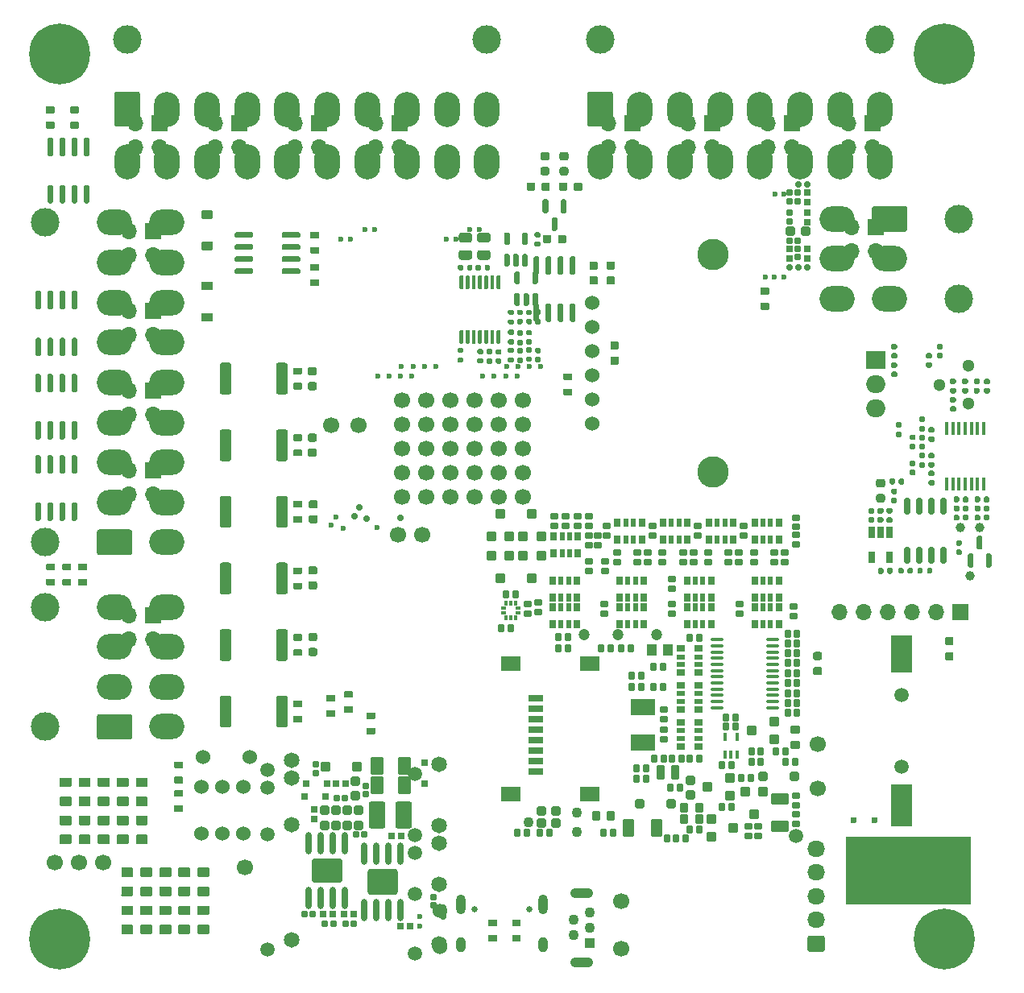
<source format=gbs>
G75*
G70*
%OFA0B0*%
%FSLAX25Y25*%
%IPPOS*%
%LPD*%
%AMOC8*
5,1,8,0,0,1.08239X$1,22.5*
%
%AMM123*
21,1,0.029130,0.018900,0.000000,-0.000000,90.000000*
21,1,0.018900,0.029130,0.000000,-0.000000,90.000000*
1,1,0.010240,0.009450,0.009450*
1,1,0.010240,0.009450,-0.009450*
1,1,0.010240,-0.009450,-0.009450*
1,1,0.010240,-0.009450,0.009450*
%
%AMM124*
21,1,0.025200,0.019680,0.000000,-0.000000,180.000000*
21,1,0.015750,0.029130,0.000000,-0.000000,180.000000*
1,1,0.009450,-0.007870,0.009840*
1,1,0.009450,0.007870,0.009840*
1,1,0.009450,0.007870,-0.009840*
1,1,0.009450,-0.007870,-0.009840*
%
%AMM125*
21,1,0.038980,0.026770,0.000000,-0.000000,180.000000*
21,1,0.026770,0.038980,0.000000,-0.000000,180.000000*
1,1,0.012210,-0.013390,0.013390*
1,1,0.012210,0.013390,0.013390*
1,1,0.012210,0.013390,-0.013390*
1,1,0.012210,-0.013390,-0.013390*
%
%AMM126*
21,1,0.025200,0.019680,0.000000,-0.000000,270.000000*
21,1,0.015750,0.029130,0.000000,-0.000000,270.000000*
1,1,0.009450,-0.009840,-0.007870*
1,1,0.009450,-0.009840,0.007870*
1,1,0.009450,0.009840,0.007870*
1,1,0.009450,0.009840,-0.007870*
%
%AMM20*
21,1,0.041340,0.026770,0.000000,0.000000,0.000000*
21,1,0.029130,0.038980,0.000000,0.000000,0.000000*
1,1,0.012210,0.014570,-0.013390*
1,1,0.012210,-0.014570,-0.013390*
1,1,0.012210,-0.014570,0.013390*
1,1,0.012210,0.014570,0.013390*
%
%AMM201*
21,1,0.029530,0.026380,-0.000000,-0.000000,90.000000*
21,1,0.020470,0.035430,-0.000000,-0.000000,90.000000*
1,1,0.009060,0.013190,0.010240*
1,1,0.009060,0.013190,-0.010240*
1,1,0.009060,-0.013190,-0.010240*
1,1,0.009060,-0.013190,0.010240*
%
%AMM202*
21,1,0.021650,0.027950,-0.000000,-0.000000,90.000000*
21,1,0.014170,0.035430,-0.000000,-0.000000,90.000000*
1,1,0.007480,0.013980,0.007090*
1,1,0.007480,0.013980,-0.007090*
1,1,0.007480,-0.013980,-0.007090*
1,1,0.007480,-0.013980,0.007090*
%
%AMM205*
21,1,0.031500,0.018900,-0.000000,-0.000000,270.000000*
21,1,0.022840,0.027560,-0.000000,-0.000000,270.000000*
1,1,0.008660,-0.009450,-0.011420*
1,1,0.008660,-0.009450,0.011420*
1,1,0.008660,0.009450,0.011420*
1,1,0.008660,0.009450,-0.011420*
%
%AMM207*
21,1,0.031500,0.018900,-0.000000,-0.000000,0.000000*
21,1,0.022840,0.027560,-0.000000,-0.000000,0.000000*
1,1,0.008660,0.011420,-0.009450*
1,1,0.008660,-0.011420,-0.009450*
1,1,0.008660,-0.011420,0.009450*
1,1,0.008660,0.011420,0.009450*
%
%AMM209*
21,1,0.039370,0.030320,-0.000000,-0.000000,90.000000*
21,1,0.028350,0.041340,-0.000000,-0.000000,90.000000*
1,1,0.011020,0.015160,0.014170*
1,1,0.011020,0.015160,-0.014170*
1,1,0.011020,-0.015160,-0.014170*
1,1,0.011020,-0.015160,0.014170*
%
%AMM21*
21,1,0.076380,0.036220,0.000000,0.000000,90.000000*
21,1,0.061810,0.050790,0.000000,0.000000,90.000000*
1,1,0.014570,0.018110,0.030910*
1,1,0.014570,0.018110,-0.030910*
1,1,0.014570,-0.018110,-0.030910*
1,1,0.014570,-0.018110,0.030910*
%
%AMM212*
21,1,0.031500,0.030710,-0.000000,-0.000000,180.000000*
21,1,0.022050,0.040160,-0.000000,-0.000000,180.000000*
1,1,0.009450,-0.011020,0.015350*
1,1,0.009450,0.011020,0.015350*
1,1,0.009450,0.011020,-0.015350*
1,1,0.009450,-0.011020,-0.015350*
%
%AMM230*
21,1,0.037400,0.026770,-0.000000,-0.000000,270.000000*
21,1,0.026770,0.037400,-0.000000,-0.000000,270.000000*
1,1,0.010630,-0.013390,-0.013390*
1,1,0.010630,-0.013390,0.013390*
1,1,0.010630,0.013390,0.013390*
1,1,0.010630,0.013390,-0.013390*
%
%AMM231*
21,1,0.029530,0.026380,-0.000000,-0.000000,180.000000*
21,1,0.020470,0.035430,-0.000000,-0.000000,180.000000*
1,1,0.009060,-0.010240,0.013190*
1,1,0.009060,0.010240,0.013190*
1,1,0.009060,0.010240,-0.013190*
1,1,0.009060,-0.010240,-0.013190*
%
%AMM232*
21,1,0.021650,0.027950,-0.000000,-0.000000,180.000000*
21,1,0.014170,0.035430,-0.000000,-0.000000,180.000000*
1,1,0.007480,-0.007090,0.013980*
1,1,0.007480,0.007090,0.013980*
1,1,0.007480,0.007090,-0.013980*
1,1,0.007480,-0.007090,-0.013980*
%
%AMM233*
21,1,0.037400,0.026770,-0.000000,-0.000000,180.000000*
21,1,0.026770,0.037400,-0.000000,-0.000000,180.000000*
1,1,0.010630,-0.013390,0.013390*
1,1,0.010630,0.013390,0.013390*
1,1,0.010630,0.013390,-0.013390*
1,1,0.010630,-0.013390,-0.013390*
%
%AMM234*
21,1,0.082680,0.045670,-0.000000,-0.000000,0.000000*
21,1,0.067320,0.061020,-0.000000,-0.000000,0.000000*
1,1,0.015350,0.033660,-0.022840*
1,1,0.015350,-0.033660,-0.022840*
1,1,0.015350,-0.033660,0.022840*
1,1,0.015350,0.033660,0.022840*
%
%AMM235*
21,1,0.062990,0.020470,-0.000000,-0.000000,0.000000*
21,1,0.053940,0.029530,-0.000000,-0.000000,0.000000*
1,1,0.009060,0.026970,-0.010240*
1,1,0.009060,-0.026970,-0.010240*
1,1,0.009060,-0.026970,0.010240*
1,1,0.009060,0.026970,0.010240*
%
%AMM236*
21,1,0.039370,0.030320,-0.000000,-0.000000,0.000000*
21,1,0.028350,0.041340,-0.000000,-0.000000,0.000000*
1,1,0.011020,0.014170,-0.015160*
1,1,0.011020,-0.014170,-0.015160*
1,1,0.011020,-0.014170,0.015160*
1,1,0.011020,0.014170,0.015160*
%
%AMM237*
21,1,0.016540,0.028980,-0.000000,-0.000000,0.000000*
21,1,0.010080,0.035430,-0.000000,-0.000000,0.000000*
1,1,0.006460,0.005040,-0.014490*
1,1,0.006460,-0.005040,-0.014490*
1,1,0.006460,-0.005040,0.014490*
1,1,0.006460,0.005040,0.014490*
%
%AMM238*
21,1,0.074800,0.036220,-0.000000,-0.000000,180.000000*
21,1,0.061810,0.049210,-0.000000,-0.000000,180.000000*
1,1,0.012990,-0.030910,0.018110*
1,1,0.012990,0.030910,0.018110*
1,1,0.012990,0.030910,-0.018110*
1,1,0.012990,-0.030910,-0.018110*
%
%AMM239*
21,1,0.039760,0.026770,-0.000000,-0.000000,180.000000*
21,1,0.029130,0.037400,-0.000000,-0.000000,180.000000*
1,1,0.010630,-0.014570,0.013390*
1,1,0.010630,0.014570,0.013390*
1,1,0.010630,0.014570,-0.013390*
1,1,0.010630,-0.014570,-0.013390*
%
%AMM24*
21,1,0.029130,0.018900,0.000000,0.000000,90.000000*
21,1,0.018900,0.029130,0.000000,0.000000,90.000000*
1,1,0.010240,0.009450,0.009450*
1,1,0.010240,0.009450,-0.009450*
1,1,0.010240,-0.009450,-0.009450*
1,1,0.010240,-0.009450,0.009450*
%
%AMM240*
21,1,0.031500,0.049610,-0.000000,-0.000000,180.000000*
21,1,0.022050,0.059060,-0.000000,-0.000000,180.000000*
1,1,0.009450,-0.011020,0.024800*
1,1,0.009450,0.011020,0.024800*
1,1,0.009450,0.011020,-0.024800*
1,1,0.009450,-0.011020,-0.024800*
%
%AMM241*
21,1,0.074800,0.036220,-0.000000,-0.000000,270.000000*
21,1,0.061810,0.049210,-0.000000,-0.000000,270.000000*
1,1,0.012990,-0.018110,-0.030910*
1,1,0.012990,-0.018110,0.030910*
1,1,0.012990,0.018110,0.030910*
1,1,0.012990,0.018110,-0.030910*
%
%AMM242*
21,1,0.031500,0.030710,-0.000000,-0.000000,270.000000*
21,1,0.022050,0.040160,-0.000000,-0.000000,270.000000*
1,1,0.009450,-0.015350,-0.011020*
1,1,0.009450,-0.015350,0.011020*
1,1,0.009450,0.015350,0.011020*
1,1,0.009450,0.015350,-0.011020*
%
%AMM25*
21,1,0.025200,0.019680,0.000000,0.000000,0.000000*
21,1,0.015750,0.029130,0.000000,0.000000,0.000000*
1,1,0.009450,0.007870,-0.009840*
1,1,0.009450,-0.007870,-0.009840*
1,1,0.009450,-0.007870,0.009840*
1,1,0.009450,0.007870,0.009840*
%
%AMM26*
21,1,0.025200,0.019680,0.000000,0.000000,270.000000*
21,1,0.015750,0.029130,0.000000,0.000000,270.000000*
1,1,0.009450,-0.009840,-0.007870*
1,1,0.009450,-0.009840,0.007870*
1,1,0.009450,0.009840,0.007870*
1,1,0.009450,0.009840,-0.007870*
%
%AMM32*
21,1,0.029130,0.018900,0.000000,0.000000,0.000000*
21,1,0.018900,0.029130,0.000000,0.000000,0.000000*
1,1,0.010240,0.009450,-0.009450*
1,1,0.010240,-0.009450,-0.009450*
1,1,0.010240,-0.009450,0.009450*
1,1,0.010240,0.009450,0.009450*
%
%AMM33*
21,1,0.111810,0.050390,0.000000,0.000000,90.000000*
21,1,0.093700,0.068500,0.000000,0.000000,90.000000*
1,1,0.018110,0.025200,0.046850*
1,1,0.018110,0.025200,-0.046850*
1,1,0.018110,-0.025200,-0.046850*
1,1,0.018110,-0.025200,0.046850*
%
%AMM34*
21,1,0.038980,0.026770,0.000000,0.000000,270.000000*
21,1,0.026770,0.038980,0.000000,0.000000,270.000000*
1,1,0.012210,-0.013390,-0.013390*
1,1,0.012210,-0.013390,0.013390*
1,1,0.012210,0.013390,0.013390*
1,1,0.012210,0.013390,-0.013390*
%
%AMM35*
21,1,0.127560,0.075590,0.000000,0.000000,180.000000*
21,1,0.103150,0.100000,0.000000,0.000000,180.000000*
1,1,0.024410,-0.051580,0.037800*
1,1,0.024410,0.051580,0.037800*
1,1,0.024410,0.051580,-0.037800*
1,1,0.024410,-0.051580,-0.037800*
%
%AMM36*
21,1,0.123620,0.083460,0.000000,0.000000,0.000000*
21,1,0.097240,0.109840,0.000000,0.000000,0.000000*
1,1,0.026380,0.048620,-0.041730*
1,1,0.026380,-0.048620,-0.041730*
1,1,0.026380,-0.048620,0.041730*
1,1,0.026380,0.048620,0.041730*
%
%ADD11R,0.06693X0.06693*%
%ADD12O,0.06693X0.06693*%
%ADD124M20*%
%ADD125M21*%
%ADD128M24*%
%ADD129M25*%
%ADD13O,0.10630X0.14567*%
%ADD130M26*%
%ADD131C,0.02913*%
%ADD132C,0.06457*%
%ADD14C,0.06693*%
%ADD140M32*%
%ADD141M33*%
%ADD142M34*%
%ADD143O,0.02520X0.09213*%
%ADD144M35*%
%ADD145M36*%
%ADD16C,0.11811*%
%ADD162C,0.05118*%
%ADD175C,0.03900*%
%ADD230C,0.04724*%
%ADD231C,0.04294*%
%ADD24C,0.03150*%
%ADD25C,0.25197*%
%ADD256R,0.01772X0.01870*%
%ADD258O,0.05354X0.01378*%
%ADD26C,0.06000*%
%ADD261R,0.09843X0.07087*%
%ADD262R,0.01870X0.01772*%
%ADD264R,0.04331X0.04724*%
%ADD27O,0.07283X0.06693*%
%ADD28C,0.02362*%
%ADD306M123*%
%ADD307M124*%
%ADD308M125*%
%ADD309M126*%
%ADD313R,0.07874X0.07500*%
%ADD314O,0.07874X0.07500*%
%ADD316R,0.01772X0.05709*%
%ADD317R,0.02559X0.04803*%
%ADD34R,0.04331X0.04331*%
%ADD35C,0.04331*%
%ADD36O,0.09449X0.04331*%
%ADD39C,0.05906*%
%ADD412M201*%
%ADD413M202*%
%ADD416M205*%
%ADD418M207*%
%ADD420M209*%
%ADD423M212*%
%ADD441M230*%
%ADD442M231*%
%ADD443M232*%
%ADD444M233*%
%ADD445M234*%
%ADD446M235*%
%ADD447M236*%
%ADD448M237*%
%ADD449M238*%
%ADD450M239*%
%ADD451M240*%
%ADD452M241*%
%ADD453M242*%
%ADD55O,0.14567X0.10630*%
%ADD72O,0.03937X0.08268*%
%ADD73O,0.03937X0.06299*%
%ADD74C,0.13000*%
%ADD81C,0.00472*%
%ADD82C,0.02559*%
%ADD98R,0.09055X0.17323*%
%ADD99R,0.09055X0.15748*%
X0000000Y0000000D02*
%LPD*%
G01*
D81*
X0390354Y0034350D02*
X0339173Y0034350D01*
X0339173Y0061909D01*
X0390354Y0061909D01*
X0390354Y0034350D01*
G36*
X0390354Y0034350D02*
G01*
X0339173Y0034350D01*
X0339173Y0061909D01*
X0390354Y0061909D01*
X0390354Y0034350D01*
G37*
D11*
X0052421Y0213583D03*
D12*
X0042421Y0213583D03*
X0052421Y0203583D03*
X0042421Y0203583D03*
D16*
X0237401Y0391831D03*
X0353149Y0391831D03*
G36*
G01*
X0232086Y0356791D02*
X0232086Y0369390D01*
G75*
G02*
X0233070Y0370374I0000984J0000000D01*
G01*
X0241732Y0370374D01*
G75*
G02*
X0242716Y0369390I0000000J-000984D01*
G01*
X0242716Y0356791D01*
G75*
G02*
X0241732Y0355807I-000984J0000000D01*
G01*
X0233070Y0355807D01*
G75*
G02*
X0232086Y0356791I0000000J0000984D01*
G01*
G37*
D13*
X0253937Y0363091D03*
X0270472Y0363091D03*
X0287007Y0363091D03*
X0303543Y0363091D03*
X0320078Y0363091D03*
X0336614Y0363091D03*
X0353149Y0363091D03*
X0237401Y0341437D03*
X0253937Y0341437D03*
X0270472Y0341437D03*
X0287007Y0341437D03*
X0303543Y0341437D03*
X0320078Y0341437D03*
X0336614Y0341437D03*
X0353149Y0341437D03*
D14*
X0327559Y0081890D03*
D11*
X0052421Y0246654D03*
D12*
X0042421Y0246654D03*
X0052421Y0236654D03*
X0042421Y0236654D03*
D14*
X0163779Y0187008D03*
D16*
X0041732Y0391831D03*
X0190551Y0391831D03*
G36*
G01*
X0036417Y0356791D02*
X0036417Y0369390D01*
G75*
G02*
X0037401Y0370374I0000984J0000000D01*
G01*
X0046063Y0370374D01*
G75*
G02*
X0047047Y0369390I0000000J-000984D01*
G01*
X0047047Y0356791D01*
G75*
G02*
X0046063Y0355807I-000984J0000000D01*
G01*
X0037401Y0355807D01*
G75*
G02*
X0036417Y0356791I0000000J0000984D01*
G01*
G37*
D13*
X0058267Y0363091D03*
X0074803Y0363091D03*
X0091338Y0363091D03*
X0107874Y0363091D03*
X0124409Y0363091D03*
X0140944Y0363091D03*
X0157480Y0363091D03*
X0174015Y0363091D03*
X0190551Y0363091D03*
X0041732Y0341437D03*
X0058267Y0341437D03*
X0074803Y0341437D03*
X0091338Y0341437D03*
X0107874Y0341437D03*
X0124409Y0341437D03*
X0140944Y0341437D03*
X0157480Y0341437D03*
X0174015Y0341437D03*
X0190551Y0341437D03*
D11*
X0154291Y0357185D03*
D12*
X0144291Y0357185D03*
X0154291Y0347185D03*
X0144291Y0347185D03*
D14*
X0125984Y0232283D03*
X0137401Y0232283D03*
X0021811Y0051181D03*
D24*
X0004330Y0385827D03*
X0007098Y0392508D03*
X0007098Y0379145D03*
X0013779Y0395276D03*
D25*
X0013779Y0385827D03*
D24*
X0013779Y0376378D03*
X0020460Y0392508D03*
X0020460Y0379145D03*
X0023228Y0385827D03*
X0370472Y0385827D03*
X0373239Y0392508D03*
X0373239Y0379145D03*
X0379921Y0395276D03*
D25*
X0379921Y0385827D03*
D24*
X0379921Y0376378D03*
X0386602Y0392508D03*
X0386602Y0379145D03*
X0389370Y0385827D03*
D26*
X0072440Y0082480D03*
X0072440Y0063189D03*
G36*
G01*
X0329429Y0014370D02*
X0324114Y0014370D01*
G75*
G02*
X0323129Y0015354I0000000J0000984D01*
G01*
X0323129Y0020079D01*
G75*
G02*
X0324114Y0021063I0000984J0000000D01*
G01*
X0329429Y0021063D01*
G75*
G02*
X0330413Y0020079I0000000J-000984D01*
G01*
X0330413Y0015354D01*
G75*
G02*
X0329429Y0014370I-000984J0000000D01*
G01*
G37*
D27*
X0326771Y0027559D03*
X0326771Y0037402D03*
X0326771Y0047244D03*
X0326771Y0057087D03*
D14*
X0246063Y0035433D03*
D24*
X0004330Y0019685D03*
X0007098Y0026366D03*
X0007098Y0013004D03*
X0013779Y0029134D03*
D25*
X0013779Y0019685D03*
D24*
X0013779Y0010236D03*
X0020460Y0026366D03*
X0020460Y0013004D03*
X0023228Y0019685D03*
D28*
X0193602Y0252657D03*
X0188877Y0252657D03*
X0198326Y0252657D03*
X0203051Y0252657D03*
X0177618Y0309449D03*
X0173681Y0309449D03*
D14*
X0011811Y0051181D03*
D34*
X0233267Y0018110D03*
D35*
X0226377Y0021260D03*
X0233267Y0024409D03*
X0226377Y0027559D03*
X0233267Y0030709D03*
D36*
X0229822Y0010039D03*
X0229822Y0038780D03*
D26*
X0081102Y0082480D03*
X0081102Y0063189D03*
D28*
X0313287Y0293799D03*
X0309547Y0293799D03*
X0305807Y0293799D03*
X0309744Y0328051D03*
X0313287Y0328051D03*
D14*
X0090551Y0049213D03*
D39*
X0160925Y0087894D03*
X0160925Y0062697D03*
X0160925Y0055217D03*
X0160925Y0038287D03*
D28*
X0162696Y0028839D03*
X0162696Y0024902D03*
D39*
X0160925Y0013681D03*
X0099901Y0089665D03*
X0099901Y0082382D03*
X0099901Y0062894D03*
X0099901Y0015453D03*
D14*
X0153779Y0187008D03*
D28*
X0125984Y0190846D03*
X0128051Y0194291D03*
X0131003Y0189665D03*
X0144980Y0189961D03*
D11*
X0316889Y0357185D03*
D12*
X0306889Y0357185D03*
X0316889Y0347185D03*
X0306889Y0347185D03*
D16*
X0007775Y0183858D03*
X0007775Y0316142D03*
G36*
G01*
X0042814Y0178543D02*
X0030216Y0178543D01*
G75*
G02*
X0029232Y0179528I0000000J0000984D01*
G01*
X0029232Y0188189D01*
G75*
G02*
X0030216Y0189173I0000984J0000000D01*
G01*
X0042814Y0189173D01*
G75*
G02*
X0043799Y0188189I0000000J-000984D01*
G01*
X0043799Y0179528D01*
G75*
G02*
X0042814Y0178543I-000984J0000000D01*
G01*
G37*
D55*
X0036515Y0200394D03*
X0036515Y0216929D03*
X0036515Y0233465D03*
X0036515Y0250000D03*
X0036515Y0266535D03*
X0036515Y0283071D03*
X0036515Y0299606D03*
X0036515Y0316142D03*
X0058169Y0183858D03*
X0058169Y0200394D03*
X0058169Y0216929D03*
X0058169Y0233465D03*
X0058169Y0250000D03*
X0058169Y0266535D03*
X0058169Y0283071D03*
X0058169Y0299606D03*
X0058169Y0316142D03*
D11*
X0349960Y0357185D03*
D12*
X0339960Y0357185D03*
X0349960Y0347185D03*
X0339960Y0347185D03*
D16*
X0385925Y0317717D03*
X0385925Y0284646D03*
G36*
G01*
X0350885Y0323032D02*
X0363484Y0323032D01*
G75*
G02*
X0364468Y0322047I0000000J-000984D01*
G01*
X0364468Y0313386D01*
G75*
G02*
X0363484Y0312402I-000984J0000000D01*
G01*
X0350885Y0312402D01*
G75*
G02*
X0349901Y0313386I0000000J0000984D01*
G01*
X0349901Y0322047D01*
G75*
G02*
X0350885Y0323032I0000984J0000000D01*
G01*
G37*
D55*
X0357185Y0301181D03*
X0357185Y0284646D03*
X0335531Y0317717D03*
X0335531Y0301181D03*
X0335531Y0284646D03*
D11*
X0121220Y0357185D03*
D12*
X0111220Y0357185D03*
X0121220Y0347185D03*
X0111220Y0347185D03*
D26*
X0089763Y0082480D03*
X0089763Y0063189D03*
D14*
X0155511Y0202598D03*
X0155511Y0212598D03*
X0155511Y0222598D03*
X0155511Y0232598D03*
X0155511Y0242598D03*
X0165511Y0202598D03*
X0165511Y0212598D03*
X0165511Y0222598D03*
X0165511Y0232598D03*
X0165511Y0242598D03*
X0175511Y0202598D03*
X0175511Y0212598D03*
X0175511Y0222598D03*
X0175511Y0232598D03*
X0175511Y0242598D03*
X0246063Y0015748D03*
D26*
X0171159Y0031396D03*
X0171159Y0016396D03*
D11*
X0351437Y0314370D03*
D12*
X0341437Y0314370D03*
X0351437Y0304370D03*
X0341437Y0304370D03*
D16*
X0007775Y0107480D03*
X0007775Y0157087D03*
G36*
G01*
X0042814Y0102165D02*
X0030216Y0102165D01*
G75*
G02*
X0029232Y0103150I0000000J0000984D01*
G01*
X0029232Y0111811D01*
G75*
G02*
X0030216Y0112795I0000984J0000000D01*
G01*
X0042814Y0112795D01*
G75*
G02*
X0043799Y0111811I0000000J-000984D01*
G01*
X0043799Y0103150D01*
G75*
G02*
X0042814Y0102165I-000984J0000000D01*
G01*
G37*
D55*
X0036515Y0124016D03*
X0036515Y0140551D03*
X0036515Y0157087D03*
X0058169Y0107480D03*
X0058169Y0124016D03*
X0058169Y0140551D03*
X0058169Y0157087D03*
D14*
X0327559Y0100394D03*
D11*
X0250748Y0357185D03*
D12*
X0240748Y0357185D03*
X0250748Y0347185D03*
X0240748Y0347185D03*
D82*
X0185472Y0031909D03*
X0208228Y0031909D03*
D72*
X0179842Y0033878D03*
D73*
X0179842Y0017421D03*
D72*
X0213858Y0033878D03*
D73*
X0213858Y0017421D03*
D24*
X0370472Y0019685D03*
X0373239Y0026366D03*
X0373239Y0013004D03*
X0379921Y0029134D03*
D25*
X0379921Y0019685D03*
D24*
X0379921Y0010236D03*
X0386602Y0026366D03*
X0386602Y0013004D03*
X0389370Y0019685D03*
D28*
X0150098Y0252657D03*
X0145374Y0252657D03*
X0154822Y0252657D03*
X0159547Y0252657D03*
X0134114Y0309449D03*
X0130177Y0309449D03*
D11*
X0055078Y0357185D03*
D12*
X0045078Y0357185D03*
X0055078Y0347185D03*
X0045078Y0347185D03*
D11*
X0052421Y0312795D03*
D12*
X0042421Y0312795D03*
X0052421Y0302795D03*
X0042421Y0302795D03*
D26*
X0073031Y0094882D03*
X0092322Y0094882D03*
D11*
X0088149Y0357185D03*
D12*
X0078149Y0357185D03*
X0088149Y0347185D03*
X0078149Y0347185D03*
D11*
X0386417Y0155118D03*
D12*
X0376417Y0155118D03*
X0366417Y0155118D03*
X0356417Y0155118D03*
X0346417Y0155118D03*
X0336417Y0155118D03*
D11*
X0052421Y0279724D03*
D12*
X0042421Y0279724D03*
X0052421Y0269724D03*
X0042421Y0269724D03*
D11*
X0052421Y0153740D03*
D12*
X0042421Y0153740D03*
X0052421Y0143740D03*
X0042421Y0143740D03*
D11*
X0283818Y0357185D03*
D12*
X0273818Y0357185D03*
X0283818Y0347185D03*
X0273818Y0347185D03*
D74*
X0284264Y0302874D03*
X0284264Y0212874D03*
D26*
X0234264Y0282874D03*
X0234264Y0272874D03*
X0234264Y0262874D03*
X0234264Y0252874D03*
X0234264Y0242874D03*
X0234264Y0232874D03*
D14*
X0031811Y0051181D03*
X0185511Y0202598D03*
X0185511Y0212598D03*
X0185511Y0222598D03*
X0185511Y0232598D03*
X0185511Y0242598D03*
X0195511Y0202598D03*
X0195511Y0212598D03*
X0195511Y0222598D03*
X0195511Y0232598D03*
X0195511Y0242598D03*
X0205511Y0202598D03*
X0205511Y0212598D03*
X0205511Y0222598D03*
X0205511Y0232598D03*
X0205511Y0242598D03*
G36*
G01*
X0214173Y0325815D02*
X0215354Y0325815D01*
G75*
G02*
X0215944Y0325225I0000000J-000591D01*
G01*
X0215944Y0320599D01*
G75*
G02*
X0215354Y0320008I-000591J0000000D01*
G01*
X0214173Y0320008D01*
G75*
G02*
X0213582Y0320599I0000000J0000591D01*
G01*
X0213582Y0325225D01*
G75*
G02*
X0214173Y0325815I0000591J0000000D01*
G01*
G37*
G36*
G01*
X0221653Y0325815D02*
X0222834Y0325815D01*
G75*
G02*
X0223425Y0325225I0000000J-000591D01*
G01*
X0223425Y0320599D01*
G75*
G02*
X0222834Y0320008I-000591J0000000D01*
G01*
X0221653Y0320008D01*
G75*
G02*
X0221063Y0320599I0000000J0000591D01*
G01*
X0221063Y0325225D01*
G75*
G02*
X0221653Y0325815I0000591J0000000D01*
G01*
G37*
G36*
G01*
X0217913Y0318433D02*
X0219094Y0318433D01*
G75*
G02*
X0219685Y0317843I0000000J-000591D01*
G01*
X0219685Y0313217D01*
G75*
G02*
X0219094Y0312626I-000591J0000000D01*
G01*
X0217913Y0312626D01*
G75*
G02*
X0217322Y0313217I0000000J0000591D01*
G01*
X0217322Y0317843D01*
G75*
G02*
X0217913Y0318433I0000591J0000000D01*
G01*
G37*
G36*
G01*
X0049803Y0058898D02*
X0045669Y0058898D01*
G75*
G02*
X0045275Y0059291I0000000J0000394D01*
G01*
X0045275Y0062441D01*
G75*
G02*
X0045669Y0062835I0000394J0000000D01*
G01*
X0049803Y0062835D01*
G75*
G02*
X0050196Y0062441I0000000J-000394D01*
G01*
X0050196Y0059291D01*
G75*
G02*
X0049803Y0058898I-000394J0000000D01*
G01*
G37*
G36*
G01*
X0049803Y0066772D02*
X0045669Y0066772D01*
G75*
G02*
X0045275Y0067165I0000000J0000394D01*
G01*
X0045275Y0070315D01*
G75*
G02*
X0045669Y0070709I0000394J0000000D01*
G01*
X0049803Y0070709D01*
G75*
G02*
X0050196Y0070315I0000000J-000394D01*
G01*
X0050196Y0067165D01*
G75*
G02*
X0049803Y0066772I-000394J0000000D01*
G01*
G37*
G36*
G01*
X0241968Y0266988D02*
X0244645Y0266988D01*
G75*
G02*
X0244980Y0266654I0000000J-000335D01*
G01*
X0244980Y0263976D01*
G75*
G02*
X0244645Y0263642I-000335J0000000D01*
G01*
X0241968Y0263642D01*
G75*
G02*
X0241633Y0263976I0000000J0000335D01*
G01*
X0241633Y0266654D01*
G75*
G02*
X0241968Y0266988I0000335J0000000D01*
G01*
G37*
G36*
G01*
X0241968Y0260768D02*
X0244645Y0260768D01*
G75*
G02*
X0244980Y0260433I0000000J-000335D01*
G01*
X0244980Y0257756D01*
G75*
G02*
X0244645Y0257421I-000335J0000000D01*
G01*
X0241968Y0257421D01*
G75*
G02*
X0241633Y0257756I0000000J0000335D01*
G01*
X0241633Y0260433D01*
G75*
G02*
X0241968Y0260768I0000335J0000000D01*
G01*
G37*
G36*
G01*
X0076811Y0304724D02*
X0072795Y0304724D01*
G75*
G02*
X0072440Y0305079I0000000J0000354D01*
G01*
X0072440Y0307913D01*
G75*
G02*
X0072795Y0308268I0000354J0000000D01*
G01*
X0076811Y0308268D01*
G75*
G02*
X0077165Y0307913I0000000J-000354D01*
G01*
X0077165Y0305079D01*
G75*
G02*
X0076811Y0304724I-000354J0000000D01*
G01*
G37*
G36*
G01*
X0076811Y0317717D02*
X0072795Y0317717D01*
G75*
G02*
X0072440Y0318071I0000000J0000354D01*
G01*
X0072440Y0320906D01*
G75*
G02*
X0072795Y0321260I0000354J0000000D01*
G01*
X0076811Y0321260D01*
G75*
G02*
X0077165Y0320906I0000000J-000354D01*
G01*
X0077165Y0318071D01*
G75*
G02*
X0076811Y0317717I-000354J0000000D01*
G01*
G37*
D39*
X0362204Y0090945D03*
X0362204Y0120472D03*
D98*
X0362204Y0074803D03*
D99*
X0362204Y0137796D03*
G36*
G01*
X0004311Y0253543D02*
X0005492Y0253543D01*
G75*
G02*
X0006082Y0252953I0000000J-000591D01*
G01*
X0006082Y0246457D01*
G75*
G02*
X0005492Y0245866I-000591J0000000D01*
G01*
X0004311Y0245866D01*
G75*
G02*
X0003720Y0246457I0000000J0000591D01*
G01*
X0003720Y0252953D01*
G75*
G02*
X0004311Y0253543I0000591J0000000D01*
G01*
G37*
G36*
G01*
X0009311Y0253543D02*
X0010492Y0253543D01*
G75*
G02*
X0011082Y0252953I0000000J-000591D01*
G01*
X0011082Y0246457D01*
G75*
G02*
X0010492Y0245866I-000591J0000000D01*
G01*
X0009311Y0245866D01*
G75*
G02*
X0008720Y0246457I0000000J0000591D01*
G01*
X0008720Y0252953D01*
G75*
G02*
X0009311Y0253543I0000591J0000000D01*
G01*
G37*
G36*
G01*
X0014311Y0253543D02*
X0015492Y0253543D01*
G75*
G02*
X0016082Y0252953I0000000J-000591D01*
G01*
X0016082Y0246457D01*
G75*
G02*
X0015492Y0245866I-000591J0000000D01*
G01*
X0014311Y0245866D01*
G75*
G02*
X0013720Y0246457I0000000J0000591D01*
G01*
X0013720Y0252953D01*
G75*
G02*
X0014311Y0253543I0000591J0000000D01*
G01*
G37*
G36*
G01*
X0019311Y0253543D02*
X0020492Y0253543D01*
G75*
G02*
X0021082Y0252953I0000000J-000591D01*
G01*
X0021082Y0246457D01*
G75*
G02*
X0020492Y0245866I-000591J0000000D01*
G01*
X0019311Y0245866D01*
G75*
G02*
X0018720Y0246457I0000000J0000591D01*
G01*
X0018720Y0252953D01*
G75*
G02*
X0019311Y0253543I0000591J0000000D01*
G01*
G37*
G36*
G01*
X0019311Y0234055D02*
X0020492Y0234055D01*
G75*
G02*
X0021082Y0233465I0000000J-000591D01*
G01*
X0021082Y0226969D01*
G75*
G02*
X0020492Y0226378I-000591J0000000D01*
G01*
X0019311Y0226378D01*
G75*
G02*
X0018720Y0226969I0000000J0000591D01*
G01*
X0018720Y0233465D01*
G75*
G02*
X0019311Y0234055I0000591J0000000D01*
G01*
G37*
G36*
G01*
X0014311Y0234055D02*
X0015492Y0234055D01*
G75*
G02*
X0016082Y0233465I0000000J-000591D01*
G01*
X0016082Y0226969D01*
G75*
G02*
X0015492Y0226378I-000591J0000000D01*
G01*
X0014311Y0226378D01*
G75*
G02*
X0013720Y0226969I0000000J0000591D01*
G01*
X0013720Y0233465D01*
G75*
G02*
X0014311Y0234055I0000591J0000000D01*
G01*
G37*
G36*
G01*
X0009311Y0234055D02*
X0010492Y0234055D01*
G75*
G02*
X0011082Y0233465I0000000J-000591D01*
G01*
X0011082Y0226969D01*
G75*
G02*
X0010492Y0226378I-000591J0000000D01*
G01*
X0009311Y0226378D01*
G75*
G02*
X0008720Y0226969I0000000J0000591D01*
G01*
X0008720Y0233465D01*
G75*
G02*
X0009311Y0234055I0000591J0000000D01*
G01*
G37*
G36*
G01*
X0004311Y0234055D02*
X0005492Y0234055D01*
G75*
G02*
X0006082Y0233465I0000000J-000591D01*
G01*
X0006082Y0226969D01*
G75*
G02*
X0005492Y0226378I-000591J0000000D01*
G01*
X0004311Y0226378D01*
G75*
G02*
X0003720Y0226969I0000000J0000591D01*
G01*
X0003720Y0233465D01*
G75*
G02*
X0004311Y0234055I0000591J0000000D01*
G01*
G37*
G36*
G01*
X0011574Y0165945D02*
X0008503Y0165945D01*
G75*
G02*
X0008228Y0166220I0000000J0000276D01*
G01*
X0008228Y0168425D01*
G75*
G02*
X0008503Y0168701I0000276J0000000D01*
G01*
X0011574Y0168701D01*
G75*
G02*
X0011850Y0168425I0000000J-000276D01*
G01*
X0011850Y0166220D01*
G75*
G02*
X0011574Y0165945I-000276J0000000D01*
G01*
G37*
G36*
G01*
X0011574Y0172244D02*
X0008503Y0172244D01*
G75*
G02*
X0008228Y0172520I0000000J0000276D01*
G01*
X0008228Y0174724D01*
G75*
G02*
X0008503Y0175000I0000276J0000000D01*
G01*
X0011574Y0175000D01*
G75*
G02*
X0011850Y0174724I0000000J-000276D01*
G01*
X0011850Y0172520D01*
G75*
G02*
X0011574Y0172244I-000276J0000000D01*
G01*
G37*
G36*
G01*
X0229940Y0332441D02*
X0229940Y0329764D01*
G75*
G02*
X0229606Y0329429I-000335J0000000D01*
G01*
X0226929Y0329429D01*
G75*
G02*
X0226594Y0329764I0000000J0000335D01*
G01*
X0226594Y0332441D01*
G75*
G02*
X0226929Y0332776I0000335J0000000D01*
G01*
X0229606Y0332776D01*
G75*
G02*
X0229940Y0332441I0000000J-000335D01*
G01*
G37*
G36*
G01*
X0223720Y0332441D02*
X0223720Y0329764D01*
G75*
G02*
X0223385Y0329429I-000335J0000000D01*
G01*
X0220708Y0329429D01*
G75*
G02*
X0220374Y0329764I0000000J0000335D01*
G01*
X0220374Y0332441D01*
G75*
G02*
X0220708Y0332776I0000335J0000000D01*
G01*
X0223385Y0332776D01*
G75*
G02*
X0223720Y0332441I0000000J-000335D01*
G01*
G37*
G36*
G01*
X0026181Y0058898D02*
X0022047Y0058898D01*
G75*
G02*
X0021653Y0059291I0000000J0000394D01*
G01*
X0021653Y0062441D01*
G75*
G02*
X0022047Y0062835I0000394J0000000D01*
G01*
X0026181Y0062835D01*
G75*
G02*
X0026574Y0062441I0000000J-000394D01*
G01*
X0026574Y0059291D01*
G75*
G02*
X0026181Y0058898I-000394J0000000D01*
G01*
G37*
G36*
G01*
X0026181Y0066772D02*
X0022047Y0066772D01*
G75*
G02*
X0021653Y0067165I0000000J0000394D01*
G01*
X0021653Y0070315D01*
G75*
G02*
X0022047Y0070709I0000394J0000000D01*
G01*
X0026181Y0070709D01*
G75*
G02*
X0026574Y0070315I0000000J-000394D01*
G01*
X0026574Y0067165D01*
G75*
G02*
X0026181Y0066772I-000394J0000000D01*
G01*
G37*
G36*
G01*
X0380551Y0144547D02*
X0383228Y0144547D01*
G75*
G02*
X0383563Y0144213I0000000J-000335D01*
G01*
X0383563Y0141535D01*
G75*
G02*
X0383228Y0141201I-000335J0000000D01*
G01*
X0380551Y0141201D01*
G75*
G02*
X0380216Y0141535I0000000J0000335D01*
G01*
X0380216Y0144213D01*
G75*
G02*
X0380551Y0144547I0000335J0000000D01*
G01*
G37*
G36*
G01*
X0380551Y0138327D02*
X0383228Y0138327D01*
G75*
G02*
X0383563Y0137992I0000000J-000335D01*
G01*
X0383563Y0135315D01*
G75*
G02*
X0383228Y0134980I-000335J0000000D01*
G01*
X0380551Y0134980D01*
G75*
G02*
X0380216Y0135315I0000000J0000335D01*
G01*
X0380216Y0137992D01*
G75*
G02*
X0380551Y0138327I0000335J0000000D01*
G01*
G37*
G36*
G01*
X0213720Y0308039D02*
X0213720Y0310717D01*
G75*
G02*
X0214055Y0311051I0000335J0000000D01*
G01*
X0216732Y0311051D01*
G75*
G02*
X0217066Y0310717I0000000J-000335D01*
G01*
X0217066Y0308039D01*
G75*
G02*
X0216732Y0307705I-000335J0000000D01*
G01*
X0214055Y0307705D01*
G75*
G02*
X0213720Y0308039I0000000J0000335D01*
G01*
G37*
G36*
G01*
X0219940Y0308039D02*
X0219940Y0310717D01*
G75*
G02*
X0220275Y0311051I0000335J0000000D01*
G01*
X0222952Y0311051D01*
G75*
G02*
X0223287Y0310717I0000000J-000335D01*
G01*
X0223287Y0308039D01*
G75*
G02*
X0222952Y0307705I-000335J0000000D01*
G01*
X0220275Y0307705D01*
G75*
G02*
X0219940Y0308039I0000000J0000335D01*
G01*
G37*
G36*
G01*
X0024763Y0165945D02*
X0021692Y0165945D01*
G75*
G02*
X0021417Y0166220I0000000J0000276D01*
G01*
X0021417Y0168425D01*
G75*
G02*
X0021692Y0168701I0000276J0000000D01*
G01*
X0024763Y0168701D01*
G75*
G02*
X0025039Y0168425I0000000J-000276D01*
G01*
X0025039Y0166220D01*
G75*
G02*
X0024763Y0165945I-000276J0000000D01*
G01*
G37*
G36*
G01*
X0024763Y0172244D02*
X0021692Y0172244D01*
G75*
G02*
X0021417Y0172520I0000000J0000276D01*
G01*
X0021417Y0174724D01*
G75*
G02*
X0021692Y0175000I0000276J0000000D01*
G01*
X0024763Y0175000D01*
G75*
G02*
X0025039Y0174724I0000000J-000276D01*
G01*
X0025039Y0172520D01*
G75*
G02*
X0024763Y0172244I-000276J0000000D01*
G01*
G37*
G36*
G01*
X0063287Y0049213D02*
X0067421Y0049213D01*
G75*
G02*
X0067814Y0048819I0000000J-000394D01*
G01*
X0067814Y0045669D01*
G75*
G02*
X0067421Y0045276I-000394J0000000D01*
G01*
X0063287Y0045276D01*
G75*
G02*
X0062893Y0045669I0000000J0000394D01*
G01*
X0062893Y0048819D01*
G75*
G02*
X0063287Y0049213I0000394J0000000D01*
G01*
G37*
G36*
G01*
X0063287Y0041339D02*
X0067421Y0041339D01*
G75*
G02*
X0067814Y0040945I0000000J-000394D01*
G01*
X0067814Y0037795D01*
G75*
G02*
X0067421Y0037402I-000394J0000000D01*
G01*
X0063287Y0037402D01*
G75*
G02*
X0062893Y0037795I0000000J0000394D01*
G01*
X0062893Y0040945D01*
G75*
G02*
X0063287Y0041339I0000394J0000000D01*
G01*
G37*
G36*
G01*
X0108169Y0257185D02*
X0108169Y0245965D01*
G75*
G02*
X0107185Y0244980I-000984J0000000D01*
G01*
X0104330Y0244980D01*
G75*
G02*
X0103346Y0245965I0000000J0000984D01*
G01*
X0103346Y0257185D01*
G75*
G02*
X0104330Y0258169I0000984J0000000D01*
G01*
X0107185Y0258169D01*
G75*
G02*
X0108169Y0257185I0000000J-000984D01*
G01*
G37*
G36*
G01*
X0084842Y0257185D02*
X0084842Y0245965D01*
G75*
G02*
X0083858Y0244980I-000984J0000000D01*
G01*
X0081003Y0244980D01*
G75*
G02*
X0080019Y0245965I0000000J0000984D01*
G01*
X0080019Y0257185D01*
G75*
G02*
X0081003Y0258169I0000984J0000000D01*
G01*
X0083858Y0258169D01*
G75*
G02*
X0084842Y0257185I0000000J-000984D01*
G01*
G37*
G36*
G01*
X0029921Y0086457D02*
X0034055Y0086457D01*
G75*
G02*
X0034448Y0086063I0000000J-000394D01*
G01*
X0034448Y0082913D01*
G75*
G02*
X0034055Y0082520I-000394J0000000D01*
G01*
X0029921Y0082520D01*
G75*
G02*
X0029527Y0082913I0000000J0000394D01*
G01*
X0029527Y0086063D01*
G75*
G02*
X0029921Y0086457I0000394J0000000D01*
G01*
G37*
G36*
G01*
X0029921Y0078583D02*
X0034055Y0078583D01*
G75*
G02*
X0034448Y0078189I0000000J-000394D01*
G01*
X0034448Y0075039D01*
G75*
G02*
X0034055Y0074646I-000394J0000000D01*
G01*
X0029921Y0074646D01*
G75*
G02*
X0029527Y0075039I0000000J0000394D01*
G01*
X0029527Y0078189D01*
G75*
G02*
X0029921Y0078583I0000394J0000000D01*
G01*
G37*
G36*
G01*
X0075295Y0021654D02*
X0071161Y0021654D01*
G75*
G02*
X0070767Y0022047I0000000J0000394D01*
G01*
X0070767Y0025197D01*
G75*
G02*
X0071161Y0025591I0000394J0000000D01*
G01*
X0075295Y0025591D01*
G75*
G02*
X0075688Y0025197I0000000J-000394D01*
G01*
X0075688Y0022047D01*
G75*
G02*
X0075295Y0021654I-000394J0000000D01*
G01*
G37*
G36*
G01*
X0075295Y0029528D02*
X0071161Y0029528D01*
G75*
G02*
X0070767Y0029921I0000000J0000394D01*
G01*
X0070767Y0033071D01*
G75*
G02*
X0071161Y0033465I0000394J0000000D01*
G01*
X0075295Y0033465D01*
G75*
G02*
X0075688Y0033071I0000000J-000394D01*
G01*
X0075688Y0029921D01*
G75*
G02*
X0075295Y0029528I-000394J0000000D01*
G01*
G37*
G36*
G01*
X0210413Y0302165D02*
X0211594Y0302165D01*
G75*
G02*
X0212185Y0301575I0000000J-000591D01*
G01*
X0212185Y0295079D01*
G75*
G02*
X0211594Y0294488I-000591J0000000D01*
G01*
X0210413Y0294488D01*
G75*
G02*
X0209822Y0295079I0000000J0000591D01*
G01*
X0209822Y0301575D01*
G75*
G02*
X0210413Y0302165I0000591J0000000D01*
G01*
G37*
G36*
G01*
X0215413Y0302165D02*
X0216594Y0302165D01*
G75*
G02*
X0217185Y0301575I0000000J-000591D01*
G01*
X0217185Y0295079D01*
G75*
G02*
X0216594Y0294488I-000591J0000000D01*
G01*
X0215413Y0294488D01*
G75*
G02*
X0214822Y0295079I0000000J0000591D01*
G01*
X0214822Y0301575D01*
G75*
G02*
X0215413Y0302165I0000591J0000000D01*
G01*
G37*
G36*
G01*
X0220413Y0302165D02*
X0221594Y0302165D01*
G75*
G02*
X0222185Y0301575I0000000J-000591D01*
G01*
X0222185Y0295079D01*
G75*
G02*
X0221594Y0294488I-000591J0000000D01*
G01*
X0220413Y0294488D01*
G75*
G02*
X0219822Y0295079I0000000J0000591D01*
G01*
X0219822Y0301575D01*
G75*
G02*
X0220413Y0302165I0000591J0000000D01*
G01*
G37*
G36*
G01*
X0225413Y0302165D02*
X0226594Y0302165D01*
G75*
G02*
X0227185Y0301575I0000000J-000591D01*
G01*
X0227185Y0295079D01*
G75*
G02*
X0226594Y0294488I-000591J0000000D01*
G01*
X0225413Y0294488D01*
G75*
G02*
X0224822Y0295079I0000000J0000591D01*
G01*
X0224822Y0301575D01*
G75*
G02*
X0225413Y0302165I0000591J0000000D01*
G01*
G37*
G36*
G01*
X0225413Y0282677D02*
X0226594Y0282677D01*
G75*
G02*
X0227185Y0282087I0000000J-000591D01*
G01*
X0227185Y0275591D01*
G75*
G02*
X0226594Y0275000I-000591J0000000D01*
G01*
X0225413Y0275000D01*
G75*
G02*
X0224822Y0275591I0000000J0000591D01*
G01*
X0224822Y0282087D01*
G75*
G02*
X0225413Y0282677I0000591J0000000D01*
G01*
G37*
G36*
G01*
X0220413Y0282677D02*
X0221594Y0282677D01*
G75*
G02*
X0222185Y0282087I0000000J-000591D01*
G01*
X0222185Y0275591D01*
G75*
G02*
X0221594Y0275000I-000591J0000000D01*
G01*
X0220413Y0275000D01*
G75*
G02*
X0219822Y0275591I0000000J0000591D01*
G01*
X0219822Y0282087D01*
G75*
G02*
X0220413Y0282677I0000591J0000000D01*
G01*
G37*
G36*
G01*
X0215413Y0282677D02*
X0216594Y0282677D01*
G75*
G02*
X0217185Y0282087I0000000J-000591D01*
G01*
X0217185Y0275591D01*
G75*
G02*
X0216594Y0275000I-000591J0000000D01*
G01*
X0215413Y0275000D01*
G75*
G02*
X0214822Y0275591I0000000J0000591D01*
G01*
X0214822Y0282087D01*
G75*
G02*
X0215413Y0282677I0000591J0000000D01*
G01*
G37*
G36*
G01*
X0210413Y0282677D02*
X0211594Y0282677D01*
G75*
G02*
X0212185Y0282087I0000000J-000591D01*
G01*
X0212185Y0275591D01*
G75*
G02*
X0211594Y0275000I-000591J0000000D01*
G01*
X0210413Y0275000D01*
G75*
G02*
X0209822Y0275591I0000000J0000591D01*
G01*
X0209822Y0282087D01*
G75*
G02*
X0210413Y0282677I0000591J0000000D01*
G01*
G37*
G36*
G01*
X0014173Y0086457D02*
X0018307Y0086457D01*
G75*
G02*
X0018700Y0086063I0000000J-000394D01*
G01*
X0018700Y0082913D01*
G75*
G02*
X0018307Y0082520I-000394J0000000D01*
G01*
X0014173Y0082520D01*
G75*
G02*
X0013779Y0082913I0000000J0000394D01*
G01*
X0013779Y0086063D01*
G75*
G02*
X0014173Y0086457I0000394J0000000D01*
G01*
G37*
G36*
G01*
X0014173Y0078583D02*
X0018307Y0078583D01*
G75*
G02*
X0018700Y0078189I0000000J-000394D01*
G01*
X0018700Y0075039D01*
G75*
G02*
X0018307Y0074646I-000394J0000000D01*
G01*
X0014173Y0074646D01*
G75*
G02*
X0013779Y0075039I0000000J0000394D01*
G01*
X0013779Y0078189D01*
G75*
G02*
X0014173Y0078583I0000394J0000000D01*
G01*
G37*
G36*
G01*
X0108169Y0174508D02*
X0108169Y0163287D01*
G75*
G02*
X0107185Y0162303I-000984J0000000D01*
G01*
X0104330Y0162303D01*
G75*
G02*
X0103346Y0163287I0000000J0000984D01*
G01*
X0103346Y0174508D01*
G75*
G02*
X0104330Y0175492I0000984J0000000D01*
G01*
X0107185Y0175492D01*
G75*
G02*
X0108169Y0174508I0000000J-000984D01*
G01*
G37*
G36*
G01*
X0084842Y0174508D02*
X0084842Y0163287D01*
G75*
G02*
X0083858Y0162303I-000984J0000000D01*
G01*
X0081003Y0162303D01*
G75*
G02*
X0080019Y0163287I0000000J0000984D01*
G01*
X0080019Y0174508D01*
G75*
G02*
X0081003Y0175492I0000984J0000000D01*
G01*
X0083858Y0175492D01*
G75*
G02*
X0084842Y0174508I0000000J-000984D01*
G01*
G37*
G36*
G01*
X0004311Y0219882D02*
X0005492Y0219882D01*
G75*
G02*
X0006082Y0219291I0000000J-000591D01*
G01*
X0006082Y0212795D01*
G75*
G02*
X0005492Y0212205I-000591J0000000D01*
G01*
X0004311Y0212205D01*
G75*
G02*
X0003720Y0212795I0000000J0000591D01*
G01*
X0003720Y0219291D01*
G75*
G02*
X0004311Y0219882I0000591J0000000D01*
G01*
G37*
G36*
G01*
X0009311Y0219882D02*
X0010492Y0219882D01*
G75*
G02*
X0011082Y0219291I0000000J-000591D01*
G01*
X0011082Y0212795D01*
G75*
G02*
X0010492Y0212205I-000591J0000000D01*
G01*
X0009311Y0212205D01*
G75*
G02*
X0008720Y0212795I0000000J0000591D01*
G01*
X0008720Y0219291D01*
G75*
G02*
X0009311Y0219882I0000591J0000000D01*
G01*
G37*
G36*
G01*
X0014311Y0219882D02*
X0015492Y0219882D01*
G75*
G02*
X0016082Y0219291I0000000J-000591D01*
G01*
X0016082Y0212795D01*
G75*
G02*
X0015492Y0212205I-000591J0000000D01*
G01*
X0014311Y0212205D01*
G75*
G02*
X0013720Y0212795I0000000J0000591D01*
G01*
X0013720Y0219291D01*
G75*
G02*
X0014311Y0219882I0000591J0000000D01*
G01*
G37*
G36*
G01*
X0019311Y0219882D02*
X0020492Y0219882D01*
G75*
G02*
X0021082Y0219291I0000000J-000591D01*
G01*
X0021082Y0212795D01*
G75*
G02*
X0020492Y0212205I-000591J0000000D01*
G01*
X0019311Y0212205D01*
G75*
G02*
X0018720Y0212795I0000000J0000591D01*
G01*
X0018720Y0219291D01*
G75*
G02*
X0019311Y0219882I0000591J0000000D01*
G01*
G37*
G36*
G01*
X0019311Y0200394D02*
X0020492Y0200394D01*
G75*
G02*
X0021082Y0199803I0000000J-000591D01*
G01*
X0021082Y0193307D01*
G75*
G02*
X0020492Y0192717I-000591J0000000D01*
G01*
X0019311Y0192717D01*
G75*
G02*
X0018720Y0193307I0000000J0000591D01*
G01*
X0018720Y0199803D01*
G75*
G02*
X0019311Y0200394I0000591J0000000D01*
G01*
G37*
G36*
G01*
X0014311Y0200394D02*
X0015492Y0200394D01*
G75*
G02*
X0016082Y0199803I0000000J-000591D01*
G01*
X0016082Y0193307D01*
G75*
G02*
X0015492Y0192717I-000591J0000000D01*
G01*
X0014311Y0192717D01*
G75*
G02*
X0013720Y0193307I0000000J0000591D01*
G01*
X0013720Y0199803D01*
G75*
G02*
X0014311Y0200394I0000591J0000000D01*
G01*
G37*
G36*
G01*
X0009311Y0200394D02*
X0010492Y0200394D01*
G75*
G02*
X0011082Y0199803I0000000J-000591D01*
G01*
X0011082Y0193307D01*
G75*
G02*
X0010492Y0192717I-000591J0000000D01*
G01*
X0009311Y0192717D01*
G75*
G02*
X0008720Y0193307I0000000J0000591D01*
G01*
X0008720Y0199803D01*
G75*
G02*
X0009311Y0200394I0000591J0000000D01*
G01*
G37*
G36*
G01*
X0004311Y0200394D02*
X0005492Y0200394D01*
G75*
G02*
X0006082Y0199803I0000000J-000591D01*
G01*
X0006082Y0193307D01*
G75*
G02*
X0005492Y0192717I-000591J0000000D01*
G01*
X0004311Y0192717D01*
G75*
G02*
X0003720Y0193307I0000000J0000591D01*
G01*
X0003720Y0199803D01*
G75*
G02*
X0004311Y0200394I0000591J0000000D01*
G01*
G37*
G36*
G01*
X0235984Y0290492D02*
X0233307Y0290492D01*
G75*
G02*
X0232972Y0290827I0000000J0000335D01*
G01*
X0232972Y0293504D01*
G75*
G02*
X0233307Y0293839I0000335J0000000D01*
G01*
X0235984Y0293839D01*
G75*
G02*
X0236318Y0293504I0000000J-000335D01*
G01*
X0236318Y0290827D01*
G75*
G02*
X0235984Y0290492I-000335J0000000D01*
G01*
G37*
G36*
G01*
X0235984Y0296713D02*
X0233307Y0296713D01*
G75*
G02*
X0232972Y0297047I0000000J0000335D01*
G01*
X0232972Y0299724D01*
G75*
G02*
X0233307Y0300059I0000335J0000000D01*
G01*
X0235984Y0300059D01*
G75*
G02*
X0236318Y0299724I0000000J-000335D01*
G01*
X0236318Y0297047D01*
G75*
G02*
X0235984Y0296713I-000335J0000000D01*
G01*
G37*
G36*
G01*
X0117495Y0146358D02*
X0119512Y0146358D01*
G75*
G02*
X0120374Y0145497I0000000J-000861D01*
G01*
X0120374Y0143775D01*
G75*
G02*
X0119512Y0142913I-000861J0000000D01*
G01*
X0117495Y0142913D01*
G75*
G02*
X0116633Y0143775I0000000J0000861D01*
G01*
X0116633Y0145497D01*
G75*
G02*
X0117495Y0146358I0000861J0000000D01*
G01*
G37*
G36*
G01*
X0117495Y0140157D02*
X0119512Y0140157D01*
G75*
G02*
X0120374Y0139296I0000000J-000861D01*
G01*
X0120374Y0137574D01*
G75*
G02*
X0119512Y0136713I-000861J0000000D01*
G01*
X0117495Y0136713D01*
G75*
G02*
X0116633Y0137574I0000000J0000861D01*
G01*
X0116633Y0139296D01*
G75*
G02*
X0117495Y0140157I0000861J0000000D01*
G01*
G37*
G36*
G01*
X0039665Y0049213D02*
X0043799Y0049213D01*
G75*
G02*
X0044192Y0048819I0000000J-000394D01*
G01*
X0044192Y0045669D01*
G75*
G02*
X0043799Y0045276I-000394J0000000D01*
G01*
X0039665Y0045276D01*
G75*
G02*
X0039271Y0045669I0000000J0000394D01*
G01*
X0039271Y0048819D01*
G75*
G02*
X0039665Y0049213I0000394J0000000D01*
G01*
G37*
G36*
G01*
X0039665Y0041339D02*
X0043799Y0041339D01*
G75*
G02*
X0044192Y0040945I0000000J-000394D01*
G01*
X0044192Y0037795D01*
G75*
G02*
X0043799Y0037402I-000394J0000000D01*
G01*
X0039665Y0037402D01*
G75*
G02*
X0039271Y0037795I0000000J0000394D01*
G01*
X0039271Y0040945D01*
G75*
G02*
X0039665Y0041339I0000394J0000000D01*
G01*
G37*
G36*
G01*
X0043799Y0021654D02*
X0039665Y0021654D01*
G75*
G02*
X0039271Y0022047I0000000J0000394D01*
G01*
X0039271Y0025197D01*
G75*
G02*
X0039665Y0025591I0000394J0000000D01*
G01*
X0043799Y0025591D01*
G75*
G02*
X0044192Y0025197I0000000J-000394D01*
G01*
X0044192Y0022047D01*
G75*
G02*
X0043799Y0021654I-000394J0000000D01*
G01*
G37*
G36*
G01*
X0043799Y0029528D02*
X0039665Y0029528D01*
G75*
G02*
X0039271Y0029921I0000000J0000394D01*
G01*
X0039271Y0033071D01*
G75*
G02*
X0039665Y0033465I0000394J0000000D01*
G01*
X0043799Y0033465D01*
G75*
G02*
X0044192Y0033071I0000000J-000394D01*
G01*
X0044192Y0029921D01*
G75*
G02*
X0043799Y0029528I-000394J0000000D01*
G01*
G37*
G36*
G01*
X0117298Y0256398D02*
X0119315Y0256398D01*
G75*
G02*
X0120177Y0255536I0000000J-000861D01*
G01*
X0120177Y0253814D01*
G75*
G02*
X0119315Y0252953I-000861J0000000D01*
G01*
X0117298Y0252953D01*
G75*
G02*
X0116437Y0253814I0000000J0000861D01*
G01*
X0116437Y0255536D01*
G75*
G02*
X0117298Y0256398I0000861J0000000D01*
G01*
G37*
G36*
G01*
X0117298Y0250197D02*
X0119315Y0250197D01*
G75*
G02*
X0120177Y0249336I0000000J-000861D01*
G01*
X0120177Y0247613D01*
G75*
G02*
X0119315Y0246752I-000861J0000000D01*
G01*
X0117298Y0246752D01*
G75*
G02*
X0116437Y0247613I0000000J0000861D01*
G01*
X0116437Y0249336D01*
G75*
G02*
X0117298Y0250197I0000861J0000000D01*
G01*
G37*
G36*
G01*
X0108169Y0146949D02*
X0108169Y0135728D01*
G75*
G02*
X0107185Y0134744I-000984J0000000D01*
G01*
X0104330Y0134744D01*
G75*
G02*
X0103346Y0135728I0000000J0000984D01*
G01*
X0103346Y0146949D01*
G75*
G02*
X0104330Y0147933I0000984J0000000D01*
G01*
X0107185Y0147933D01*
G75*
G02*
X0108169Y0146949I0000000J-000984D01*
G01*
G37*
G36*
G01*
X0084842Y0146949D02*
X0084842Y0135728D01*
G75*
G02*
X0083858Y0134744I-000984J0000000D01*
G01*
X0081003Y0134744D01*
G75*
G02*
X0080019Y0135728I0000000J0000984D01*
G01*
X0080019Y0146949D01*
G75*
G02*
X0081003Y0147933I0000984J0000000D01*
G01*
X0083858Y0147933D01*
G75*
G02*
X0084842Y0146949I0000000J-000984D01*
G01*
G37*
G36*
G01*
X0108169Y0229626D02*
X0108169Y0218406D01*
G75*
G02*
X0107185Y0217421I-000984J0000000D01*
G01*
X0104330Y0217421D01*
G75*
G02*
X0103346Y0218406I0000000J0000984D01*
G01*
X0103346Y0229626D01*
G75*
G02*
X0104330Y0230610I0000984J0000000D01*
G01*
X0107185Y0230610D01*
G75*
G02*
X0108169Y0229626I0000000J-000984D01*
G01*
G37*
G36*
G01*
X0084842Y0229626D02*
X0084842Y0218406D01*
G75*
G02*
X0083858Y0217421I-000984J0000000D01*
G01*
X0081003Y0217421D01*
G75*
G02*
X0080019Y0218406I0000000J0000984D01*
G01*
X0080019Y0229626D01*
G75*
G02*
X0081003Y0230610I0000984J0000000D01*
G01*
X0083858Y0230610D01*
G75*
G02*
X0084842Y0229626I0000000J-000984D01*
G01*
G37*
G36*
G01*
X0037795Y0086457D02*
X0041929Y0086457D01*
G75*
G02*
X0042322Y0086063I0000000J-000394D01*
G01*
X0042322Y0082913D01*
G75*
G02*
X0041929Y0082520I-000394J0000000D01*
G01*
X0037795Y0082520D01*
G75*
G02*
X0037401Y0082913I0000000J0000394D01*
G01*
X0037401Y0086063D01*
G75*
G02*
X0037795Y0086457I0000394J0000000D01*
G01*
G37*
G36*
G01*
X0037795Y0078583D02*
X0041929Y0078583D01*
G75*
G02*
X0042322Y0078189I0000000J-000394D01*
G01*
X0042322Y0075039D01*
G75*
G02*
X0041929Y0074646I-000394J0000000D01*
G01*
X0037795Y0074646D01*
G75*
G02*
X0037401Y0075039I0000000J0000394D01*
G01*
X0037401Y0078189D01*
G75*
G02*
X0037795Y0078583I0000394J0000000D01*
G01*
G37*
G36*
G01*
X0326353Y0138484D02*
X0328371Y0138484D01*
G75*
G02*
X0329232Y0137623I0000000J-000861D01*
G01*
X0329232Y0135901D01*
G75*
G02*
X0328371Y0135039I-000861J0000000D01*
G01*
X0326353Y0135039D01*
G75*
G02*
X0325492Y0135901I0000000J0000861D01*
G01*
X0325492Y0137623D01*
G75*
G02*
X0326353Y0138484I0000861J0000000D01*
G01*
G37*
G36*
G01*
X0326353Y0132283D02*
X0328371Y0132283D01*
G75*
G02*
X0329232Y0131422I0000000J-000861D01*
G01*
X0329232Y0129700D01*
G75*
G02*
X0328371Y0128839I-000861J0000000D01*
G01*
X0326353Y0128839D01*
G75*
G02*
X0325492Y0129700I0000000J0000861D01*
G01*
X0325492Y0131422D01*
G75*
G02*
X0326353Y0132283I0000861J0000000D01*
G01*
G37*
G36*
G01*
X0076811Y0275197D02*
X0072795Y0275197D01*
G75*
G02*
X0072440Y0275551I0000000J0000354D01*
G01*
X0072440Y0278386D01*
G75*
G02*
X0072795Y0278740I0000354J0000000D01*
G01*
X0076811Y0278740D01*
G75*
G02*
X0077165Y0278386I0000000J-000354D01*
G01*
X0077165Y0275551D01*
G75*
G02*
X0076811Y0275197I-000354J0000000D01*
G01*
G37*
G36*
G01*
X0076811Y0288189D02*
X0072795Y0288189D01*
G75*
G02*
X0072440Y0288543I0000000J0000354D01*
G01*
X0072440Y0291378D01*
G75*
G02*
X0072795Y0291732I0000354J0000000D01*
G01*
X0076811Y0291732D01*
G75*
G02*
X0077165Y0291378I0000000J-000354D01*
G01*
X0077165Y0288543D01*
G75*
G02*
X0076811Y0288189I-000354J0000000D01*
G01*
G37*
G36*
G01*
X0343070Y0067717D02*
X0341181Y0067717D01*
G75*
G02*
X0340944Y0067953I0000000J0000236D01*
G01*
X0340944Y0069843D01*
G75*
G02*
X0341181Y0070079I0000236J0000000D01*
G01*
X0343070Y0070079D01*
G75*
G02*
X0343307Y0069843I0000000J-000236D01*
G01*
X0343307Y0067953D01*
G75*
G02*
X0343070Y0067717I-000236J0000000D01*
G01*
G37*
G36*
G01*
X0351732Y0067717D02*
X0349842Y0067717D01*
G75*
G02*
X0349606Y0067953I0000000J0000236D01*
G01*
X0349606Y0069843D01*
G75*
G02*
X0349842Y0070079I0000236J0000000D01*
G01*
X0351732Y0070079D01*
G75*
G02*
X0351968Y0069843I0000000J-000236D01*
G01*
X0351968Y0067953D01*
G75*
G02*
X0351732Y0067717I-000236J0000000D01*
G01*
G37*
G36*
G01*
X0113789Y0191929D02*
X0110718Y0191929D01*
G75*
G02*
X0110442Y0192205I0000000J0000276D01*
G01*
X0110442Y0194409D01*
G75*
G02*
X0110718Y0194685I0000276J0000000D01*
G01*
X0113789Y0194685D01*
G75*
G02*
X0114064Y0194409I0000000J-000276D01*
G01*
X0114064Y0192205D01*
G75*
G02*
X0113789Y0191929I-000276J0000000D01*
G01*
G37*
G36*
G01*
X0113789Y0198228D02*
X0110718Y0198228D01*
G75*
G02*
X0110442Y0198504I0000000J0000276D01*
G01*
X0110442Y0200709D01*
G75*
G02*
X0110718Y0200984I0000276J0000000D01*
G01*
X0113789Y0200984D01*
G75*
G02*
X0114064Y0200709I0000000J-000276D01*
G01*
X0114064Y0198504D01*
G75*
G02*
X0113789Y0198228I-000276J0000000D01*
G01*
G37*
G36*
G01*
X0124448Y0120669D02*
X0127519Y0120669D01*
G75*
G02*
X0127795Y0120394I0000000J-000276D01*
G01*
X0127795Y0118189D01*
G75*
G02*
X0127519Y0117913I-000276J0000000D01*
G01*
X0124448Y0117913D01*
G75*
G02*
X0124173Y0118189I0000000J0000276D01*
G01*
X0124173Y0120394D01*
G75*
G02*
X0124448Y0120669I0000276J0000000D01*
G01*
G37*
G36*
G01*
X0124448Y0114370D02*
X0127519Y0114370D01*
G75*
G02*
X0127795Y0114094I0000000J-000276D01*
G01*
X0127795Y0111890D01*
G75*
G02*
X0127519Y0111614I-000276J0000000D01*
G01*
X0124448Y0111614D01*
G75*
G02*
X0124173Y0111890I0000000J0000276D01*
G01*
X0124173Y0114094D01*
G75*
G02*
X0124448Y0114370I0000276J0000000D01*
G01*
G37*
G36*
G01*
X0059547Y0021654D02*
X0055413Y0021654D01*
G75*
G02*
X0055019Y0022047I0000000J0000394D01*
G01*
X0055019Y0025197D01*
G75*
G02*
X0055413Y0025591I0000394J0000000D01*
G01*
X0059547Y0025591D01*
G75*
G02*
X0059940Y0025197I0000000J-000394D01*
G01*
X0059940Y0022047D01*
G75*
G02*
X0059547Y0021654I-000394J0000000D01*
G01*
G37*
G36*
G01*
X0059547Y0029528D02*
X0055413Y0029528D01*
G75*
G02*
X0055019Y0029921I0000000J0000394D01*
G01*
X0055019Y0033071D01*
G75*
G02*
X0055413Y0033465I0000394J0000000D01*
G01*
X0059547Y0033465D01*
G75*
G02*
X0059940Y0033071I0000000J-000394D01*
G01*
X0059940Y0029921D01*
G75*
G02*
X0059547Y0029528I-000394J0000000D01*
G01*
G37*
G36*
G01*
X0117495Y0173917D02*
X0119512Y0173917D01*
G75*
G02*
X0120374Y0173056I0000000J-000861D01*
G01*
X0120374Y0171334D01*
G75*
G02*
X0119512Y0170472I-000861J0000000D01*
G01*
X0117495Y0170472D01*
G75*
G02*
X0116633Y0171334I0000000J0000861D01*
G01*
X0116633Y0173056D01*
G75*
G02*
X0117495Y0173917I0000861J0000000D01*
G01*
G37*
G36*
G01*
X0117495Y0167717D02*
X0119512Y0167717D01*
G75*
G02*
X0120374Y0166855I0000000J-000861D01*
G01*
X0120374Y0165133D01*
G75*
G02*
X0119512Y0164272I-000861J0000000D01*
G01*
X0117495Y0164272D01*
G75*
G02*
X0116633Y0165133I0000000J0000861D01*
G01*
X0116633Y0166855D01*
G75*
G02*
X0117495Y0167717I0000861J0000000D01*
G01*
G37*
G36*
G01*
X0113789Y0164370D02*
X0110718Y0164370D01*
G75*
G02*
X0110442Y0164646I0000000J0000276D01*
G01*
X0110442Y0166850D01*
G75*
G02*
X0110718Y0167126I0000276J0000000D01*
G01*
X0113789Y0167126D01*
G75*
G02*
X0114064Y0166850I0000000J-000276D01*
G01*
X0114064Y0164646D01*
G75*
G02*
X0113789Y0164370I-000276J0000000D01*
G01*
G37*
G36*
G01*
X0113789Y0170669D02*
X0110718Y0170669D01*
G75*
G02*
X0110442Y0170945I0000000J0000276D01*
G01*
X0110442Y0173150D01*
G75*
G02*
X0110718Y0173425I0000276J0000000D01*
G01*
X0113789Y0173425D01*
G75*
G02*
X0114064Y0173150I0000000J-000276D01*
G01*
X0114064Y0170945D01*
G75*
G02*
X0113789Y0170669I-000276J0000000D01*
G01*
G37*
G36*
G01*
X0194448Y0018615D02*
X0191377Y0018615D01*
G75*
G02*
X0191102Y0018891I0000000J0000276D01*
G01*
X0191102Y0021096D01*
G75*
G02*
X0191377Y0021371I0000276J0000000D01*
G01*
X0194448Y0021371D01*
G75*
G02*
X0194724Y0021096I0000000J-000276D01*
G01*
X0194724Y0018891D01*
G75*
G02*
X0194448Y0018615I-000276J0000000D01*
G01*
G37*
G36*
G01*
X0194448Y0024915D02*
X0191377Y0024915D01*
G75*
G02*
X0191102Y0025190I0000000J0000276D01*
G01*
X0191102Y0027395D01*
G75*
G02*
X0191377Y0027671I0000276J0000000D01*
G01*
X0194448Y0027671D01*
G75*
G02*
X0194724Y0027395I0000000J-000276D01*
G01*
X0194724Y0025190D01*
G75*
G02*
X0194448Y0024915I-000276J0000000D01*
G01*
G37*
G36*
G01*
X0113789Y0136811D02*
X0110718Y0136811D01*
G75*
G02*
X0110442Y0137087I0000000J0000276D01*
G01*
X0110442Y0139291D01*
G75*
G02*
X0110718Y0139567I0000276J0000000D01*
G01*
X0113789Y0139567D01*
G75*
G02*
X0114064Y0139291I0000000J-000276D01*
G01*
X0114064Y0137087D01*
G75*
G02*
X0113789Y0136811I-000276J0000000D01*
G01*
G37*
G36*
G01*
X0113789Y0143110D02*
X0110718Y0143110D01*
G75*
G02*
X0110442Y0143386I0000000J0000276D01*
G01*
X0110442Y0145591D01*
G75*
G02*
X0110718Y0145866I0000276J0000000D01*
G01*
X0113789Y0145866D01*
G75*
G02*
X0114064Y0145591I0000000J-000276D01*
G01*
X0114064Y0143386D01*
G75*
G02*
X0113789Y0143110I-000276J0000000D01*
G01*
G37*
G36*
G01*
X0117691Y0201280D02*
X0119709Y0201280D01*
G75*
G02*
X0120570Y0200418I0000000J-000861D01*
G01*
X0120570Y0198696D01*
G75*
G02*
X0119709Y0197835I-000861J0000000D01*
G01*
X0117691Y0197835D01*
G75*
G02*
X0116830Y0198696I0000000J0000861D01*
G01*
X0116830Y0200418D01*
G75*
G02*
X0117691Y0201280I0000861J0000000D01*
G01*
G37*
G36*
G01*
X0117691Y0195079D02*
X0119709Y0195079D01*
G75*
G02*
X0120570Y0194218I0000000J-000861D01*
G01*
X0120570Y0192495D01*
G75*
G02*
X0119709Y0191634I-000861J0000000D01*
G01*
X0117691Y0191634D01*
G75*
G02*
X0116830Y0192495I0000000J0000861D01*
G01*
X0116830Y0194218D01*
G75*
G02*
X0117691Y0195079I0000861J0000000D01*
G01*
G37*
G36*
G01*
X0243070Y0290492D02*
X0240393Y0290492D01*
G75*
G02*
X0240059Y0290827I0000000J0000335D01*
G01*
X0240059Y0293504D01*
G75*
G02*
X0240393Y0293839I0000335J0000000D01*
G01*
X0243070Y0293839D01*
G75*
G02*
X0243405Y0293504I0000000J-000335D01*
G01*
X0243405Y0290827D01*
G75*
G02*
X0243070Y0290492I-000335J0000000D01*
G01*
G37*
G36*
G01*
X0243070Y0296713D02*
X0240393Y0296713D01*
G75*
G02*
X0240059Y0297047I0000000J0000335D01*
G01*
X0240059Y0299724D01*
G75*
G02*
X0240393Y0300059I0000335J0000000D01*
G01*
X0243070Y0300059D01*
G75*
G02*
X0243405Y0299724I0000000J-000335D01*
G01*
X0243405Y0297047D01*
G75*
G02*
X0243070Y0296713I-000335J0000000D01*
G01*
G37*
G36*
G01*
X0021417Y0355118D02*
X0018346Y0355118D01*
G75*
G02*
X0018070Y0355394I0000000J0000276D01*
G01*
X0018070Y0357598D01*
G75*
G02*
X0018346Y0357874I0000276J0000000D01*
G01*
X0021417Y0357874D01*
G75*
G02*
X0021692Y0357598I0000000J-000276D01*
G01*
X0021692Y0355394D01*
G75*
G02*
X0021417Y0355118I-000276J0000000D01*
G01*
G37*
G36*
G01*
X0021417Y0361417D02*
X0018346Y0361417D01*
G75*
G02*
X0018070Y0361693I0000000J0000276D01*
G01*
X0018070Y0363898D01*
G75*
G02*
X0018346Y0364173I0000276J0000000D01*
G01*
X0021417Y0364173D01*
G75*
G02*
X0021692Y0363898I0000000J-000276D01*
G01*
X0021692Y0361693D01*
G75*
G02*
X0021417Y0361417I-000276J0000000D01*
G01*
G37*
G36*
G01*
X0004311Y0287992D02*
X0005492Y0287992D01*
G75*
G02*
X0006082Y0287402I0000000J-000591D01*
G01*
X0006082Y0280906D01*
G75*
G02*
X0005492Y0280315I-000591J0000000D01*
G01*
X0004311Y0280315D01*
G75*
G02*
X0003720Y0280906I0000000J0000591D01*
G01*
X0003720Y0287402D01*
G75*
G02*
X0004311Y0287992I0000591J0000000D01*
G01*
G37*
G36*
G01*
X0009311Y0287992D02*
X0010492Y0287992D01*
G75*
G02*
X0011082Y0287402I0000000J-000591D01*
G01*
X0011082Y0280906D01*
G75*
G02*
X0010492Y0280315I-000591J0000000D01*
G01*
X0009311Y0280315D01*
G75*
G02*
X0008720Y0280906I0000000J0000591D01*
G01*
X0008720Y0287402D01*
G75*
G02*
X0009311Y0287992I0000591J0000000D01*
G01*
G37*
G36*
G01*
X0014311Y0287992D02*
X0015492Y0287992D01*
G75*
G02*
X0016082Y0287402I0000000J-000591D01*
G01*
X0016082Y0280906D01*
G75*
G02*
X0015492Y0280315I-000591J0000000D01*
G01*
X0014311Y0280315D01*
G75*
G02*
X0013720Y0280906I0000000J0000591D01*
G01*
X0013720Y0287402D01*
G75*
G02*
X0014311Y0287992I0000591J0000000D01*
G01*
G37*
G36*
G01*
X0019311Y0287992D02*
X0020492Y0287992D01*
G75*
G02*
X0021082Y0287402I0000000J-000591D01*
G01*
X0021082Y0280906D01*
G75*
G02*
X0020492Y0280315I-000591J0000000D01*
G01*
X0019311Y0280315D01*
G75*
G02*
X0018720Y0280906I0000000J0000591D01*
G01*
X0018720Y0287402D01*
G75*
G02*
X0019311Y0287992I0000591J0000000D01*
G01*
G37*
G36*
G01*
X0019311Y0268504D02*
X0020492Y0268504D01*
G75*
G02*
X0021082Y0267913I0000000J-000591D01*
G01*
X0021082Y0261417D01*
G75*
G02*
X0020492Y0260827I-000591J0000000D01*
G01*
X0019311Y0260827D01*
G75*
G02*
X0018720Y0261417I0000000J0000591D01*
G01*
X0018720Y0267913D01*
G75*
G02*
X0019311Y0268504I0000591J0000000D01*
G01*
G37*
G36*
G01*
X0014311Y0268504D02*
X0015492Y0268504D01*
G75*
G02*
X0016082Y0267913I0000000J-000591D01*
G01*
X0016082Y0261417D01*
G75*
G02*
X0015492Y0260827I-000591J0000000D01*
G01*
X0014311Y0260827D01*
G75*
G02*
X0013720Y0261417I0000000J0000591D01*
G01*
X0013720Y0267913D01*
G75*
G02*
X0014311Y0268504I0000591J0000000D01*
G01*
G37*
G36*
G01*
X0009311Y0268504D02*
X0010492Y0268504D01*
G75*
G02*
X0011082Y0267913I0000000J-000591D01*
G01*
X0011082Y0261417D01*
G75*
G02*
X0010492Y0260827I-000591J0000000D01*
G01*
X0009311Y0260827D01*
G75*
G02*
X0008720Y0261417I0000000J0000591D01*
G01*
X0008720Y0267913D01*
G75*
G02*
X0009311Y0268504I0000591J0000000D01*
G01*
G37*
G36*
G01*
X0004311Y0268504D02*
X0005492Y0268504D01*
G75*
G02*
X0006082Y0267913I0000000J-000591D01*
G01*
X0006082Y0261417D01*
G75*
G02*
X0005492Y0260827I-000591J0000000D01*
G01*
X0004311Y0260827D01*
G75*
G02*
X0003720Y0261417I0000000J0000591D01*
G01*
X0003720Y0267913D01*
G75*
G02*
X0004311Y0268504I0000591J0000000D01*
G01*
G37*
G36*
G01*
X0144055Y0104331D02*
X0140984Y0104331D01*
G75*
G02*
X0140708Y0104606I0000000J0000276D01*
G01*
X0140708Y0106811D01*
G75*
G02*
X0140984Y0107087I0000276J0000000D01*
G01*
X0144055Y0107087D01*
G75*
G02*
X0144330Y0106811I0000000J-000276D01*
G01*
X0144330Y0104606D01*
G75*
G02*
X0144055Y0104331I-000276J0000000D01*
G01*
G37*
G36*
G01*
X0144055Y0110630D02*
X0140984Y0110630D01*
G75*
G02*
X0140708Y0110906I0000000J0000276D01*
G01*
X0140708Y0113110D01*
G75*
G02*
X0140984Y0113386I0000276J0000000D01*
G01*
X0144055Y0113386D01*
G75*
G02*
X0144330Y0113110I0000000J-000276D01*
G01*
X0144330Y0110906D01*
G75*
G02*
X0144055Y0110630I-000276J0000000D01*
G01*
G37*
G36*
G01*
X0108169Y0202067D02*
X0108169Y0190846D01*
G75*
G02*
X0107185Y0189862I-000984J0000000D01*
G01*
X0104330Y0189862D01*
G75*
G02*
X0103346Y0190846I0000000J0000984D01*
G01*
X0103346Y0202067D01*
G75*
G02*
X0104330Y0203051I0000984J0000000D01*
G01*
X0107185Y0203051D01*
G75*
G02*
X0108169Y0202067I0000000J-000984D01*
G01*
G37*
G36*
G01*
X0084842Y0202067D02*
X0084842Y0190846D01*
G75*
G02*
X0083858Y0189862I-000984J0000000D01*
G01*
X0081003Y0189862D01*
G75*
G02*
X0080019Y0190846I0000000J0000984D01*
G01*
X0080019Y0202067D01*
G75*
G02*
X0081003Y0203051I0000984J0000000D01*
G01*
X0083858Y0203051D01*
G75*
G02*
X0084842Y0202067I0000000J-000984D01*
G01*
G37*
G36*
G01*
X0113789Y0109252D02*
X0110718Y0109252D01*
G75*
G02*
X0110442Y0109528I0000000J0000276D01*
G01*
X0110442Y0111732D01*
G75*
G02*
X0110718Y0112008I0000276J0000000D01*
G01*
X0113789Y0112008D01*
G75*
G02*
X0114064Y0111732I0000000J-000276D01*
G01*
X0114064Y0109528D01*
G75*
G02*
X0113789Y0109252I-000276J0000000D01*
G01*
G37*
G36*
G01*
X0113789Y0115551D02*
X0110718Y0115551D01*
G75*
G02*
X0110442Y0115827I0000000J0000276D01*
G01*
X0110442Y0118032D01*
G75*
G02*
X0110718Y0118307I0000276J0000000D01*
G01*
X0113789Y0118307D01*
G75*
G02*
X0114064Y0118032I0000000J-000276D01*
G01*
X0114064Y0115827D01*
G75*
G02*
X0113789Y0115551I-000276J0000000D01*
G01*
G37*
G36*
G01*
X0213558Y0345374D02*
X0215575Y0345374D01*
G75*
G02*
X0216437Y0344513I0000000J-000861D01*
G01*
X0216437Y0342790D01*
G75*
G02*
X0215575Y0341929I-000861J0000000D01*
G01*
X0213558Y0341929D01*
G75*
G02*
X0212696Y0342790I0000000J0000861D01*
G01*
X0212696Y0344513D01*
G75*
G02*
X0213558Y0345374I0000861J0000000D01*
G01*
G37*
G36*
G01*
X0213558Y0339173D02*
X0215575Y0339173D01*
G75*
G02*
X0216437Y0338312I0000000J-000861D01*
G01*
X0216437Y0336590D01*
G75*
G02*
X0215575Y0335728I-000861J0000000D01*
G01*
X0213558Y0335728D01*
G75*
G02*
X0212696Y0336590I0000000J0000861D01*
G01*
X0212696Y0338312D01*
G75*
G02*
X0213558Y0339173I0000861J0000000D01*
G01*
G37*
G36*
G01*
X0055413Y0049213D02*
X0059547Y0049213D01*
G75*
G02*
X0059940Y0048819I0000000J-000394D01*
G01*
X0059940Y0045669D01*
G75*
G02*
X0059547Y0045276I-000394J0000000D01*
G01*
X0055413Y0045276D01*
G75*
G02*
X0055019Y0045669I0000000J0000394D01*
G01*
X0055019Y0048819D01*
G75*
G02*
X0055413Y0049213I0000394J0000000D01*
G01*
G37*
G36*
G01*
X0055413Y0041339D02*
X0059547Y0041339D01*
G75*
G02*
X0059940Y0040945I0000000J-000394D01*
G01*
X0059940Y0037795D01*
G75*
G02*
X0059547Y0037402I-000394J0000000D01*
G01*
X0055413Y0037402D01*
G75*
G02*
X0055019Y0037795I0000000J0000394D01*
G01*
X0055019Y0040945D01*
G75*
G02*
X0055413Y0041339I0000394J0000000D01*
G01*
G37*
G36*
G01*
X0113789Y0247047D02*
X0110718Y0247047D01*
G75*
G02*
X0110442Y0247323I0000000J0000276D01*
G01*
X0110442Y0249528D01*
G75*
G02*
X0110718Y0249803I0000276J0000000D01*
G01*
X0113789Y0249803D01*
G75*
G02*
X0114064Y0249528I0000000J-000276D01*
G01*
X0114064Y0247323D01*
G75*
G02*
X0113789Y0247047I-000276J0000000D01*
G01*
G37*
G36*
G01*
X0113789Y0253346D02*
X0110718Y0253346D01*
G75*
G02*
X0110442Y0253622I0000000J0000276D01*
G01*
X0110442Y0255827D01*
G75*
G02*
X0110718Y0256102I0000276J0000000D01*
G01*
X0113789Y0256102D01*
G75*
G02*
X0114064Y0255827I0000000J-000276D01*
G01*
X0114064Y0253622D01*
G75*
G02*
X0113789Y0253346I-000276J0000000D01*
G01*
G37*
G36*
G01*
X0067421Y0021654D02*
X0063287Y0021654D01*
G75*
G02*
X0062893Y0022047I0000000J0000394D01*
G01*
X0062893Y0025197D01*
G75*
G02*
X0063287Y0025591I0000394J0000000D01*
G01*
X0067421Y0025591D01*
G75*
G02*
X0067814Y0025197I0000000J-000394D01*
G01*
X0067814Y0022047D01*
G75*
G02*
X0067421Y0021654I-000394J0000000D01*
G01*
G37*
G36*
G01*
X0067421Y0029528D02*
X0063287Y0029528D01*
G75*
G02*
X0062893Y0029921I0000000J0000394D01*
G01*
X0062893Y0033071D01*
G75*
G02*
X0063287Y0033465I0000394J0000000D01*
G01*
X0067421Y0033465D01*
G75*
G02*
X0067814Y0033071I0000000J-000394D01*
G01*
X0067814Y0029921D01*
G75*
G02*
X0067421Y0029528I-000394J0000000D01*
G01*
G37*
G36*
G01*
X0204291Y0018615D02*
X0201220Y0018615D01*
G75*
G02*
X0200944Y0018891I0000000J0000276D01*
G01*
X0200944Y0021096D01*
G75*
G02*
X0201220Y0021371I0000276J0000000D01*
G01*
X0204291Y0021371D01*
G75*
G02*
X0204566Y0021096I0000000J-000276D01*
G01*
X0204566Y0018891D01*
G75*
G02*
X0204291Y0018615I-000276J0000000D01*
G01*
G37*
G36*
G01*
X0204291Y0024915D02*
X0201220Y0024915D01*
G75*
G02*
X0200944Y0025190I0000000J0000276D01*
G01*
X0200944Y0027395D01*
G75*
G02*
X0201220Y0027671I0000276J0000000D01*
G01*
X0204291Y0027671D01*
G75*
G02*
X0204566Y0027395I0000000J-000276D01*
G01*
X0204566Y0025190D01*
G75*
G02*
X0204291Y0024915I-000276J0000000D01*
G01*
G37*
G36*
G01*
X0064527Y0072244D02*
X0061456Y0072244D01*
G75*
G02*
X0061181Y0072520I0000000J0000276D01*
G01*
X0061181Y0074724D01*
G75*
G02*
X0061456Y0075000I0000276J0000000D01*
G01*
X0064527Y0075000D01*
G75*
G02*
X0064803Y0074724I0000000J-000276D01*
G01*
X0064803Y0072520D01*
G75*
G02*
X0064527Y0072244I-000276J0000000D01*
G01*
G37*
G36*
G01*
X0064527Y0078543D02*
X0061456Y0078543D01*
G75*
G02*
X0061181Y0078819I0000000J0000276D01*
G01*
X0061181Y0081024D01*
G75*
G02*
X0061456Y0081299I0000276J0000000D01*
G01*
X0064527Y0081299D01*
G75*
G02*
X0064803Y0081024I0000000J-000276D01*
G01*
X0064803Y0078819D01*
G75*
G02*
X0064527Y0078543I-000276J0000000D01*
G01*
G37*
G36*
G01*
X0011377Y0355118D02*
X0008307Y0355118D01*
G75*
G02*
X0008031Y0355394I0000000J0000276D01*
G01*
X0008031Y0357598D01*
G75*
G02*
X0008307Y0357874I0000276J0000000D01*
G01*
X0011377Y0357874D01*
G75*
G02*
X0011653Y0357598I0000000J-000276D01*
G01*
X0011653Y0355394D01*
G75*
G02*
X0011377Y0355118I-000276J0000000D01*
G01*
G37*
G36*
G01*
X0011377Y0361417D02*
X0008307Y0361417D01*
G75*
G02*
X0008031Y0361693I0000000J0000276D01*
G01*
X0008031Y0363898D01*
G75*
G02*
X0008307Y0364173I0000276J0000000D01*
G01*
X0011377Y0364173D01*
G75*
G02*
X0011653Y0363898I0000000J-000276D01*
G01*
X0011653Y0361693D01*
G75*
G02*
X0011377Y0361417I-000276J0000000D01*
G01*
G37*
G36*
G01*
X0120826Y0289961D02*
X0117755Y0289961D01*
G75*
G02*
X0117480Y0290236I0000000J0000276D01*
G01*
X0117480Y0292441D01*
G75*
G02*
X0117755Y0292717I0000276J0000000D01*
G01*
X0120826Y0292717D01*
G75*
G02*
X0121102Y0292441I0000000J-000276D01*
G01*
X0121102Y0290236D01*
G75*
G02*
X0120826Y0289961I-000276J0000000D01*
G01*
G37*
G36*
G01*
X0120826Y0296260D02*
X0117755Y0296260D01*
G75*
G02*
X0117480Y0296535I0000000J0000276D01*
G01*
X0117480Y0298740D01*
G75*
G02*
X0117755Y0299016I0000276J0000000D01*
G01*
X0120826Y0299016D01*
G75*
G02*
X0121102Y0298740I0000000J-000276D01*
G01*
X0121102Y0296535D01*
G75*
G02*
X0120826Y0296260I-000276J0000000D01*
G01*
G37*
G36*
G01*
X0045669Y0086457D02*
X0049803Y0086457D01*
G75*
G02*
X0050196Y0086063I0000000J-000394D01*
G01*
X0050196Y0082913D01*
G75*
G02*
X0049803Y0082520I-000394J0000000D01*
G01*
X0045669Y0082520D01*
G75*
G02*
X0045275Y0082913I0000000J0000394D01*
G01*
X0045275Y0086063D01*
G75*
G02*
X0045669Y0086457I0000394J0000000D01*
G01*
G37*
G36*
G01*
X0045669Y0078583D02*
X0049803Y0078583D01*
G75*
G02*
X0050196Y0078189I0000000J-000394D01*
G01*
X0050196Y0075039D01*
G75*
G02*
X0049803Y0074646I-000394J0000000D01*
G01*
X0045669Y0074646D01*
G75*
G02*
X0045275Y0075039I0000000J0000394D01*
G01*
X0045275Y0078189D01*
G75*
G02*
X0045669Y0078583I0000394J0000000D01*
G01*
G37*
G36*
G01*
X0117298Y0228839D02*
X0119315Y0228839D01*
G75*
G02*
X0120177Y0227977I0000000J-000861D01*
G01*
X0120177Y0226255D01*
G75*
G02*
X0119315Y0225394I-000861J0000000D01*
G01*
X0117298Y0225394D01*
G75*
G02*
X0116437Y0226255I0000000J0000861D01*
G01*
X0116437Y0227977D01*
G75*
G02*
X0117298Y0228839I0000861J0000000D01*
G01*
G37*
G36*
G01*
X0117298Y0222638D02*
X0119315Y0222638D01*
G75*
G02*
X0120177Y0221777I0000000J-000861D01*
G01*
X0120177Y0220054D01*
G75*
G02*
X0119315Y0219193I-000861J0000000D01*
G01*
X0117298Y0219193D01*
G75*
G02*
X0116437Y0220054I0000000J0000861D01*
G01*
X0116437Y0221777D01*
G75*
G02*
X0117298Y0222638I0000861J0000000D01*
G01*
G37*
G36*
G01*
X0131732Y0122244D02*
X0134803Y0122244D01*
G75*
G02*
X0135078Y0121969I0000000J-000276D01*
G01*
X0135078Y0119764D01*
G75*
G02*
X0134803Y0119488I-000276J0000000D01*
G01*
X0131732Y0119488D01*
G75*
G02*
X0131456Y0119764I0000000J0000276D01*
G01*
X0131456Y0121969D01*
G75*
G02*
X0131732Y0122244I0000276J0000000D01*
G01*
G37*
G36*
G01*
X0131732Y0115945D02*
X0134803Y0115945D01*
G75*
G02*
X0135078Y0115669I0000000J-000276D01*
G01*
X0135078Y0113465D01*
G75*
G02*
X0134803Y0113189I-000276J0000000D01*
G01*
X0131732Y0113189D01*
G75*
G02*
X0131456Y0113465I0000000J0000276D01*
G01*
X0131456Y0115669D01*
G75*
G02*
X0131732Y0115945I0000276J0000000D01*
G01*
G37*
G36*
G01*
X0207027Y0329764D02*
X0207027Y0332441D01*
G75*
G02*
X0207362Y0332776I0000335J0000000D01*
G01*
X0210039Y0332776D01*
G75*
G02*
X0210374Y0332441I0000000J-000335D01*
G01*
X0210374Y0329764D01*
G75*
G02*
X0210039Y0329429I-000335J0000000D01*
G01*
X0207362Y0329429D01*
G75*
G02*
X0207027Y0329764I0000000J0000335D01*
G01*
G37*
G36*
G01*
X0213248Y0329764D02*
X0213248Y0332441D01*
G75*
G02*
X0213582Y0332776I0000335J0000000D01*
G01*
X0216259Y0332776D01*
G75*
G02*
X0216594Y0332441I0000000J-000335D01*
G01*
X0216594Y0329764D01*
G75*
G02*
X0216259Y0329429I-000335J0000000D01*
G01*
X0213582Y0329429D01*
G75*
G02*
X0213248Y0329764I0000000J0000335D01*
G01*
G37*
G36*
G01*
X0009370Y0351280D02*
X0010551Y0351280D01*
G75*
G02*
X0011141Y0350689I0000000J-000591D01*
G01*
X0011141Y0344193D01*
G75*
G02*
X0010551Y0343602I-000591J0000000D01*
G01*
X0009370Y0343602D01*
G75*
G02*
X0008779Y0344193I0000000J0000591D01*
G01*
X0008779Y0350689D01*
G75*
G02*
X0009370Y0351280I0000591J0000000D01*
G01*
G37*
G36*
G01*
X0014370Y0351280D02*
X0015551Y0351280D01*
G75*
G02*
X0016141Y0350689I0000000J-000591D01*
G01*
X0016141Y0344193D01*
G75*
G02*
X0015551Y0343602I-000591J0000000D01*
G01*
X0014370Y0343602D01*
G75*
G02*
X0013779Y0344193I0000000J0000591D01*
G01*
X0013779Y0350689D01*
G75*
G02*
X0014370Y0351280I0000591J0000000D01*
G01*
G37*
G36*
G01*
X0019370Y0351280D02*
X0020551Y0351280D01*
G75*
G02*
X0021141Y0350689I0000000J-000591D01*
G01*
X0021141Y0344193D01*
G75*
G02*
X0020551Y0343602I-000591J0000000D01*
G01*
X0019370Y0343602D01*
G75*
G02*
X0018779Y0344193I0000000J0000591D01*
G01*
X0018779Y0350689D01*
G75*
G02*
X0019370Y0351280I0000591J0000000D01*
G01*
G37*
G36*
G01*
X0024370Y0351280D02*
X0025551Y0351280D01*
G75*
G02*
X0026141Y0350689I0000000J-000591D01*
G01*
X0026141Y0344193D01*
G75*
G02*
X0025551Y0343602I-000591J0000000D01*
G01*
X0024370Y0343602D01*
G75*
G02*
X0023779Y0344193I0000000J0000591D01*
G01*
X0023779Y0350689D01*
G75*
G02*
X0024370Y0351280I0000591J0000000D01*
G01*
G37*
G36*
G01*
X0024370Y0331791D02*
X0025551Y0331791D01*
G75*
G02*
X0026141Y0331201I0000000J-000591D01*
G01*
X0026141Y0324705D01*
G75*
G02*
X0025551Y0324114I-000591J0000000D01*
G01*
X0024370Y0324114D01*
G75*
G02*
X0023779Y0324705I0000000J0000591D01*
G01*
X0023779Y0331201D01*
G75*
G02*
X0024370Y0331791I0000591J0000000D01*
G01*
G37*
G36*
G01*
X0019370Y0331791D02*
X0020551Y0331791D01*
G75*
G02*
X0021141Y0331201I0000000J-000591D01*
G01*
X0021141Y0324705D01*
G75*
G02*
X0020551Y0324114I-000591J0000000D01*
G01*
X0019370Y0324114D01*
G75*
G02*
X0018779Y0324705I0000000J0000591D01*
G01*
X0018779Y0331201D01*
G75*
G02*
X0019370Y0331791I0000591J0000000D01*
G01*
G37*
G36*
G01*
X0014370Y0331791D02*
X0015551Y0331791D01*
G75*
G02*
X0016141Y0331201I0000000J-000591D01*
G01*
X0016141Y0324705D01*
G75*
G02*
X0015551Y0324114I-000591J0000000D01*
G01*
X0014370Y0324114D01*
G75*
G02*
X0013779Y0324705I0000000J0000591D01*
G01*
X0013779Y0331201D01*
G75*
G02*
X0014370Y0331791I0000591J0000000D01*
G01*
G37*
G36*
G01*
X0009370Y0331791D02*
X0010551Y0331791D01*
G75*
G02*
X0011141Y0331201I0000000J-000591D01*
G01*
X0011141Y0324705D01*
G75*
G02*
X0010551Y0324114I-000591J0000000D01*
G01*
X0009370Y0324114D01*
G75*
G02*
X0008779Y0324705I0000000J0000591D01*
G01*
X0008779Y0331201D01*
G75*
G02*
X0009370Y0331791I0000591J0000000D01*
G01*
G37*
G36*
G01*
X0018267Y0165945D02*
X0015196Y0165945D01*
G75*
G02*
X0014921Y0166220I0000000J0000276D01*
G01*
X0014921Y0168425D01*
G75*
G02*
X0015196Y0168701I0000276J0000000D01*
G01*
X0018267Y0168701D01*
G75*
G02*
X0018543Y0168425I0000000J-000276D01*
G01*
X0018543Y0166220D01*
G75*
G02*
X0018267Y0165945I-000276J0000000D01*
G01*
G37*
G36*
G01*
X0018267Y0172244D02*
X0015196Y0172244D01*
G75*
G02*
X0014921Y0172520I0000000J0000276D01*
G01*
X0014921Y0174724D01*
G75*
G02*
X0015196Y0175000I0000276J0000000D01*
G01*
X0018267Y0175000D01*
G75*
G02*
X0018543Y0174724I0000000J-000276D01*
G01*
X0018543Y0172520D01*
G75*
G02*
X0018267Y0172244I-000276J0000000D01*
G01*
G37*
G36*
G01*
X0113789Y0219488D02*
X0110718Y0219488D01*
G75*
G02*
X0110442Y0219764I0000000J0000276D01*
G01*
X0110442Y0221969D01*
G75*
G02*
X0110718Y0222244I0000276J0000000D01*
G01*
X0113789Y0222244D01*
G75*
G02*
X0114064Y0221969I0000000J-000276D01*
G01*
X0114064Y0219764D01*
G75*
G02*
X0113789Y0219488I-000276J0000000D01*
G01*
G37*
G36*
G01*
X0113789Y0225787D02*
X0110718Y0225787D01*
G75*
G02*
X0110442Y0226063I0000000J0000276D01*
G01*
X0110442Y0228268D01*
G75*
G02*
X0110718Y0228543I0000276J0000000D01*
G01*
X0113789Y0228543D01*
G75*
G02*
X0114064Y0228268I0000000J-000276D01*
G01*
X0114064Y0226063D01*
G75*
G02*
X0113789Y0225787I-000276J0000000D01*
G01*
G37*
G36*
G01*
X0221432Y0345374D02*
X0223449Y0345374D01*
G75*
G02*
X0224311Y0344513I0000000J-000861D01*
G01*
X0224311Y0342790D01*
G75*
G02*
X0223449Y0341929I-000861J0000000D01*
G01*
X0221432Y0341929D01*
G75*
G02*
X0220570Y0342790I0000000J0000861D01*
G01*
X0220570Y0344513D01*
G75*
G02*
X0221432Y0345374I0000861J0000000D01*
G01*
G37*
G36*
G01*
X0221432Y0339173D02*
X0223449Y0339173D01*
G75*
G02*
X0224311Y0338312I0000000J-000861D01*
G01*
X0224311Y0336590D01*
G75*
G02*
X0223449Y0335728I-000861J0000000D01*
G01*
X0221432Y0335728D01*
G75*
G02*
X0220570Y0336590I0000000J0000861D01*
G01*
X0220570Y0338312D01*
G75*
G02*
X0221432Y0339173I0000861J0000000D01*
G01*
G37*
G36*
G01*
X0047539Y0049213D02*
X0051673Y0049213D01*
G75*
G02*
X0052066Y0048819I0000000J-000394D01*
G01*
X0052066Y0045669D01*
G75*
G02*
X0051673Y0045276I-000394J0000000D01*
G01*
X0047539Y0045276D01*
G75*
G02*
X0047145Y0045669I0000000J0000394D01*
G01*
X0047145Y0048819D01*
G75*
G02*
X0047539Y0049213I0000394J0000000D01*
G01*
G37*
G36*
G01*
X0047539Y0041339D02*
X0051673Y0041339D01*
G75*
G02*
X0052066Y0040945I0000000J-000394D01*
G01*
X0052066Y0037795D01*
G75*
G02*
X0051673Y0037402I-000394J0000000D01*
G01*
X0047539Y0037402D01*
G75*
G02*
X0047145Y0037795I0000000J0000394D01*
G01*
X0047145Y0040945D01*
G75*
G02*
X0047539Y0041339I0000394J0000000D01*
G01*
G37*
G36*
G01*
X0108169Y0119390D02*
X0108169Y0108169D01*
G75*
G02*
X0107185Y0107185I-000984J0000000D01*
G01*
X0104330Y0107185D01*
G75*
G02*
X0103346Y0108169I0000000J0000984D01*
G01*
X0103346Y0119390D01*
G75*
G02*
X0104330Y0120374I0000984J0000000D01*
G01*
X0107185Y0120374D01*
G75*
G02*
X0108169Y0119390I0000000J-000984D01*
G01*
G37*
G36*
G01*
X0084842Y0119390D02*
X0084842Y0108169D01*
G75*
G02*
X0083858Y0107185I-000984J0000000D01*
G01*
X0081003Y0107185D01*
G75*
G02*
X0080019Y0108169I0000000J0000984D01*
G01*
X0080019Y0119390D01*
G75*
G02*
X0081003Y0120374I0000984J0000000D01*
G01*
X0083858Y0120374D01*
G75*
G02*
X0084842Y0119390I0000000J-000984D01*
G01*
G37*
G36*
G01*
X0034055Y0058898D02*
X0029921Y0058898D01*
G75*
G02*
X0029527Y0059291I0000000J0000394D01*
G01*
X0029527Y0062441D01*
G75*
G02*
X0029921Y0062835I0000394J0000000D01*
G01*
X0034055Y0062835D01*
G75*
G02*
X0034448Y0062441I0000000J-000394D01*
G01*
X0034448Y0059291D01*
G75*
G02*
X0034055Y0058898I-000394J0000000D01*
G01*
G37*
G36*
G01*
X0034055Y0066772D02*
X0029921Y0066772D01*
G75*
G02*
X0029527Y0067165I0000000J0000394D01*
G01*
X0029527Y0070315D01*
G75*
G02*
X0029921Y0070709I0000394J0000000D01*
G01*
X0034055Y0070709D01*
G75*
G02*
X0034448Y0070315I0000000J-000394D01*
G01*
X0034448Y0067165D01*
G75*
G02*
X0034055Y0066772I-000394J0000000D01*
G01*
G37*
G36*
G01*
X0041929Y0058898D02*
X0037795Y0058898D01*
G75*
G02*
X0037401Y0059291I0000000J0000394D01*
G01*
X0037401Y0062441D01*
G75*
G02*
X0037795Y0062835I0000394J0000000D01*
G01*
X0041929Y0062835D01*
G75*
G02*
X0042322Y0062441I0000000J-000394D01*
G01*
X0042322Y0059291D01*
G75*
G02*
X0041929Y0058898I-000394J0000000D01*
G01*
G37*
G36*
G01*
X0041929Y0066772D02*
X0037795Y0066772D01*
G75*
G02*
X0037401Y0067165I0000000J0000394D01*
G01*
X0037401Y0070315D01*
G75*
G02*
X0037795Y0070709I0000394J0000000D01*
G01*
X0041929Y0070709D01*
G75*
G02*
X0042322Y0070315I0000000J-000394D01*
G01*
X0042322Y0067165D01*
G75*
G02*
X0041929Y0066772I-000394J0000000D01*
G01*
G37*
G36*
G01*
X0018307Y0058898D02*
X0014173Y0058898D01*
G75*
G02*
X0013779Y0059291I0000000J0000394D01*
G01*
X0013779Y0062441D01*
G75*
G02*
X0014173Y0062835I0000394J0000000D01*
G01*
X0018307Y0062835D01*
G75*
G02*
X0018700Y0062441I0000000J-000394D01*
G01*
X0018700Y0059291D01*
G75*
G02*
X0018307Y0058898I-000394J0000000D01*
G01*
G37*
G36*
G01*
X0018307Y0066772D02*
X0014173Y0066772D01*
G75*
G02*
X0013779Y0067165I0000000J0000394D01*
G01*
X0013779Y0070315D01*
G75*
G02*
X0014173Y0070709I0000394J0000000D01*
G01*
X0018307Y0070709D01*
G75*
G02*
X0018700Y0070315I0000000J-000394D01*
G01*
X0018700Y0067165D01*
G75*
G02*
X0018307Y0066772I-000394J0000000D01*
G01*
G37*
G36*
G01*
X0022047Y0086457D02*
X0026181Y0086457D01*
G75*
G02*
X0026574Y0086063I0000000J-000394D01*
G01*
X0026574Y0082913D01*
G75*
G02*
X0026181Y0082520I-000394J0000000D01*
G01*
X0022047Y0082520D01*
G75*
G02*
X0021653Y0082913I0000000J0000394D01*
G01*
X0021653Y0086063D01*
G75*
G02*
X0022047Y0086457I0000394J0000000D01*
G01*
G37*
G36*
G01*
X0022047Y0078583D02*
X0026181Y0078583D01*
G75*
G02*
X0026574Y0078189I0000000J-000394D01*
G01*
X0026574Y0075039D01*
G75*
G02*
X0026181Y0074646I-000394J0000000D01*
G01*
X0022047Y0074646D01*
G75*
G02*
X0021653Y0075039I0000000J0000394D01*
G01*
X0021653Y0078189D01*
G75*
G02*
X0022047Y0078583I0000394J0000000D01*
G01*
G37*
G36*
G01*
X0071161Y0049213D02*
X0075295Y0049213D01*
G75*
G02*
X0075688Y0048819I0000000J-000394D01*
G01*
X0075688Y0045669D01*
G75*
G02*
X0075295Y0045276I-000394J0000000D01*
G01*
X0071161Y0045276D01*
G75*
G02*
X0070767Y0045669I0000000J0000394D01*
G01*
X0070767Y0048819D01*
G75*
G02*
X0071161Y0049213I0000394J0000000D01*
G01*
G37*
G36*
G01*
X0071161Y0041339D02*
X0075295Y0041339D01*
G75*
G02*
X0075688Y0040945I0000000J-000394D01*
G01*
X0075688Y0037795D01*
G75*
G02*
X0075295Y0037402I-000394J0000000D01*
G01*
X0071161Y0037402D01*
G75*
G02*
X0070767Y0037795I0000000J0000394D01*
G01*
X0070767Y0040945D01*
G75*
G02*
X0071161Y0041339I0000394J0000000D01*
G01*
G37*
G36*
G01*
X0120826Y0303346D02*
X0117755Y0303346D01*
G75*
G02*
X0117480Y0303622I0000000J0000276D01*
G01*
X0117480Y0305827D01*
G75*
G02*
X0117755Y0306102I0000276J0000000D01*
G01*
X0120826Y0306102D01*
G75*
G02*
X0121102Y0305827I0000000J-000276D01*
G01*
X0121102Y0303622D01*
G75*
G02*
X0120826Y0303346I-000276J0000000D01*
G01*
G37*
G36*
G01*
X0120826Y0309646D02*
X0117755Y0309646D01*
G75*
G02*
X0117480Y0309921I0000000J0000276D01*
G01*
X0117480Y0312126D01*
G75*
G02*
X0117755Y0312402I0000276J0000000D01*
G01*
X0120826Y0312402D01*
G75*
G02*
X0121102Y0312126I0000000J-000276D01*
G01*
X0121102Y0309921D01*
G75*
G02*
X0120826Y0309646I-000276J0000000D01*
G01*
G37*
G36*
G01*
X0051673Y0021654D02*
X0047539Y0021654D01*
G75*
G02*
X0047145Y0022047I0000000J0000394D01*
G01*
X0047145Y0025197D01*
G75*
G02*
X0047539Y0025591I0000394J0000000D01*
G01*
X0051673Y0025591D01*
G75*
G02*
X0052066Y0025197I0000000J-000394D01*
G01*
X0052066Y0022047D01*
G75*
G02*
X0051673Y0021654I-000394J0000000D01*
G01*
G37*
G36*
G01*
X0051673Y0029528D02*
X0047539Y0029528D01*
G75*
G02*
X0047145Y0029921I0000000J0000394D01*
G01*
X0047145Y0033071D01*
G75*
G02*
X0047539Y0033465I0000394J0000000D01*
G01*
X0051673Y0033465D01*
G75*
G02*
X0052066Y0033071I0000000J-000394D01*
G01*
X0052066Y0029921D01*
G75*
G02*
X0051673Y0029528I-000394J0000000D01*
G01*
G37*
G36*
G01*
X0222480Y0253740D02*
X0225551Y0253740D01*
G75*
G02*
X0225826Y0253465I0000000J-000276D01*
G01*
X0225826Y0251260D01*
G75*
G02*
X0225551Y0250984I-000276J0000000D01*
G01*
X0222480Y0250984D01*
G75*
G02*
X0222204Y0251260I0000000J0000276D01*
G01*
X0222204Y0253465D01*
G75*
G02*
X0222480Y0253740I0000276J0000000D01*
G01*
G37*
G36*
G01*
X0222480Y0247441D02*
X0225551Y0247441D01*
G75*
G02*
X0225826Y0247165I0000000J-000276D01*
G01*
X0225826Y0244961D01*
G75*
G02*
X0225551Y0244685I-000276J0000000D01*
G01*
X0222480Y0244685D01*
G75*
G02*
X0222204Y0244961I0000000J0000276D01*
G01*
X0222204Y0247165D01*
G75*
G02*
X0222480Y0247441I0000276J0000000D01*
G01*
G37*
G36*
G01*
X0303976Y0289173D02*
X0307047Y0289173D01*
G75*
G02*
X0307322Y0288898I0000000J-000276D01*
G01*
X0307322Y0286693D01*
G75*
G02*
X0307047Y0286417I-000276J0000000D01*
G01*
X0303976Y0286417D01*
G75*
G02*
X0303700Y0286693I0000000J0000276D01*
G01*
X0303700Y0288898D01*
G75*
G02*
X0303976Y0289173I0000276J0000000D01*
G01*
G37*
G36*
G01*
X0303976Y0282874D02*
X0307047Y0282874D01*
G75*
G02*
X0307322Y0282598I0000000J-000276D01*
G01*
X0307322Y0280394D01*
G75*
G02*
X0307047Y0280118I-000276J0000000D01*
G01*
X0303976Y0280118D01*
G75*
G02*
X0303700Y0280394I0000000J0000276D01*
G01*
X0303700Y0282598D01*
G75*
G02*
X0303976Y0282874I0000276J0000000D01*
G01*
G37*
G36*
G01*
X0064527Y0084055D02*
X0061456Y0084055D01*
G75*
G02*
X0061181Y0084331I0000000J0000276D01*
G01*
X0061181Y0086535D01*
G75*
G02*
X0061456Y0086811I0000276J0000000D01*
G01*
X0064527Y0086811D01*
G75*
G02*
X0064803Y0086535I0000000J-000276D01*
G01*
X0064803Y0084331D01*
G75*
G02*
X0064527Y0084055I-000276J0000000D01*
G01*
G37*
G36*
G01*
X0064527Y0090354D02*
X0061456Y0090354D01*
G75*
G02*
X0061181Y0090630I0000000J0000276D01*
G01*
X0061181Y0092835D01*
G75*
G02*
X0061456Y0093110I0000276J0000000D01*
G01*
X0064527Y0093110D01*
G75*
G02*
X0064803Y0092835I0000000J-000276D01*
G01*
X0064803Y0090630D01*
G75*
G02*
X0064527Y0090354I-000276J0000000D01*
G01*
G37*
G36*
G01*
X0113287Y0311614D02*
X0113287Y0310433D01*
G75*
G02*
X0112696Y0309843I-000591J0000000D01*
G01*
X0106200Y0309843D01*
G75*
G02*
X0105610Y0310433I0000000J0000591D01*
G01*
X0105610Y0311614D01*
G75*
G02*
X0106200Y0312205I0000591J0000000D01*
G01*
X0112696Y0312205D01*
G75*
G02*
X0113287Y0311614I0000000J-000591D01*
G01*
G37*
G36*
G01*
X0113287Y0306614D02*
X0113287Y0305433D01*
G75*
G02*
X0112696Y0304843I-000591J0000000D01*
G01*
X0106200Y0304843D01*
G75*
G02*
X0105610Y0305433I0000000J0000591D01*
G01*
X0105610Y0306614D01*
G75*
G02*
X0106200Y0307205I0000591J0000000D01*
G01*
X0112696Y0307205D01*
G75*
G02*
X0113287Y0306614I0000000J-000591D01*
G01*
G37*
G36*
G01*
X0113287Y0301614D02*
X0113287Y0300433D01*
G75*
G02*
X0112696Y0299843I-000591J0000000D01*
G01*
X0106200Y0299843D01*
G75*
G02*
X0105610Y0300433I0000000J0000591D01*
G01*
X0105610Y0301614D01*
G75*
G02*
X0106200Y0302205I0000591J0000000D01*
G01*
X0112696Y0302205D01*
G75*
G02*
X0113287Y0301614I0000000J-000591D01*
G01*
G37*
G36*
G01*
X0113287Y0296614D02*
X0113287Y0295433D01*
G75*
G02*
X0112696Y0294843I-000591J0000000D01*
G01*
X0106200Y0294843D01*
G75*
G02*
X0105610Y0295433I0000000J0000591D01*
G01*
X0105610Y0296614D01*
G75*
G02*
X0106200Y0297205I0000591J0000000D01*
G01*
X0112696Y0297205D01*
G75*
G02*
X0113287Y0296614I0000000J-000591D01*
G01*
G37*
G36*
G01*
X0093799Y0296614D02*
X0093799Y0295433D01*
G75*
G02*
X0093208Y0294843I-000591J0000000D01*
G01*
X0086712Y0294843D01*
G75*
G02*
X0086122Y0295433I0000000J0000591D01*
G01*
X0086122Y0296614D01*
G75*
G02*
X0086712Y0297205I0000591J0000000D01*
G01*
X0093208Y0297205D01*
G75*
G02*
X0093799Y0296614I0000000J-000591D01*
G01*
G37*
G36*
G01*
X0093799Y0301614D02*
X0093799Y0300433D01*
G75*
G02*
X0093208Y0299843I-000591J0000000D01*
G01*
X0086712Y0299843D01*
G75*
G02*
X0086122Y0300433I0000000J0000591D01*
G01*
X0086122Y0301614D01*
G75*
G02*
X0086712Y0302205I0000591J0000000D01*
G01*
X0093208Y0302205D01*
G75*
G02*
X0093799Y0301614I0000000J-000591D01*
G01*
G37*
G36*
G01*
X0093799Y0306614D02*
X0093799Y0305433D01*
G75*
G02*
X0093208Y0304843I-000591J0000000D01*
G01*
X0086712Y0304843D01*
G75*
G02*
X0086122Y0305433I0000000J0000591D01*
G01*
X0086122Y0306614D01*
G75*
G02*
X0086712Y0307205I0000591J0000000D01*
G01*
X0093208Y0307205D01*
G75*
G02*
X0093799Y0306614I0000000J-000591D01*
G01*
G37*
G36*
G01*
X0093799Y0311614D02*
X0093799Y0310433D01*
G75*
G02*
X0093208Y0309843I-000591J0000000D01*
G01*
X0086712Y0309843D01*
G75*
G02*
X0086122Y0310433I0000000J0000591D01*
G01*
X0086122Y0311614D01*
G75*
G02*
X0086712Y0312205I0000591J0000000D01*
G01*
X0093208Y0312205D01*
G75*
G02*
X0093799Y0311614I0000000J-000591D01*
G01*
G37*
X0106791Y0014665D02*
G01*
G75*
D124*
X0136706Y0091043D02*
D03*
X0123714Y0091043D02*
D03*
D125*
X0156566Y0091437D02*
D03*
X0145149Y0091437D02*
D03*
X0156566Y0083405D02*
D03*
X0145149Y0083405D02*
D03*
D128*
X0119193Y0069389D02*
D03*
X0119193Y0073326D02*
D03*
X0115846Y0083956D02*
D03*
X0124508Y0083956D02*
D03*
X0115059Y0078708D02*
D03*
X0123720Y0078708D02*
D03*
D129*
X0126946Y0026082D02*
D03*
X0123402Y0026082D02*
D03*
X0136337Y0062815D02*
D03*
X0139881Y0062815D02*
D03*
X0128340Y0077920D02*
D03*
X0131883Y0077920D02*
D03*
X0135564Y0026082D02*
D03*
X0132021Y0026082D02*
D03*
X0115059Y0030019D02*
D03*
X0118602Y0030019D02*
D03*
D130*
X0140544Y0079495D02*
D03*
X0140544Y0083039D02*
D03*
X0119777Y0091897D02*
D03*
X0119777Y0088353D02*
D03*
X0168541Y0033580D02*
D03*
X0168541Y0037124D02*
D03*
D131*
X0172539Y0032775D02*
D03*
X0172539Y0028838D02*
D03*
D132*
X0109744Y0086318D02*
D03*
X0109744Y0019389D02*
D03*
X0109744Y0066830D02*
D03*
X0170767Y0066633D02*
D03*
X0170767Y0091830D02*
D03*
X0170767Y0042224D02*
D03*
X0170767Y0059153D02*
D03*
X0170767Y0017618D02*
D03*
X0109744Y0093602D02*
D03*
D140*
X0164665Y0092618D02*
D03*
X0164665Y0083956D02*
D03*
X0126749Y0030019D02*
D03*
X0122812Y0030019D02*
D03*
X0131430Y0030019D02*
D03*
X0135367Y0030019D02*
D03*
X0128143Y0083956D02*
D03*
X0132080Y0083956D02*
D03*
X0151076Y0062342D02*
D03*
X0155013Y0062342D02*
D03*
X0158852Y0024901D02*
D03*
X0154914Y0024901D02*
D03*
D141*
X0156004Y0070964D02*
D03*
X0144980Y0070964D02*
D03*
D142*
X0123326Y0066641D02*
D03*
X0123326Y0072861D02*
D03*
X0137420Y0066641D02*
D03*
X0137420Y0072861D02*
D03*
X0132729Y0066641D02*
D03*
X0132729Y0072861D02*
D03*
X0128037Y0066641D02*
D03*
X0128037Y0072861D02*
D03*
X0136239Y0078885D02*
D03*
X0136239Y0085106D02*
D03*
D143*
X0131863Y0036779D02*
D03*
X0126863Y0036779D02*
D03*
X0121863Y0036779D02*
D03*
X0116863Y0036779D02*
D03*
X0131863Y0059416D02*
D03*
X0126863Y0059416D02*
D03*
X0121863Y0059416D02*
D03*
X0116863Y0059416D02*
D03*
X0154930Y0031496D02*
D03*
X0149930Y0031496D02*
D03*
X0144930Y0031496D02*
D03*
X0139930Y0031496D02*
D03*
X0154930Y0054921D02*
D03*
X0149930Y0054921D02*
D03*
X0144930Y0054921D02*
D03*
X0139930Y0054921D02*
D03*
D144*
X0124363Y0048097D02*
D03*
D145*
X0147430Y0043208D02*
D03*
X0312894Y0333169D02*
G01*
G75*
D131*
X0323130Y0297736D02*
D03*
X0319390Y0297736D02*
D03*
X0315650Y0297736D02*
D03*
X0319587Y0331988D02*
D03*
X0323130Y0331988D02*
D03*
D306*
X0323130Y0305216D02*
D03*
X0323130Y0301279D02*
D03*
X0323130Y0316339D02*
D03*
X0323130Y0320276D02*
D03*
X0323130Y0324705D02*
D03*
X0323130Y0328642D02*
D03*
X0315847Y0305216D02*
D03*
X0315847Y0301279D02*
D03*
D307*
X0315650Y0308601D02*
D03*
X0319193Y0308601D02*
D03*
D308*
X0322363Y0312486D02*
D03*
X0316142Y0312486D02*
D03*
D309*
X0319193Y0325098D02*
D03*
X0319193Y0328641D02*
D03*
X0315650Y0316732D02*
D03*
X0315650Y0320275D02*
D03*
X0319251Y0301870D02*
D03*
X0319251Y0305413D02*
D03*
X0315650Y0328641D02*
D03*
X0315650Y0325098D02*
D03*
X0176280Y0314862D02*
%LPD*%
G01*
D28*
X0203445Y0256594D03*
X0198721Y0256594D03*
X0208170Y0256594D03*
X0212894Y0256594D03*
X0187461Y0313386D03*
X0183524Y0313386D03*
G36*
G01*
X0206874Y0297933D02*
X0205693Y0297933D01*
G75*
G02*
X0205102Y0298523I0000000J0000591D01*
G01*
X0205102Y0302559D01*
G75*
G02*
X0205693Y0303149I0000591J0000000D01*
G01*
X0206874Y0303149D01*
G75*
G02*
X0207464Y0302559I0000000J-000591D01*
G01*
X0207464Y0298523D01*
G75*
G02*
X0206874Y0297933I-000591J0000000D01*
G01*
G37*
G36*
G01*
X0203133Y0297933D02*
X0201952Y0297933D01*
G75*
G02*
X0201362Y0298523I0000000J0000591D01*
G01*
X0201362Y0302559D01*
G75*
G02*
X0201952Y0303149I0000591J0000000D01*
G01*
X0203133Y0303149D01*
G75*
G02*
X0203724Y0302559I0000000J-000591D01*
G01*
X0203724Y0298523D01*
G75*
G02*
X0203133Y0297933I-000591J0000000D01*
G01*
G37*
G36*
G01*
X0199393Y0297933D02*
X0198212Y0297933D01*
G75*
G02*
X0197622Y0298523I0000000J0000591D01*
G01*
X0197622Y0302559D01*
G75*
G02*
X0198212Y0303149I0000591J0000000D01*
G01*
X0199393Y0303149D01*
G75*
G02*
X0199984Y0302559I0000000J-000591D01*
G01*
X0199984Y0298523D01*
G75*
G02*
X0199393Y0297933I-000591J0000000D01*
G01*
G37*
G36*
G01*
X0199393Y0306890D02*
X0198212Y0306890D01*
G75*
G02*
X0197622Y0307480I0000000J0000591D01*
G01*
X0197622Y0311516D01*
G75*
G02*
X0198212Y0312106I0000591J0000000D01*
G01*
X0199393Y0312106D01*
G75*
G02*
X0199984Y0311516I0000000J-000591D01*
G01*
X0199984Y0307480D01*
G75*
G02*
X0199393Y0306890I-000591J0000000D01*
G01*
G37*
G36*
G01*
X0206874Y0306890D02*
X0205693Y0306890D01*
G75*
G02*
X0205102Y0307480I0000000J0000591D01*
G01*
X0205102Y0311516D01*
G75*
G02*
X0205693Y0312106I0000591J0000000D01*
G01*
X0206874Y0312106D01*
G75*
G02*
X0207464Y0311516I0000000J-000591D01*
G01*
X0207464Y0307480D01*
G75*
G02*
X0206874Y0306890I-000591J0000000D01*
G01*
G37*
G36*
G01*
X0184587Y0298208D02*
X0184587Y0296870D01*
G75*
G02*
X0184036Y0296319I-000551J0000000D01*
G01*
X0182934Y0296319D01*
G75*
G02*
X0182382Y0296870I0000000J0000551D01*
G01*
X0182382Y0298208D01*
G75*
G02*
X0182934Y0298760I0000551J0000000D01*
G01*
X0184036Y0298760D01*
G75*
G02*
X0184587Y0298208I0000000J-000551D01*
G01*
G37*
G36*
G01*
X0180808Y0298208D02*
X0180808Y0296870D01*
G75*
G02*
X0180256Y0296319I-000551J0000000D01*
G01*
X0179154Y0296319D01*
G75*
G02*
X0178603Y0296870I0000000J0000551D01*
G01*
X0178603Y0298208D01*
G75*
G02*
X0179154Y0298760I0000551J0000000D01*
G01*
X0180256Y0298760D01*
G75*
G02*
X0180808Y0298208I0000000J-000551D01*
G01*
G37*
G36*
G01*
X0207304Y0271693D02*
X0208642Y0271693D01*
G75*
G02*
X0209193Y0271142I0000000J-000551D01*
G01*
X0209193Y0270039D01*
G75*
G02*
X0208642Y0269488I-000551J0000000D01*
G01*
X0207304Y0269488D01*
G75*
G02*
X0206752Y0270039I0000000J0000551D01*
G01*
X0206752Y0271142D01*
G75*
G02*
X0207304Y0271693I0000551J0000000D01*
G01*
G37*
G36*
G01*
X0207304Y0267913D02*
X0208642Y0267913D01*
G75*
G02*
X0209193Y0267362I0000000J-000551D01*
G01*
X0209193Y0266260D01*
G75*
G02*
X0208642Y0265708I-000551J0000000D01*
G01*
X0207304Y0265708D01*
G75*
G02*
X0206752Y0266260I0000000J0000551D01*
G01*
X0206752Y0267362D01*
G75*
G02*
X0207304Y0267913I0000551J0000000D01*
G01*
G37*
G36*
G01*
X0212304Y0258346D02*
X0210965Y0258346D01*
G75*
G02*
X0210414Y0258897I0000000J0000551D01*
G01*
X0210414Y0260000D01*
G75*
G02*
X0210965Y0260551I0000551J0000000D01*
G01*
X0212304Y0260551D01*
G75*
G02*
X0212855Y0260000I0000000J-000551D01*
G01*
X0212855Y0258897D01*
G75*
G02*
X0212304Y0258346I-000551J0000000D01*
G01*
G37*
G36*
G01*
X0212304Y0262126D02*
X0210965Y0262126D01*
G75*
G02*
X0210414Y0262677I0000000J0000551D01*
G01*
X0210414Y0263779D01*
G75*
G02*
X0210965Y0264331I0000551J0000000D01*
G01*
X0212304Y0264331D01*
G75*
G02*
X0212855Y0263779I0000000J-000551D01*
G01*
X0212855Y0262677D01*
G75*
G02*
X0212304Y0262126I-000551J0000000D01*
G01*
G37*
G36*
G01*
X0203563Y0280098D02*
X0204902Y0280098D01*
G75*
G02*
X0205453Y0279547I0000000J-000551D01*
G01*
X0205453Y0278445D01*
G75*
G02*
X0204902Y0277893I-000551J0000000D01*
G01*
X0203563Y0277893D01*
G75*
G02*
X0203012Y0278445I0000000J0000551D01*
G01*
X0203012Y0279547D01*
G75*
G02*
X0203563Y0280098I0000551J0000000D01*
G01*
G37*
G36*
G01*
X0203563Y0276319D02*
X0204902Y0276319D01*
G75*
G02*
X0205453Y0275768I0000000J-000551D01*
G01*
X0205453Y0274665D01*
G75*
G02*
X0204902Y0274114I-000551J0000000D01*
G01*
X0203563Y0274114D01*
G75*
G02*
X0203012Y0274665I0000000J0000551D01*
G01*
X0203012Y0275768D01*
G75*
G02*
X0203563Y0276319I0000551J0000000D01*
G01*
G37*
G36*
G01*
X0208642Y0258543D02*
X0207304Y0258543D01*
G75*
G02*
X0206752Y0259094I0000000J0000551D01*
G01*
X0206752Y0260197D01*
G75*
G02*
X0207304Y0260748I0000551J0000000D01*
G01*
X0208642Y0260748D01*
G75*
G02*
X0209193Y0260197I0000000J-000551D01*
G01*
X0209193Y0259094D01*
G75*
G02*
X0208642Y0258543I-000551J0000000D01*
G01*
G37*
G36*
G01*
X0208642Y0262323D02*
X0207304Y0262323D01*
G75*
G02*
X0206752Y0262874I0000000J0000551D01*
G01*
X0206752Y0263976D01*
G75*
G02*
X0207304Y0264527I0000551J0000000D01*
G01*
X0208642Y0264527D01*
G75*
G02*
X0209193Y0263976I0000000J-000551D01*
G01*
X0209193Y0262874D01*
G75*
G02*
X0208642Y0262323I-000551J0000000D01*
G01*
G37*
G36*
G01*
X0187126Y0263819D02*
X0188465Y0263819D01*
G75*
G02*
X0189016Y0263268I0000000J-000551D01*
G01*
X0189016Y0262165D01*
G75*
G02*
X0188465Y0261614I-000551J0000000D01*
G01*
X0187126Y0261614D01*
G75*
G02*
X0186575Y0262165I0000000J0000551D01*
G01*
X0186575Y0263268D01*
G75*
G02*
X0187126Y0263819I0000551J0000000D01*
G01*
G37*
G36*
G01*
X0187126Y0260039D02*
X0188465Y0260039D01*
G75*
G02*
X0189016Y0259488I0000000J-000551D01*
G01*
X0189016Y0258386D01*
G75*
G02*
X0188465Y0257834I-000551J0000000D01*
G01*
X0187126Y0257834D01*
G75*
G02*
X0186575Y0258386I0000000J0000551D01*
G01*
X0186575Y0259488D01*
G75*
G02*
X0187126Y0260039I0000551J0000000D01*
G01*
G37*
G36*
G01*
X0179626Y0294328D02*
X0180414Y0294328D01*
G75*
G02*
X0180808Y0293934I0000000J-000394D01*
G01*
X0180808Y0288914D01*
G75*
G02*
X0180414Y0288521I-000394J0000000D01*
G01*
X0179626Y0288521D01*
G75*
G02*
X0179233Y0288914I0000000J0000394D01*
G01*
X0179233Y0293934D01*
G75*
G02*
X0179626Y0294328I0000394J0000000D01*
G01*
G37*
G36*
G01*
X0182186Y0294328D02*
X0182973Y0294328D01*
G75*
G02*
X0183367Y0293934I0000000J-000394D01*
G01*
X0183367Y0288914D01*
G75*
G02*
X0182973Y0288521I-000394J0000000D01*
G01*
X0182186Y0288521D01*
G75*
G02*
X0181792Y0288914I0000000J0000394D01*
G01*
X0181792Y0293934D01*
G75*
G02*
X0182186Y0294328I0000394J0000000D01*
G01*
G37*
G36*
G01*
X0184745Y0294328D02*
X0185532Y0294328D01*
G75*
G02*
X0185926Y0293934I0000000J-000394D01*
G01*
X0185926Y0288914D01*
G75*
G02*
X0185532Y0288521I-000394J0000000D01*
G01*
X0184745Y0288521D01*
G75*
G02*
X0184351Y0288914I0000000J0000394D01*
G01*
X0184351Y0293934D01*
G75*
G02*
X0184745Y0294328I0000394J0000000D01*
G01*
G37*
G36*
G01*
X0187304Y0294328D02*
X0188091Y0294328D01*
G75*
G02*
X0188485Y0293934I0000000J-000394D01*
G01*
X0188485Y0288914D01*
G75*
G02*
X0188091Y0288521I-000394J0000000D01*
G01*
X0187304Y0288521D01*
G75*
G02*
X0186910Y0288914I0000000J0000394D01*
G01*
X0186910Y0293934D01*
G75*
G02*
X0187304Y0294328I0000394J0000000D01*
G01*
G37*
G36*
G01*
X0189863Y0294328D02*
X0190650Y0294328D01*
G75*
G02*
X0191044Y0293934I0000000J-000394D01*
G01*
X0191044Y0288914D01*
G75*
G02*
X0190650Y0288521I-000394J0000000D01*
G01*
X0189863Y0288521D01*
G75*
G02*
X0189469Y0288914I0000000J0000394D01*
G01*
X0189469Y0293934D01*
G75*
G02*
X0189863Y0294328I0000394J0000000D01*
G01*
G37*
G36*
G01*
X0192422Y0294328D02*
X0193209Y0294328D01*
G75*
G02*
X0193603Y0293934I0000000J-000394D01*
G01*
X0193603Y0288914D01*
G75*
G02*
X0193209Y0288521I-000394J0000000D01*
G01*
X0192422Y0288521D01*
G75*
G02*
X0192028Y0288914I0000000J0000394D01*
G01*
X0192028Y0293934D01*
G75*
G02*
X0192422Y0294328I0000394J0000000D01*
G01*
G37*
G36*
G01*
X0194981Y0294328D02*
X0195768Y0294328D01*
G75*
G02*
X0196162Y0293934I0000000J-000394D01*
G01*
X0196162Y0288914D01*
G75*
G02*
X0195768Y0288521I-000394J0000000D01*
G01*
X0194981Y0288521D01*
G75*
G02*
X0194587Y0288914I0000000J0000394D01*
G01*
X0194587Y0293934D01*
G75*
G02*
X0194981Y0294328I0000394J0000000D01*
G01*
G37*
G36*
G01*
X0194981Y0271788D02*
X0195768Y0271788D01*
G75*
G02*
X0196162Y0271395I0000000J-000394D01*
G01*
X0196162Y0266375D01*
G75*
G02*
X0195768Y0265981I-000394J0000000D01*
G01*
X0194981Y0265981D01*
G75*
G02*
X0194587Y0266375I0000000J0000394D01*
G01*
X0194587Y0271395D01*
G75*
G02*
X0194981Y0271788I0000394J0000000D01*
G01*
G37*
G36*
G01*
X0192422Y0271788D02*
X0193209Y0271788D01*
G75*
G02*
X0193603Y0271395I0000000J-000394D01*
G01*
X0193603Y0266375D01*
G75*
G02*
X0193209Y0265981I-000394J0000000D01*
G01*
X0192422Y0265981D01*
G75*
G02*
X0192028Y0266375I0000000J0000394D01*
G01*
X0192028Y0271395D01*
G75*
G02*
X0192422Y0271788I0000394J0000000D01*
G01*
G37*
G36*
G01*
X0189863Y0271788D02*
X0190650Y0271788D01*
G75*
G02*
X0191044Y0271395I0000000J-000394D01*
G01*
X0191044Y0266375D01*
G75*
G02*
X0190650Y0265981I-000394J0000000D01*
G01*
X0189863Y0265981D01*
G75*
G02*
X0189469Y0266375I0000000J0000394D01*
G01*
X0189469Y0271395D01*
G75*
G02*
X0189863Y0271788I0000394J0000000D01*
G01*
G37*
G36*
G01*
X0187304Y0271788D02*
X0188091Y0271788D01*
G75*
G02*
X0188485Y0271395I0000000J-000394D01*
G01*
X0188485Y0266375D01*
G75*
G02*
X0188091Y0265981I-000394J0000000D01*
G01*
X0187304Y0265981D01*
G75*
G02*
X0186910Y0266375I0000000J0000394D01*
G01*
X0186910Y0271395D01*
G75*
G02*
X0187304Y0271788I0000394J0000000D01*
G01*
G37*
G36*
G01*
X0184745Y0271788D02*
X0185532Y0271788D01*
G75*
G02*
X0185926Y0271395I0000000J-000394D01*
G01*
X0185926Y0266375D01*
G75*
G02*
X0185532Y0265981I-000394J0000000D01*
G01*
X0184745Y0265981D01*
G75*
G02*
X0184351Y0266375I0000000J0000394D01*
G01*
X0184351Y0271395D01*
G75*
G02*
X0184745Y0271788I0000394J0000000D01*
G01*
G37*
G36*
G01*
X0182186Y0271788D02*
X0182973Y0271788D01*
G75*
G02*
X0183367Y0271395I0000000J-000394D01*
G01*
X0183367Y0266375D01*
G75*
G02*
X0182973Y0265981I-000394J0000000D01*
G01*
X0182186Y0265981D01*
G75*
G02*
X0181792Y0266375I0000000J0000394D01*
G01*
X0181792Y0271395D01*
G75*
G02*
X0182186Y0271788I0000394J0000000D01*
G01*
G37*
G36*
G01*
X0179626Y0271788D02*
X0180414Y0271788D01*
G75*
G02*
X0180808Y0271395I0000000J-000394D01*
G01*
X0180808Y0266375D01*
G75*
G02*
X0180414Y0265981I-000394J0000000D01*
G01*
X0179626Y0265981D01*
G75*
G02*
X0179233Y0266375I0000000J0000394D01*
G01*
X0179233Y0271395D01*
G75*
G02*
X0179626Y0271788I0000394J0000000D01*
G01*
G37*
G36*
G01*
X0187497Y0311971D02*
X0191040Y0311971D01*
G75*
G02*
X0192024Y0310987I0000000J-000984D01*
G01*
X0192024Y0308920D01*
G75*
G02*
X0191040Y0307936I-000984J0000000D01*
G01*
X0187497Y0307936D01*
G75*
G02*
X0186512Y0308920I0000000J0000984D01*
G01*
X0186512Y0310987D01*
G75*
G02*
X0187497Y0311971I0000984J0000000D01*
G01*
G37*
G36*
G01*
X0187497Y0304786D02*
X0191040Y0304786D01*
G75*
G02*
X0192024Y0303802I0000000J-000984D01*
G01*
X0192024Y0301735D01*
G75*
G02*
X0191040Y0300751I-000984J0000000D01*
G01*
X0187497Y0300751D01*
G75*
G02*
X0186512Y0301735I0000000J0000984D01*
G01*
X0186512Y0303802D01*
G75*
G02*
X0187497Y0304786I0000984J0000000D01*
G01*
G37*
G36*
G01*
X0201221Y0265728D02*
X0199764Y0265728D01*
G75*
G02*
X0199233Y0266260I0000000J0000531D01*
G01*
X0199233Y0267323D01*
G75*
G02*
X0199764Y0267854I0000531J0000000D01*
G01*
X0201221Y0267854D01*
G75*
G02*
X0201752Y0267323I0000000J-000531D01*
G01*
X0201752Y0266260D01*
G75*
G02*
X0201221Y0265728I-000531J0000000D01*
G01*
G37*
G36*
G01*
X0201221Y0269744D02*
X0199764Y0269744D01*
G75*
G02*
X0199233Y0270275I0000000J0000531D01*
G01*
X0199233Y0271338D01*
G75*
G02*
X0199764Y0271870I0000531J0000000D01*
G01*
X0201221Y0271870D01*
G75*
G02*
X0201752Y0271338I0000000J-000531D01*
G01*
X0201752Y0270275D01*
G75*
G02*
X0201221Y0269744I-000531J0000000D01*
G01*
G37*
G36*
G01*
X0212146Y0306161D02*
X0210808Y0306161D01*
G75*
G02*
X0210256Y0306712I0000000J0000551D01*
G01*
X0210256Y0307815D01*
G75*
G02*
X0210808Y0308366I0000551J0000000D01*
G01*
X0212146Y0308366D01*
G75*
G02*
X0212697Y0307815I0000000J-000551D01*
G01*
X0212697Y0306712D01*
G75*
G02*
X0212146Y0306161I-000551J0000000D01*
G01*
G37*
G36*
G01*
X0212146Y0309941D02*
X0210808Y0309941D01*
G75*
G02*
X0210256Y0310492I0000000J0000551D01*
G01*
X0210256Y0311594D01*
G75*
G02*
X0210808Y0312145I0000551J0000000D01*
G01*
X0212146Y0312145D01*
G75*
G02*
X0212697Y0311594I0000000J-000551D01*
G01*
X0212697Y0310492D01*
G75*
G02*
X0212146Y0309941I-000551J0000000D01*
G01*
G37*
G36*
G01*
X0204961Y0258051D02*
X0203504Y0258051D01*
G75*
G02*
X0202973Y0258582I0000000J0000531D01*
G01*
X0202973Y0259645D01*
G75*
G02*
X0203504Y0260177I0000531J0000000D01*
G01*
X0204961Y0260177D01*
G75*
G02*
X0205493Y0259645I0000000J-000531D01*
G01*
X0205493Y0258582D01*
G75*
G02*
X0204961Y0258051I-000531J0000000D01*
G01*
G37*
G36*
G01*
X0204961Y0262067D02*
X0203504Y0262067D01*
G75*
G02*
X0202973Y0262598I0000000J0000531D01*
G01*
X0202973Y0263661D01*
G75*
G02*
X0203504Y0264193I0000531J0000000D01*
G01*
X0204961Y0264193D01*
G75*
G02*
X0205493Y0263661I0000000J-000531D01*
G01*
X0205493Y0262598D01*
G75*
G02*
X0204961Y0262067I-000531J0000000D01*
G01*
G37*
G36*
G01*
X0201221Y0273984D02*
X0199765Y0273984D01*
G75*
G02*
X0199233Y0274516I0000000J0000531D01*
G01*
X0199233Y0275579D01*
G75*
G02*
X0199765Y0276110I0000531J0000000D01*
G01*
X0201221Y0276110D01*
G75*
G02*
X0201753Y0275579I0000000J-000531D01*
G01*
X0201753Y0274516D01*
G75*
G02*
X0201221Y0273984I-000531J0000000D01*
G01*
G37*
G36*
G01*
X0201221Y0278000D02*
X0199765Y0278000D01*
G75*
G02*
X0199233Y0278532I0000000J0000531D01*
G01*
X0199233Y0279595D01*
G75*
G02*
X0199765Y0280126I0000531J0000000D01*
G01*
X0201221Y0280126D01*
G75*
G02*
X0201753Y0279595I0000000J-000531D01*
G01*
X0201753Y0278532D01*
G75*
G02*
X0201221Y0278000I-000531J0000000D01*
G01*
G37*
G36*
G01*
X0183465Y0300751D02*
X0179922Y0300751D01*
G75*
G02*
X0178937Y0301735I0000000J0000984D01*
G01*
X0178937Y0303802D01*
G75*
G02*
X0179922Y0304786I0000984J0000000D01*
G01*
X0183465Y0304786D01*
G75*
G02*
X0184449Y0303802I0000000J-000984D01*
G01*
X0184449Y0301735D01*
G75*
G02*
X0183465Y0300751I-000984J0000000D01*
G01*
G37*
G36*
G01*
X0183465Y0307936D02*
X0179922Y0307936D01*
G75*
G02*
X0178937Y0308920I0000000J0000984D01*
G01*
X0178937Y0310987D01*
G75*
G02*
X0179922Y0311971I0000984J0000000D01*
G01*
X0183465Y0311971D01*
G75*
G02*
X0184449Y0310987I0000000J-000984D01*
G01*
X0184449Y0308920D01*
G75*
G02*
X0183465Y0307936I-000984J0000000D01*
G01*
G37*
G36*
G01*
X0212363Y0274035D02*
X0210906Y0274035D01*
G75*
G02*
X0210374Y0274567I0000000J0000531D01*
G01*
X0210374Y0275630D01*
G75*
G02*
X0210906Y0276161I0000531J0000000D01*
G01*
X0212363Y0276161D01*
G75*
G02*
X0212894Y0275630I0000000J-000531D01*
G01*
X0212894Y0274567D01*
G75*
G02*
X0212363Y0274035I-000531J0000000D01*
G01*
G37*
G36*
G01*
X0212363Y0278051D02*
X0210906Y0278051D01*
G75*
G02*
X0210374Y0278582I0000000J0000531D01*
G01*
X0210374Y0279645D01*
G75*
G02*
X0210906Y0280177I0000531J0000000D01*
G01*
X0212363Y0280177D01*
G75*
G02*
X0212894Y0279645I0000000J-000531D01*
G01*
X0212894Y0278582D01*
G75*
G02*
X0212363Y0278051I-000531J0000000D01*
G01*
G37*
G36*
G01*
X0178859Y0264350D02*
X0180315Y0264350D01*
G75*
G02*
X0180847Y0263819I0000000J-000531D01*
G01*
X0180847Y0262756D01*
G75*
G02*
X0180315Y0262224I-000531J0000000D01*
G01*
X0178859Y0262224D01*
G75*
G02*
X0178327Y0262756I0000000J0000531D01*
G01*
X0178327Y0263819D01*
G75*
G02*
X0178859Y0264350I0000531J0000000D01*
G01*
G37*
G36*
G01*
X0178859Y0260334D02*
X0180315Y0260334D01*
G75*
G02*
X0180847Y0259803I0000000J-000531D01*
G01*
X0180847Y0258740D01*
G75*
G02*
X0180315Y0258208I-000531J0000000D01*
G01*
X0178859Y0258208D01*
G75*
G02*
X0178327Y0258740I0000000J0000531D01*
G01*
X0178327Y0259803D01*
G75*
G02*
X0178859Y0260334I0000531J0000000D01*
G01*
G37*
G36*
G01*
X0190808Y0263897D02*
X0192264Y0263897D01*
G75*
G02*
X0192796Y0263366I0000000J-000531D01*
G01*
X0192796Y0262303D01*
G75*
G02*
X0192264Y0261771I-000531J0000000D01*
G01*
X0190808Y0261771D01*
G75*
G02*
X0190276Y0262303I0000000J0000531D01*
G01*
X0190276Y0263366D01*
G75*
G02*
X0190808Y0263897I0000531J0000000D01*
G01*
G37*
G36*
G01*
X0190808Y0259882D02*
X0192264Y0259882D01*
G75*
G02*
X0192796Y0259350I0000000J-000531D01*
G01*
X0192796Y0258287D01*
G75*
G02*
X0192264Y0257756I-000531J0000000D01*
G01*
X0190808Y0257756D01*
G75*
G02*
X0190276Y0258287I0000000J0000531D01*
G01*
X0190276Y0259350D01*
G75*
G02*
X0190808Y0259882I0000531J0000000D01*
G01*
G37*
G36*
G01*
X0204961Y0265433D02*
X0203504Y0265433D01*
G75*
G02*
X0202973Y0265964I0000000J0000531D01*
G01*
X0202973Y0267027D01*
G75*
G02*
X0203504Y0267559I0000531J0000000D01*
G01*
X0204961Y0267559D01*
G75*
G02*
X0205493Y0267027I0000000J-000531D01*
G01*
X0205493Y0265964D01*
G75*
G02*
X0204961Y0265433I-000531J0000000D01*
G01*
G37*
G36*
G01*
X0204961Y0269449D02*
X0203504Y0269449D01*
G75*
G02*
X0202973Y0269980I0000000J0000531D01*
G01*
X0202973Y0271043D01*
G75*
G02*
X0203504Y0271575I0000531J0000000D01*
G01*
X0204961Y0271575D01*
G75*
G02*
X0205493Y0271043I0000000J-000531D01*
G01*
X0205493Y0269980D01*
G75*
G02*
X0204961Y0269449I-000531J0000000D01*
G01*
G37*
G36*
G01*
X0196044Y0257736D02*
X0194705Y0257736D01*
G75*
G02*
X0194154Y0258287I0000000J0000551D01*
G01*
X0194154Y0259390D01*
G75*
G02*
X0194705Y0259941I0000551J0000000D01*
G01*
X0196044Y0259941D01*
G75*
G02*
X0196595Y0259390I0000000J-000551D01*
G01*
X0196595Y0258287D01*
G75*
G02*
X0196044Y0257736I-000551J0000000D01*
G01*
G37*
G36*
G01*
X0196044Y0261516D02*
X0194705Y0261516D01*
G75*
G02*
X0194154Y0262067I0000000J0000551D01*
G01*
X0194154Y0263169D01*
G75*
G02*
X0194705Y0263720I0000551J0000000D01*
G01*
X0196044Y0263720D01*
G75*
G02*
X0196595Y0263169I0000000J-000551D01*
G01*
X0196595Y0262067D01*
G75*
G02*
X0196044Y0261516I-000551J0000000D01*
G01*
G37*
G36*
G01*
X0185829Y0296884D02*
X0185829Y0298222D01*
G75*
G02*
X0186380Y0298774I0000551J0000000D01*
G01*
X0187482Y0298774D01*
G75*
G02*
X0188034Y0298222I0000000J-000551D01*
G01*
X0188034Y0296884D01*
G75*
G02*
X0187482Y0296333I-000551J0000000D01*
G01*
X0186380Y0296333D01*
G75*
G02*
X0185829Y0296884I0000000J0000551D01*
G01*
G37*
G36*
G01*
X0189608Y0296884D02*
X0189608Y0298222D01*
G75*
G02*
X0190159Y0298774I0000551J0000000D01*
G01*
X0191262Y0298774D01*
G75*
G02*
X0191813Y0298222I0000000J-000551D01*
G01*
X0191813Y0296884D01*
G75*
G02*
X0191262Y0296333I-000551J0000000D01*
G01*
X0190159Y0296333D01*
G75*
G02*
X0189608Y0296884I0000000J0000551D01*
G01*
G37*
G36*
G01*
X0199764Y0264390D02*
X0201221Y0264390D01*
G75*
G02*
X0201752Y0263858I0000000J-000531D01*
G01*
X0201752Y0262795D01*
G75*
G02*
X0201221Y0262264I-000531J0000000D01*
G01*
X0199764Y0262264D01*
G75*
G02*
X0199233Y0262795I0000000J0000531D01*
G01*
X0199233Y0263858D01*
G75*
G02*
X0199764Y0264390I0000531J0000000D01*
G01*
G37*
G36*
G01*
X0199764Y0260374D02*
X0201221Y0260374D01*
G75*
G02*
X0201752Y0259842I0000000J-000531D01*
G01*
X0201752Y0258779D01*
G75*
G02*
X0201221Y0258248I-000531J0000000D01*
G01*
X0199764Y0258248D01*
G75*
G02*
X0199233Y0258779I0000000J0000531D01*
G01*
X0199233Y0259842D01*
G75*
G02*
X0199764Y0260374I0000531J0000000D01*
G01*
G37*
G36*
G01*
X0211123Y0281791D02*
X0209941Y0281791D01*
G75*
G02*
X0209351Y0282382I0000000J0000591D01*
G01*
X0209351Y0286417D01*
G75*
G02*
X0209941Y0287008I0000591J0000000D01*
G01*
X0211123Y0287008D01*
G75*
G02*
X0211713Y0286417I0000000J-000591D01*
G01*
X0211713Y0282382D01*
G75*
G02*
X0211123Y0281791I-000591J0000000D01*
G01*
G37*
G36*
G01*
X0207382Y0281791D02*
X0206201Y0281791D01*
G75*
G02*
X0205611Y0282382I0000000J0000591D01*
G01*
X0205611Y0286417D01*
G75*
G02*
X0206201Y0287008I0000591J0000000D01*
G01*
X0207382Y0287008D01*
G75*
G02*
X0207973Y0286417I0000000J-000591D01*
G01*
X0207973Y0282382D01*
G75*
G02*
X0207382Y0281791I-000591J0000000D01*
G01*
G37*
G36*
G01*
X0203642Y0281791D02*
X0202461Y0281791D01*
G75*
G02*
X0201871Y0282382I0000000J0000591D01*
G01*
X0201871Y0286417D01*
G75*
G02*
X0202461Y0287008I0000591J0000000D01*
G01*
X0203642Y0287008D01*
G75*
G02*
X0204233Y0286417I0000000J-000591D01*
G01*
X0204233Y0282382D01*
G75*
G02*
X0203642Y0281791I-000591J0000000D01*
G01*
G37*
G36*
G01*
X0203642Y0290748D02*
X0202461Y0290748D01*
G75*
G02*
X0201871Y0291338I0000000J0000591D01*
G01*
X0201871Y0295374D01*
G75*
G02*
X0202461Y0295964I0000591J0000000D01*
G01*
X0203642Y0295964D01*
G75*
G02*
X0204233Y0295374I0000000J-000591D01*
G01*
X0204233Y0291338D01*
G75*
G02*
X0203642Y0290748I-000591J0000000D01*
G01*
G37*
G36*
G01*
X0211123Y0290748D02*
X0209941Y0290748D01*
G75*
G02*
X0209351Y0291338I0000000J0000591D01*
G01*
X0209351Y0295374D01*
G75*
G02*
X0209941Y0295964I0000591J0000000D01*
G01*
X0211123Y0295964D01*
G75*
G02*
X0211713Y0295374I0000000J-000591D01*
G01*
X0211713Y0291338D01*
G75*
G02*
X0211123Y0290748I-000591J0000000D01*
G01*
G37*
G36*
G01*
X0207304Y0280098D02*
X0208642Y0280098D01*
G75*
G02*
X0209193Y0279547I0000000J-000551D01*
G01*
X0209193Y0278445D01*
G75*
G02*
X0208642Y0277893I-000551J0000000D01*
G01*
X0207304Y0277893D01*
G75*
G02*
X0206752Y0278445I0000000J0000551D01*
G01*
X0206752Y0279547D01*
G75*
G02*
X0207304Y0280098I0000551J0000000D01*
G01*
G37*
G36*
G01*
X0207304Y0276319D02*
X0208642Y0276319D01*
G75*
G02*
X0209193Y0275768I0000000J-000551D01*
G01*
X0209193Y0274665D01*
G75*
G02*
X0208642Y0274114I-000551J0000000D01*
G01*
X0207304Y0274114D01*
G75*
G02*
X0206752Y0274665I0000000J0000551D01*
G01*
X0206752Y0275768D01*
G75*
G02*
X0207304Y0276319I0000551J0000000D01*
G01*
G37*
X0132776Y0314862D02*
%LPD*%
G01*
D28*
X0159941Y0256594D03*
X0155217Y0256594D03*
X0164666Y0256594D03*
X0169390Y0256594D03*
X0143957Y0313386D03*
X0140020Y0313386D03*
X0401280Y0165748D02*
%LPD*%
G01*
D162*
X0389666Y0256929D03*
X0377855Y0249055D03*
X0389666Y0241181D03*
D175*
X0390453Y0169921D03*
X0394453Y0189921D03*
X0386453Y0189921D03*
D313*
X0351575Y0259409D03*
D314*
X0351575Y0249409D03*
X0351575Y0239409D03*
G36*
G01*
X0393921Y0245453D02*
X0392563Y0245453D01*
G75*
G02*
X0391982Y0246033I0000000J0000581D01*
G01*
X0391982Y0247195D01*
G75*
G02*
X0392563Y0247776I0000581J0000000D01*
G01*
X0393921Y0247776D01*
G75*
G02*
X0394502Y0247195I0000000J-000581D01*
G01*
X0394502Y0246033D01*
G75*
G02*
X0393921Y0245453I-000581J0000000D01*
G01*
G37*
G36*
G01*
X0393921Y0249272D02*
X0392563Y0249272D01*
G75*
G02*
X0391982Y0249852I0000000J0000581D01*
G01*
X0391982Y0251014D01*
G75*
G02*
X0392563Y0251594I0000581J0000000D01*
G01*
X0393921Y0251594D01*
G75*
G02*
X0394502Y0251014I0000000J-000581D01*
G01*
X0394502Y0249852D01*
G75*
G02*
X0393921Y0249272I-000581J0000000D01*
G01*
G37*
G36*
G01*
X0378632Y0259921D02*
X0377274Y0259921D01*
G75*
G02*
X0376693Y0260502I0000000J0000581D01*
G01*
X0376693Y0261663D01*
G75*
G02*
X0377274Y0262244I0000581J0000000D01*
G01*
X0378632Y0262244D01*
G75*
G02*
X0379213Y0261663I0000000J-000581D01*
G01*
X0379213Y0260502D01*
G75*
G02*
X0378632Y0259921I-000581J0000000D01*
G01*
G37*
G36*
G01*
X0378632Y0263740D02*
X0377274Y0263740D01*
G75*
G02*
X0376693Y0264321I0000000J0000581D01*
G01*
X0376693Y0265482D01*
G75*
G02*
X0377274Y0266063I0000581J0000000D01*
G01*
X0378632Y0266063D01*
G75*
G02*
X0379213Y0265482I0000000J-000581D01*
G01*
X0379213Y0264321D01*
G75*
G02*
X0378632Y0263740I-000581J0000000D01*
G01*
G37*
G36*
G01*
X0352436Y0210039D02*
X0354454Y0210039D01*
G75*
G02*
X0355315Y0209178I0000000J-000861D01*
G01*
X0355315Y0207456D01*
G75*
G02*
X0354454Y0206594I-000861J0000000D01*
G01*
X0352436Y0206594D01*
G75*
G02*
X0351575Y0207456I0000000J0000861D01*
G01*
X0351575Y0209178D01*
G75*
G02*
X0352436Y0210039I0000861J0000000D01*
G01*
G37*
G36*
G01*
X0352436Y0203839D02*
X0354454Y0203839D01*
G75*
G02*
X0355315Y0202977I0000000J-000861D01*
G01*
X0355315Y0201255D01*
G75*
G02*
X0354454Y0200394I-000861J0000000D01*
G01*
X0352436Y0200394D01*
G75*
G02*
X0351575Y0201255I0000000J0000861D01*
G01*
X0351575Y0202977D01*
G75*
G02*
X0352436Y0203839I0000861J0000000D01*
G01*
G37*
G36*
G01*
X0396762Y0251594D02*
X0398121Y0251594D01*
G75*
G02*
X0398701Y0251014I0000000J-000581D01*
G01*
X0398701Y0249852D01*
G75*
G02*
X0398121Y0249272I-000581J0000000D01*
G01*
X0396762Y0249272D01*
G75*
G02*
X0396182Y0249852I0000000J0000581D01*
G01*
X0396182Y0251014D01*
G75*
G02*
X0396762Y0251594I0000581J0000000D01*
G01*
G37*
G36*
G01*
X0396762Y0247776D02*
X0398121Y0247776D01*
G75*
G02*
X0398701Y0247195I0000000J-000581D01*
G01*
X0398701Y0246033D01*
G75*
G02*
X0398121Y0245453I-000581J0000000D01*
G01*
X0396762Y0245453D01*
G75*
G02*
X0396182Y0246033I0000000J0000581D01*
G01*
X0396182Y0247195D01*
G75*
G02*
X0396762Y0247776I0000581J0000000D01*
G01*
G37*
G36*
G01*
X0357766Y0191893D02*
X0356408Y0191893D01*
G75*
G02*
X0355827Y0192473I0000000J0000581D01*
G01*
X0355827Y0193635D01*
G75*
G02*
X0356408Y0194215I0000581J0000000D01*
G01*
X0357766Y0194215D01*
G75*
G02*
X0358347Y0193635I0000000J-000581D01*
G01*
X0358347Y0192473D01*
G75*
G02*
X0357766Y0191893I-000581J0000000D01*
G01*
G37*
G36*
G01*
X0357766Y0195711D02*
X0356408Y0195711D01*
G75*
G02*
X0355827Y0196292I0000000J0000581D01*
G01*
X0355827Y0197454D01*
G75*
G02*
X0356408Y0198034I0000581J0000000D01*
G01*
X0357766Y0198034D01*
G75*
G02*
X0358347Y0197454I0000000J-000581D01*
G01*
X0358347Y0196292D01*
G75*
G02*
X0357766Y0195711I-000581J0000000D01*
G01*
G37*
G36*
G01*
X0359636Y0199980D02*
X0358278Y0199980D01*
G75*
G02*
X0357697Y0200561I0000000J0000581D01*
G01*
X0357697Y0201722D01*
G75*
G02*
X0358278Y0202303I0000581J0000000D01*
G01*
X0359636Y0202303D01*
G75*
G02*
X0360217Y0201722I0000000J-000581D01*
G01*
X0360217Y0200561D01*
G75*
G02*
X0359636Y0199980I-000581J0000000D01*
G01*
G37*
G36*
G01*
X0359636Y0203799D02*
X0358278Y0203799D01*
G75*
G02*
X0357697Y0204380I0000000J0000581D01*
G01*
X0357697Y0205541D01*
G75*
G02*
X0358278Y0206122I0000581J0000000D01*
G01*
X0359636Y0206122D01*
G75*
G02*
X0360217Y0205541I0000000J-000581D01*
G01*
X0360217Y0204380D01*
G75*
G02*
X0359636Y0203799I-000581J0000000D01*
G01*
G37*
G36*
G01*
X0352304Y0171368D02*
X0352304Y0172726D01*
G75*
G02*
X0352884Y0173307I0000581J0000000D01*
G01*
X0354046Y0173307D01*
G75*
G02*
X0354626Y0172726I0000000J-000581D01*
G01*
X0354626Y0171368D01*
G75*
G02*
X0354046Y0170787I-000581J0000000D01*
G01*
X0352884Y0170787D01*
G75*
G02*
X0352304Y0171368I0000000J0000581D01*
G01*
G37*
G36*
G01*
X0356123Y0171368D02*
X0356123Y0172726D01*
G75*
G02*
X0356703Y0173307I0000581J0000000D01*
G01*
X0357865Y0173307D01*
G75*
G02*
X0358445Y0172726I0000000J-000581D01*
G01*
X0358445Y0171368D01*
G75*
G02*
X0357865Y0170787I-000581J0000000D01*
G01*
X0356703Y0170787D01*
G75*
G02*
X0356123Y0171368I0000000J0000581D01*
G01*
G37*
G36*
G01*
X0369892Y0220886D02*
X0371250Y0220886D01*
G75*
G02*
X0371831Y0220305I0000000J-000581D01*
G01*
X0371831Y0219144D01*
G75*
G02*
X0371250Y0218563I-000581J0000000D01*
G01*
X0369892Y0218563D01*
G75*
G02*
X0369311Y0219144I0000000J0000581D01*
G01*
X0369311Y0220305D01*
G75*
G02*
X0369892Y0220886I0000581J0000000D01*
G01*
G37*
G36*
G01*
X0369892Y0217067D02*
X0371250Y0217067D01*
G75*
G02*
X0371831Y0216486I0000000J-000581D01*
G01*
X0371831Y0215325D01*
G75*
G02*
X0371250Y0214744I-000581J0000000D01*
G01*
X0369892Y0214744D01*
G75*
G02*
X0369311Y0215325I0000000J0000581D01*
G01*
X0369311Y0216486D01*
G75*
G02*
X0369892Y0217067I0000581J0000000D01*
G01*
G37*
G36*
G01*
X0375187Y0214744D02*
X0373829Y0214744D01*
G75*
G02*
X0373249Y0215325I0000000J0000581D01*
G01*
X0373249Y0216486D01*
G75*
G02*
X0373829Y0217067I0000581J0000000D01*
G01*
X0375187Y0217067D01*
G75*
G02*
X0375768Y0216486I0000000J-000581D01*
G01*
X0375768Y0215325D01*
G75*
G02*
X0375187Y0214744I-000581J0000000D01*
G01*
G37*
G36*
G01*
X0375187Y0218563D02*
X0373829Y0218563D01*
G75*
G02*
X0373249Y0219144I0000000J0000581D01*
G01*
X0373249Y0220305D01*
G75*
G02*
X0373829Y0220886I0000581J0000000D01*
G01*
X0375187Y0220886D01*
G75*
G02*
X0375768Y0220305I0000000J-000581D01*
G01*
X0375768Y0219144D01*
G75*
G02*
X0375187Y0218563I-000581J0000000D01*
G01*
G37*
G36*
G01*
X0372747Y0262224D02*
X0374105Y0262224D01*
G75*
G02*
X0374686Y0261644I0000000J-000581D01*
G01*
X0374686Y0260482D01*
G75*
G02*
X0374105Y0259902I-000581J0000000D01*
G01*
X0372747Y0259902D01*
G75*
G02*
X0372166Y0260482I0000000J0000581D01*
G01*
X0372166Y0261644D01*
G75*
G02*
X0372747Y0262224I0000581J0000000D01*
G01*
G37*
G36*
G01*
X0372747Y0258405D02*
X0374105Y0258405D01*
G75*
G02*
X0374686Y0257825I0000000J-000581D01*
G01*
X0374686Y0256663D01*
G75*
G02*
X0374105Y0256083I-000581J0000000D01*
G01*
X0372747Y0256083D01*
G75*
G02*
X0372166Y0256663I0000000J0000581D01*
G01*
X0372166Y0257825D01*
G75*
G02*
X0372747Y0258405I0000581J0000000D01*
G01*
G37*
D316*
X0396162Y0207874D03*
X0393603Y0207874D03*
X0391044Y0207874D03*
X0388485Y0207874D03*
X0385926Y0207874D03*
X0383367Y0207874D03*
X0380808Y0207874D03*
X0380808Y0231102D03*
X0383367Y0231102D03*
X0385926Y0231102D03*
X0388485Y0231102D03*
X0391044Y0231102D03*
X0393603Y0231102D03*
X0396162Y0231102D03*
G36*
G01*
X0352668Y0198051D02*
X0354026Y0198051D01*
G75*
G02*
X0354607Y0197470I0000000J-000581D01*
G01*
X0354607Y0196309D01*
G75*
G02*
X0354026Y0195728I-000581J0000000D01*
G01*
X0352668Y0195728D01*
G75*
G02*
X0352087Y0196309I0000000J0000581D01*
G01*
X0352087Y0197470D01*
G75*
G02*
X0352668Y0198051I0000581J0000000D01*
G01*
G37*
G36*
G01*
X0352668Y0194232D02*
X0354026Y0194232D01*
G75*
G02*
X0354607Y0193652I0000000J-000581D01*
G01*
X0354607Y0192490D01*
G75*
G02*
X0354026Y0191909I-000581J0000000D01*
G01*
X0352668Y0191909D01*
G75*
G02*
X0352087Y0192490I0000000J0000581D01*
G01*
X0352087Y0193652D01*
G75*
G02*
X0352668Y0194232I0000581J0000000D01*
G01*
G37*
G36*
G01*
X0350286Y0191909D02*
X0348928Y0191909D01*
G75*
G02*
X0348347Y0192490I0000000J0000581D01*
G01*
X0348347Y0193652D01*
G75*
G02*
X0348928Y0194232I0000581J0000000D01*
G01*
X0350286Y0194232D01*
G75*
G02*
X0350867Y0193652I0000000J-000581D01*
G01*
X0350867Y0192490D01*
G75*
G02*
X0350286Y0191909I-000581J0000000D01*
G01*
G37*
G36*
G01*
X0350286Y0195728D02*
X0348928Y0195728D01*
G75*
G02*
X0348347Y0196309I0000000J0000581D01*
G01*
X0348347Y0197470D01*
G75*
G02*
X0348928Y0198051I0000581J0000000D01*
G01*
X0350286Y0198051D01*
G75*
G02*
X0350867Y0197470I0000000J-000581D01*
G01*
X0350867Y0196309D01*
G75*
G02*
X0350286Y0195728I-000581J0000000D01*
G01*
G37*
G36*
G01*
X0359735Y0252146D02*
X0358376Y0252146D01*
G75*
G02*
X0357796Y0252726I0000000J0000581D01*
G01*
X0357796Y0253888D01*
G75*
G02*
X0358376Y0254468I0000581J0000000D01*
G01*
X0359735Y0254468D01*
G75*
G02*
X0360315Y0253888I0000000J-000581D01*
G01*
X0360315Y0252726D01*
G75*
G02*
X0359735Y0252146I-000581J0000000D01*
G01*
G37*
G36*
G01*
X0359735Y0255965D02*
X0358376Y0255965D01*
G75*
G02*
X0357796Y0256545I0000000J0000581D01*
G01*
X0357796Y0257707D01*
G75*
G02*
X0358376Y0258287I0000581J0000000D01*
G01*
X0359735Y0258287D01*
G75*
G02*
X0360315Y0257707I0000000J-000581D01*
G01*
X0360315Y0256545D01*
G75*
G02*
X0359735Y0255965I-000581J0000000D01*
G01*
G37*
G36*
G01*
X0389033Y0245453D02*
X0387674Y0245453D01*
G75*
G02*
X0387094Y0246033I0000000J0000581D01*
G01*
X0387094Y0247195D01*
G75*
G02*
X0387674Y0247776I0000581J0000000D01*
G01*
X0389033Y0247776D01*
G75*
G02*
X0389613Y0247195I0000000J-000581D01*
G01*
X0389613Y0246033D01*
G75*
G02*
X0389033Y0245453I-000581J0000000D01*
G01*
G37*
G36*
G01*
X0389033Y0249272D02*
X0387674Y0249272D01*
G75*
G02*
X0387094Y0249852I0000000J0000581D01*
G01*
X0387094Y0251014D01*
G75*
G02*
X0387674Y0251594I0000581J0000000D01*
G01*
X0389033Y0251594D01*
G75*
G02*
X0389613Y0251014I0000000J-000581D01*
G01*
X0389613Y0249852D01*
G75*
G02*
X0389033Y0249272I-000581J0000000D01*
G01*
G37*
G36*
G01*
X0365955Y0217638D02*
X0367313Y0217638D01*
G75*
G02*
X0367894Y0217057I0000000J-000581D01*
G01*
X0367894Y0215896D01*
G75*
G02*
X0367313Y0215315I-000581J0000000D01*
G01*
X0365955Y0215315D01*
G75*
G02*
X0365374Y0215896I0000000J0000581D01*
G01*
X0365374Y0217057D01*
G75*
G02*
X0365955Y0217638I0000581J0000000D01*
G01*
G37*
G36*
G01*
X0365955Y0213819D02*
X0367313Y0213819D01*
G75*
G02*
X0367894Y0213238I0000000J-000581D01*
G01*
X0367894Y0212077D01*
G75*
G02*
X0367313Y0211496I-000581J0000000D01*
G01*
X0365955Y0211496D01*
G75*
G02*
X0365374Y0212077I0000000J0000581D01*
G01*
X0365374Y0213238D01*
G75*
G02*
X0365955Y0213819I0000581J0000000D01*
G01*
G37*
G36*
G01*
X0358376Y0265965D02*
X0359735Y0265965D01*
G75*
G02*
X0360315Y0265384I0000000J-000581D01*
G01*
X0360315Y0264222D01*
G75*
G02*
X0359735Y0263642I-000581J0000000D01*
G01*
X0358376Y0263642D01*
G75*
G02*
X0357796Y0264222I0000000J0000581D01*
G01*
X0357796Y0265384D01*
G75*
G02*
X0358376Y0265965I0000581J0000000D01*
G01*
G37*
G36*
G01*
X0358376Y0262146D02*
X0359735Y0262146D01*
G75*
G02*
X0360315Y0261565I0000000J-000581D01*
G01*
X0360315Y0260404D01*
G75*
G02*
X0359735Y0259823I-000581J0000000D01*
G01*
X0358376Y0259823D01*
G75*
G02*
X0357796Y0260404I0000000J0000581D01*
G01*
X0357796Y0261565D01*
G75*
G02*
X0358376Y0262146I0000581J0000000D01*
G01*
G37*
G36*
G01*
X0373829Y0213504D02*
X0375187Y0213504D01*
G75*
G02*
X0375768Y0212923I0000000J-000581D01*
G01*
X0375768Y0211762D01*
G75*
G02*
X0375187Y0211181I-000581J0000000D01*
G01*
X0373829Y0211181D01*
G75*
G02*
X0373249Y0211762I0000000J0000581D01*
G01*
X0373249Y0212923D01*
G75*
G02*
X0373829Y0213504I0000581J0000000D01*
G01*
G37*
G36*
G01*
X0373829Y0209685D02*
X0375187Y0209685D01*
G75*
G02*
X0375768Y0209104I0000000J-000581D01*
G01*
X0375768Y0207943D01*
G75*
G02*
X0375187Y0207362I-000581J0000000D01*
G01*
X0373829Y0207362D01*
G75*
G02*
X0373249Y0207943I0000000J0000581D01*
G01*
X0373249Y0209104D01*
G75*
G02*
X0373829Y0209685I0000581J0000000D01*
G01*
G37*
G36*
G01*
X0398445Y0202254D02*
X0398445Y0200896D01*
G75*
G02*
X0397865Y0200315I-000581J0000000D01*
G01*
X0396703Y0200315D01*
G75*
G02*
X0396123Y0200896I0000000J0000581D01*
G01*
X0396123Y0202254D01*
G75*
G02*
X0396703Y0202835I0000581J0000000D01*
G01*
X0397865Y0202835D01*
G75*
G02*
X0398445Y0202254I0000000J-000581D01*
G01*
G37*
G36*
G01*
X0394626Y0202254D02*
X0394626Y0200896D01*
G75*
G02*
X0394046Y0200315I-000581J0000000D01*
G01*
X0392884Y0200315D01*
G75*
G02*
X0392304Y0200896I0000000J0000581D01*
G01*
X0392304Y0202254D01*
G75*
G02*
X0392884Y0202835I0000581J0000000D01*
G01*
X0394046Y0202835D01*
G75*
G02*
X0394626Y0202254I0000000J-000581D01*
G01*
G37*
G36*
G01*
X0369892Y0228366D02*
X0371250Y0228366D01*
G75*
G02*
X0371831Y0227785I0000000J-000581D01*
G01*
X0371831Y0226624D01*
G75*
G02*
X0371250Y0226043I-000581J0000000D01*
G01*
X0369892Y0226043D01*
G75*
G02*
X0369311Y0226624I0000000J0000581D01*
G01*
X0369311Y0227785D01*
G75*
G02*
X0369892Y0228366I0000581J0000000D01*
G01*
G37*
G36*
G01*
X0369892Y0224547D02*
X0371250Y0224547D01*
G75*
G02*
X0371831Y0223967I0000000J-000581D01*
G01*
X0371831Y0222805D01*
G75*
G02*
X0371250Y0222224I-000581J0000000D01*
G01*
X0369892Y0222224D01*
G75*
G02*
X0369311Y0222805I0000000J0000581D01*
G01*
X0369311Y0223967D01*
G75*
G02*
X0369892Y0224547I0000581J0000000D01*
G01*
G37*
G36*
G01*
X0371250Y0229705D02*
X0369892Y0229705D01*
G75*
G02*
X0369311Y0230285I0000000J0000581D01*
G01*
X0369311Y0231447D01*
G75*
G02*
X0369892Y0232028I0000581J0000000D01*
G01*
X0371250Y0232028D01*
G75*
G02*
X0371831Y0231447I0000000J-000581D01*
G01*
X0371831Y0230285D01*
G75*
G02*
X0371250Y0229705I-000581J0000000D01*
G01*
G37*
G36*
G01*
X0371250Y0233524D02*
X0369892Y0233524D01*
G75*
G02*
X0369311Y0234104I0000000J0000581D01*
G01*
X0369311Y0235266D01*
G75*
G02*
X0369892Y0235846I0000581J0000000D01*
G01*
X0371250Y0235846D01*
G75*
G02*
X0371831Y0235266I0000000J-000581D01*
G01*
X0371831Y0234104D01*
G75*
G02*
X0371250Y0233524I-000581J0000000D01*
G01*
G37*
G36*
G01*
X0398445Y0198514D02*
X0398445Y0197155D01*
G75*
G02*
X0397865Y0196575I-000581J0000000D01*
G01*
X0396703Y0196575D01*
G75*
G02*
X0396123Y0197155I0000000J0000581D01*
G01*
X0396123Y0198514D01*
G75*
G02*
X0396703Y0199094I0000581J0000000D01*
G01*
X0397865Y0199094D01*
G75*
G02*
X0398445Y0198514I0000000J-000581D01*
G01*
G37*
G36*
G01*
X0394626Y0198514D02*
X0394626Y0197155D01*
G75*
G02*
X0394046Y0196575I-000581J0000000D01*
G01*
X0392884Y0196575D01*
G75*
G02*
X0392304Y0197155I0000000J0000581D01*
G01*
X0392304Y0198514D01*
G75*
G02*
X0392884Y0199094I0000581J0000000D01*
G01*
X0394046Y0199094D01*
G75*
G02*
X0394626Y0198514I0000000J-000581D01*
G01*
G37*
D317*
X0349607Y0187835D03*
X0353347Y0187835D03*
X0357087Y0187835D03*
X0357087Y0177520D03*
X0349607Y0177520D03*
G36*
G01*
X0367313Y0222323D02*
X0365955Y0222323D01*
G75*
G02*
X0365374Y0222904I0000000J0000581D01*
G01*
X0365374Y0224065D01*
G75*
G02*
X0365955Y0224646I0000581J0000000D01*
G01*
X0367313Y0224646D01*
G75*
G02*
X0367894Y0224065I0000000J-000581D01*
G01*
X0367894Y0222904D01*
G75*
G02*
X0367313Y0222323I-000581J0000000D01*
G01*
G37*
G36*
G01*
X0367313Y0226142D02*
X0365955Y0226142D01*
G75*
G02*
X0365374Y0226722I0000000J0000581D01*
G01*
X0365374Y0227884D01*
G75*
G02*
X0365955Y0228465I0000581J0000000D01*
G01*
X0367313Y0228465D01*
G75*
G02*
X0367894Y0227884I0000000J-000581D01*
G01*
X0367894Y0226722D01*
G75*
G02*
X0367313Y0226142I-000581J0000000D01*
G01*
G37*
G36*
G01*
X0363209Y0209734D02*
X0363209Y0208376D01*
G75*
G02*
X0362628Y0207795I-000581J0000000D01*
G01*
X0361467Y0207795D01*
G75*
G02*
X0360886Y0208376I0000000J0000581D01*
G01*
X0360886Y0209734D01*
G75*
G02*
X0361467Y0210315I0000581J0000000D01*
G01*
X0362628Y0210315D01*
G75*
G02*
X0363209Y0209734I0000000J-000581D01*
G01*
G37*
G36*
G01*
X0359390Y0209734D02*
X0359390Y0208376D01*
G75*
G02*
X0358810Y0207795I-000581J0000000D01*
G01*
X0357648Y0207795D01*
G75*
G02*
X0357067Y0208376I0000000J0000581D01*
G01*
X0357067Y0209734D01*
G75*
G02*
X0357648Y0210315I0000581J0000000D01*
G01*
X0358810Y0210315D01*
G75*
G02*
X0359390Y0209734I0000000J-000581D01*
G01*
G37*
G36*
G01*
X0383642Y0200896D02*
X0383642Y0202254D01*
G75*
G02*
X0384223Y0202835I0000581J0000000D01*
G01*
X0385384Y0202835D01*
G75*
G02*
X0385965Y0202254I0000000J-000581D01*
G01*
X0385965Y0200896D01*
G75*
G02*
X0385384Y0200315I-000581J0000000D01*
G01*
X0384223Y0200315D01*
G75*
G02*
X0383642Y0200896I0000000J0000581D01*
G01*
G37*
G36*
G01*
X0387461Y0200896D02*
X0387461Y0202254D01*
G75*
G02*
X0388042Y0202835I0000581J0000000D01*
G01*
X0389203Y0202835D01*
G75*
G02*
X0389784Y0202254I0000000J-000581D01*
G01*
X0389784Y0200896D01*
G75*
G02*
X0389203Y0200315I-000581J0000000D01*
G01*
X0388042Y0200315D01*
G75*
G02*
X0387461Y0200896I0000000J0000581D01*
G01*
G37*
G36*
G01*
X0382687Y0244016D02*
X0384046Y0244016D01*
G75*
G02*
X0384626Y0243435I0000000J-000581D01*
G01*
X0384626Y0242274D01*
G75*
G02*
X0384046Y0241693I-000581J0000000D01*
G01*
X0382687Y0241693D01*
G75*
G02*
X0382107Y0242274I0000000J0000581D01*
G01*
X0382107Y0243435D01*
G75*
G02*
X0382687Y0244016I0000581J0000000D01*
G01*
G37*
G36*
G01*
X0382687Y0240197D02*
X0384046Y0240197D01*
G75*
G02*
X0384626Y0239616I0000000J-000581D01*
G01*
X0384626Y0238455D01*
G75*
G02*
X0384046Y0237874I-000581J0000000D01*
G01*
X0382687Y0237874D01*
G75*
G02*
X0382107Y0238455I0000000J0000581D01*
G01*
X0382107Y0239616D01*
G75*
G02*
X0382687Y0240197I0000581J0000000D01*
G01*
G37*
G36*
G01*
X0382687Y0251594D02*
X0384046Y0251594D01*
G75*
G02*
X0384626Y0251014I0000000J-000581D01*
G01*
X0384626Y0249852D01*
G75*
G02*
X0384046Y0249272I-000581J0000000D01*
G01*
X0382687Y0249272D01*
G75*
G02*
X0382107Y0249852I0000000J0000581D01*
G01*
X0382107Y0251014D01*
G75*
G02*
X0382687Y0251594I0000581J0000000D01*
G01*
G37*
G36*
G01*
X0382687Y0247776D02*
X0384046Y0247776D01*
G75*
G02*
X0384626Y0247195I0000000J-000581D01*
G01*
X0384626Y0246033D01*
G75*
G02*
X0384046Y0245453I-000581J0000000D01*
G01*
X0382687Y0245453D01*
G75*
G02*
X0382107Y0246033I0000000J0000581D01*
G01*
X0382107Y0247195D01*
G75*
G02*
X0382687Y0247776I0000581J0000000D01*
G01*
G37*
G36*
G01*
X0383642Y0197155D02*
X0383642Y0198514D01*
G75*
G02*
X0384223Y0199094I0000581J0000000D01*
G01*
X0385384Y0199094D01*
G75*
G02*
X0385965Y0198514I0000000J-000581D01*
G01*
X0385965Y0197155D01*
G75*
G02*
X0385384Y0196575I-000581J0000000D01*
G01*
X0384223Y0196575D01*
G75*
G02*
X0383642Y0197155I0000000J0000581D01*
G01*
G37*
G36*
G01*
X0387461Y0197155D02*
X0387461Y0198514D01*
G75*
G02*
X0388042Y0199094I0000581J0000000D01*
G01*
X0389203Y0199094D01*
G75*
G02*
X0389784Y0198514I0000000J-000581D01*
G01*
X0389784Y0197155D01*
G75*
G02*
X0389203Y0196575I-000581J0000000D01*
G01*
X0388042Y0196575D01*
G75*
G02*
X0387461Y0197155I0000000J0000581D01*
G01*
G37*
G36*
G01*
X0373829Y0231516D02*
X0375187Y0231516D01*
G75*
G02*
X0375768Y0230935I0000000J-000581D01*
G01*
X0375768Y0229774D01*
G75*
G02*
X0375187Y0229193I-000581J0000000D01*
G01*
X0373829Y0229193D01*
G75*
G02*
X0373249Y0229774I0000000J0000581D01*
G01*
X0373249Y0230935D01*
G75*
G02*
X0373829Y0231516I0000581J0000000D01*
G01*
G37*
G36*
G01*
X0373829Y0227697D02*
X0375187Y0227697D01*
G75*
G02*
X0375768Y0227116I0000000J-000581D01*
G01*
X0375768Y0225955D01*
G75*
G02*
X0375187Y0225374I-000581J0000000D01*
G01*
X0373829Y0225374D01*
G75*
G02*
X0373249Y0225955I0000000J0000581D01*
G01*
X0373249Y0227116D01*
G75*
G02*
X0373829Y0227697I0000581J0000000D01*
G01*
G37*
G36*
G01*
X0383642Y0193415D02*
X0383642Y0194774D01*
G75*
G02*
X0384223Y0195354I0000581J0000000D01*
G01*
X0385384Y0195354D01*
G75*
G02*
X0385965Y0194774I0000000J-000581D01*
G01*
X0385965Y0193415D01*
G75*
G02*
X0385384Y0192835I-000581J0000000D01*
G01*
X0384223Y0192835D01*
G75*
G02*
X0383642Y0193415I0000000J0000581D01*
G01*
G37*
G36*
G01*
X0387461Y0193415D02*
X0387461Y0194774D01*
G75*
G02*
X0388042Y0195354I0000581J0000000D01*
G01*
X0389203Y0195354D01*
G75*
G02*
X0389784Y0194774I0000000J-000581D01*
G01*
X0389784Y0193415D01*
G75*
G02*
X0389203Y0192835I-000581J0000000D01*
G01*
X0388042Y0192835D01*
G75*
G02*
X0387461Y0193415I0000000J0000581D01*
G01*
G37*
G36*
G01*
X0392304Y0193415D02*
X0392304Y0194774D01*
G75*
G02*
X0392884Y0195354I0000581J0000000D01*
G01*
X0394046Y0195354D01*
G75*
G02*
X0394626Y0194774I0000000J-000581D01*
G01*
X0394626Y0193415D01*
G75*
G02*
X0394046Y0192835I-000581J0000000D01*
G01*
X0392884Y0192835D01*
G75*
G02*
X0392304Y0193415I0000000J0000581D01*
G01*
G37*
G36*
G01*
X0396123Y0193415D02*
X0396123Y0194774D01*
G75*
G02*
X0396703Y0195354I0000581J0000000D01*
G01*
X0397865Y0195354D01*
G75*
G02*
X0398445Y0194774I0000000J-000581D01*
G01*
X0398445Y0193415D01*
G75*
G02*
X0397865Y0192835I-000581J0000000D01*
G01*
X0396703Y0192835D01*
G75*
G02*
X0396123Y0193415I0000000J0000581D01*
G01*
G37*
G36*
G01*
X0386497Y0178602D02*
X0385158Y0178602D01*
G75*
G02*
X0384607Y0179153I0000000J0000551D01*
G01*
X0384607Y0180256D01*
G75*
G02*
X0385158Y0180807I0000551J0000000D01*
G01*
X0386497Y0180807D01*
G75*
G02*
X0387048Y0180256I0000000J-000551D01*
G01*
X0387048Y0179153D01*
G75*
G02*
X0386497Y0178602I-000551J0000000D01*
G01*
G37*
G36*
G01*
X0386497Y0182382D02*
X0385158Y0182382D01*
G75*
G02*
X0384607Y0182933I0000000J0000551D01*
G01*
X0384607Y0184035D01*
G75*
G02*
X0385158Y0184586I0000551J0000000D01*
G01*
X0386497Y0184586D01*
G75*
G02*
X0387048Y0184035I0000000J-000551D01*
G01*
X0387048Y0182933D01*
G75*
G02*
X0386497Y0182382I-000551J0000000D01*
G01*
G37*
G36*
G01*
X0360237Y0233543D02*
X0361693Y0233543D01*
G75*
G02*
X0362225Y0233012I0000000J-000531D01*
G01*
X0362225Y0231949D01*
G75*
G02*
X0361693Y0231417I-000531J0000000D01*
G01*
X0360237Y0231417D01*
G75*
G02*
X0359705Y0231949I0000000J0000531D01*
G01*
X0359705Y0233012D01*
G75*
G02*
X0360237Y0233543I0000531J0000000D01*
G01*
G37*
G36*
G01*
X0360237Y0229528D02*
X0361693Y0229528D01*
G75*
G02*
X0362225Y0228996I0000000J-000531D01*
G01*
X0362225Y0227933D01*
G75*
G02*
X0361693Y0227402I-000531J0000000D01*
G01*
X0360237Y0227402D01*
G75*
G02*
X0359705Y0227933I0000000J0000531D01*
G01*
X0359705Y0228996D01*
G75*
G02*
X0360237Y0229528I0000531J0000000D01*
G01*
G37*
G36*
G01*
X0374770Y0172815D02*
X0374770Y0171358D01*
G75*
G02*
X0374238Y0170827I-000531J0000000D01*
G01*
X0373175Y0170827D01*
G75*
G02*
X0372644Y0171358I0000000J0000531D01*
G01*
X0372644Y0172815D01*
G75*
G02*
X0373175Y0173346I0000531J0000000D01*
G01*
X0374238Y0173346D01*
G75*
G02*
X0374770Y0172815I0000000J-000531D01*
G01*
G37*
G36*
G01*
X0370754Y0172815D02*
X0370754Y0171358D01*
G75*
G02*
X0370222Y0170827I-000531J0000000D01*
G01*
X0369159Y0170827D01*
G75*
G02*
X0368628Y0171358I0000000J0000531D01*
G01*
X0368628Y0172815D01*
G75*
G02*
X0369159Y0173346I0000531J0000000D01*
G01*
X0370222Y0173346D01*
G75*
G02*
X0370754Y0172815I0000000J-000531D01*
G01*
G37*
G36*
G01*
X0398721Y0173425D02*
X0397540Y0173425D01*
G75*
G02*
X0396949Y0174016I0000000J0000591D01*
G01*
X0396949Y0178642D01*
G75*
G02*
X0397540Y0179232I0000591J0000000D01*
G01*
X0398721Y0179232D01*
G75*
G02*
X0399311Y0178642I0000000J-000591D01*
G01*
X0399311Y0174016D01*
G75*
G02*
X0398721Y0173425I-000591J0000000D01*
G01*
G37*
G36*
G01*
X0391241Y0173425D02*
X0390060Y0173425D01*
G75*
G02*
X0389469Y0174016I0000000J0000591D01*
G01*
X0389469Y0178642D01*
G75*
G02*
X0390060Y0179232I0000591J0000000D01*
G01*
X0391241Y0179232D01*
G75*
G02*
X0391831Y0178642I0000000J-000591D01*
G01*
X0391831Y0174016D01*
G75*
G02*
X0391241Y0173425I-000591J0000000D01*
G01*
G37*
G36*
G01*
X0394981Y0180807D02*
X0393800Y0180807D01*
G75*
G02*
X0393209Y0181398I0000000J0000591D01*
G01*
X0393209Y0186024D01*
G75*
G02*
X0393800Y0186614I0000591J0000000D01*
G01*
X0394981Y0186614D01*
G75*
G02*
X0395571Y0186024I0000000J-000591D01*
G01*
X0395571Y0181398D01*
G75*
G02*
X0394981Y0180807I-000591J0000000D01*
G01*
G37*
G36*
G01*
X0360789Y0171378D02*
X0360789Y0172717D01*
G75*
G02*
X0361341Y0173268I0000551J0000000D01*
G01*
X0362443Y0173268D01*
G75*
G02*
X0362994Y0172717I0000000J-000551D01*
G01*
X0362994Y0171378D01*
G75*
G02*
X0362443Y0170827I-000551J0000000D01*
G01*
X0361341Y0170827D01*
G75*
G02*
X0360789Y0171378I0000000J0000551D01*
G01*
G37*
G36*
G01*
X0364569Y0171378D02*
X0364569Y0172717D01*
G75*
G02*
X0365120Y0173268I0000551J0000000D01*
G01*
X0366222Y0173268D01*
G75*
G02*
X0366774Y0172717I0000000J-000551D01*
G01*
X0366774Y0171378D01*
G75*
G02*
X0366222Y0170827I-000551J0000000D01*
G01*
X0365120Y0170827D01*
G75*
G02*
X0364569Y0171378I0000000J0000551D01*
G01*
G37*
G36*
G01*
X0363860Y0202165D02*
X0365041Y0202165D01*
G75*
G02*
X0365632Y0201575I0000000J-000591D01*
G01*
X0365632Y0195866D01*
G75*
G02*
X0365041Y0195276I-000591J0000000D01*
G01*
X0363860Y0195276D01*
G75*
G02*
X0363270Y0195866I0000000J0000591D01*
G01*
X0363270Y0201575D01*
G75*
G02*
X0363860Y0202165I0000591J0000000D01*
G01*
G37*
G36*
G01*
X0368860Y0202165D02*
X0370041Y0202165D01*
G75*
G02*
X0370632Y0201575I0000000J-000591D01*
G01*
X0370632Y0195866D01*
G75*
G02*
X0370041Y0195276I-000591J0000000D01*
G01*
X0368860Y0195276D01*
G75*
G02*
X0368270Y0195866I0000000J0000591D01*
G01*
X0368270Y0201575D01*
G75*
G02*
X0368860Y0202165I0000591J0000000D01*
G01*
G37*
G36*
G01*
X0373860Y0202165D02*
X0375041Y0202165D01*
G75*
G02*
X0375632Y0201575I0000000J-000591D01*
G01*
X0375632Y0195866D01*
G75*
G02*
X0375041Y0195276I-000591J0000000D01*
G01*
X0373860Y0195276D01*
G75*
G02*
X0373270Y0195866I0000000J0000591D01*
G01*
X0373270Y0201575D01*
G75*
G02*
X0373860Y0202165I0000591J0000000D01*
G01*
G37*
G36*
G01*
X0378860Y0202165D02*
X0380041Y0202165D01*
G75*
G02*
X0380632Y0201575I0000000J-000591D01*
G01*
X0380632Y0195866D01*
G75*
G02*
X0380041Y0195276I-000591J0000000D01*
G01*
X0378860Y0195276D01*
G75*
G02*
X0378270Y0195866I0000000J0000591D01*
G01*
X0378270Y0201575D01*
G75*
G02*
X0378860Y0202165I0000591J0000000D01*
G01*
G37*
G36*
G01*
X0378860Y0181890D02*
X0380041Y0181890D01*
G75*
G02*
X0380632Y0181299I0000000J-000591D01*
G01*
X0380632Y0175591D01*
G75*
G02*
X0380041Y0175000I-000591J0000000D01*
G01*
X0378860Y0175000D01*
G75*
G02*
X0378270Y0175591I0000000J0000591D01*
G01*
X0378270Y0181299D01*
G75*
G02*
X0378860Y0181890I0000591J0000000D01*
G01*
G37*
G36*
G01*
X0373860Y0181890D02*
X0375041Y0181890D01*
G75*
G02*
X0375632Y0181299I0000000J-000591D01*
G01*
X0375632Y0175591D01*
G75*
G02*
X0375041Y0175000I-000591J0000000D01*
G01*
X0373860Y0175000D01*
G75*
G02*
X0373270Y0175591I0000000J0000591D01*
G01*
X0373270Y0181299D01*
G75*
G02*
X0373860Y0181890I0000591J0000000D01*
G01*
G37*
G36*
G01*
X0368860Y0181890D02*
X0370041Y0181890D01*
G75*
G02*
X0370632Y0181299I0000000J-000591D01*
G01*
X0370632Y0175591D01*
G75*
G02*
X0370041Y0175000I-000591J0000000D01*
G01*
X0368860Y0175000D01*
G75*
G02*
X0368270Y0175591I0000000J0000591D01*
G01*
X0368270Y0181299D01*
G75*
G02*
X0368860Y0181890I0000591J0000000D01*
G01*
G37*
G36*
G01*
X0363860Y0181890D02*
X0365041Y0181890D01*
G75*
G02*
X0365632Y0181299I0000000J-000591D01*
G01*
X0365632Y0175591D01*
G75*
G02*
X0365041Y0175000I-000591J0000000D01*
G01*
X0363860Y0175000D01*
G75*
G02*
X0363270Y0175591I0000000J0000591D01*
G01*
X0363270Y0181299D01*
G75*
G02*
X0363860Y0181890I0000591J0000000D01*
G01*
G37*
X0322835Y0199606D02*
G01*
G75*
D412*
X0270866Y0114567D02*
D03*
X0270866Y0139862D02*
D03*
X0270866Y0124606D02*
D03*
X0270866Y0129822D02*
D03*
X0277953Y0099311D02*
D03*
X0270866Y0099311D02*
D03*
X0270866Y0109350D02*
D03*
X0277953Y0109350D02*
D03*
X0277953Y0139862D02*
D03*
X0277953Y0129822D02*
D03*
X0277953Y0124606D02*
D03*
X0277953Y0114567D02*
D03*
D413*
X0270866Y0118012D02*
D03*
X0270866Y0133267D02*
D03*
X0270866Y0121161D02*
D03*
X0270866Y0136417D02*
D03*
X0270866Y0105905D02*
D03*
X0270866Y0102756D02*
D03*
X0277953Y0102756D02*
D03*
X0277953Y0105905D02*
D03*
X0277953Y0133267D02*
D03*
X0277953Y0136417D02*
D03*
X0277953Y0118012D02*
D03*
X0277953Y0121161D02*
D03*
D416*
X0268898Y0061417D02*
D03*
X0272835Y0061417D02*
D03*
X0274410Y0064960D02*
D03*
X0278347Y0064960D02*
D03*
X0266536Y0082283D02*
D03*
X0270473Y0082283D02*
D03*
X0237883Y0139985D02*
D03*
X0241820Y0139985D02*
D03*
X0246079Y0139985D02*
D03*
X0250016Y0139985D02*
D03*
X0289401Y0107518D02*
D03*
X0293338Y0107518D02*
D03*
X0289401Y0111241D02*
D03*
X0293338Y0111241D02*
D03*
X0291817Y0074409D02*
D03*
X0287880Y0074409D02*
D03*
X0203183Y0063476D02*
D03*
X0238931Y0063715D02*
D03*
X0224016Y0139985D02*
D03*
X0256300Y0085827D02*
D03*
X0256300Y0090157D02*
D03*
X0259730Y0094376D02*
D03*
X0271007Y0094321D02*
D03*
X0250591Y0123981D02*
D03*
X0259380Y0123981D02*
D03*
X0263317Y0132466D02*
D03*
X0198400Y0162332D02*
D03*
X0224016Y0144488D02*
D03*
X0264961Y0061417D02*
D03*
X0278347Y0094412D02*
D03*
X0300000Y0093014D02*
D03*
X0314065Y0093014D02*
D03*
X0300000Y0097244D02*
D03*
X0314065Y0097244D02*
D03*
X0274362Y0144152D02*
D03*
X0318898Y0146063D02*
D03*
X0252363Y0085827D02*
D03*
X0263317Y0123981D02*
D03*
X0254528Y0123981D02*
D03*
X0254528Y0128469D02*
D03*
X0250591Y0128469D02*
D03*
X0196457Y0148425D02*
D03*
X0200394Y0148425D02*
D03*
X0202337Y0162332D02*
D03*
X0287782Y0091508D02*
D03*
X0291719Y0091508D02*
D03*
X0318003Y0093014D02*
D03*
X0274410Y0094412D02*
D03*
X0259380Y0132466D02*
D03*
X0267070Y0094321D02*
D03*
X0263667Y0094376D02*
D03*
X0303937Y0097244D02*
D03*
X0278299Y0144152D02*
D03*
X0314961Y0146063D02*
D03*
X0242868Y0063715D02*
D03*
X0268898Y0061417D02*
D03*
X0295670Y0086441D02*
D03*
X0299607Y0086441D02*
D03*
X0303937Y0093014D02*
D03*
X0220079Y0144488D02*
D03*
X0220079Y0139985D02*
D03*
X0252363Y0090157D02*
D03*
X0207120Y0063476D02*
D03*
X0216436Y0063476D02*
D03*
X0212499Y0063476D02*
D03*
X0310128Y0097244D02*
D03*
X0318898Y0142126D02*
D03*
X0314961Y0142126D02*
D03*
X0318898Y0129724D02*
D03*
X0314961Y0129724D02*
D03*
X0318898Y0125590D02*
D03*
X0314961Y0125590D02*
D03*
X0318898Y0117322D02*
D03*
X0314961Y0117322D02*
D03*
X0318898Y0121456D02*
D03*
X0314961Y0121456D02*
D03*
X0318898Y0113189D02*
D03*
X0314961Y0113189D02*
D03*
X0318898Y0133858D02*
D03*
X0314961Y0133858D02*
D03*
X0318898Y0137992D02*
D03*
X0314961Y0137992D02*
D03*
D418*
X0263908Y0110630D02*
D03*
X0263908Y0106397D02*
D03*
X0218504Y0194488D02*
D03*
X0223229Y0194488D02*
D03*
X0227953Y0194488D02*
D03*
X0232677Y0194488D02*
D03*
X0302756Y0066141D02*
D03*
X0298622Y0066141D02*
D03*
X0207442Y0158362D02*
D03*
X0207442Y0154425D02*
D03*
X0318371Y0067323D02*
D03*
X0318371Y0071259D02*
D03*
X0263908Y0102460D02*
D03*
X0263908Y0114567D02*
D03*
X0211614Y0158858D02*
D03*
X0211614Y0154921D02*
D03*
X0236387Y0186634D02*
D03*
X0236387Y0182697D02*
D03*
X0232677Y0182697D02*
D03*
X0232677Y0186634D02*
D03*
X0232677Y0172047D02*
D03*
X0232677Y0175984D02*
D03*
X0232677Y0190551D02*
D03*
X0227953Y0190551D02*
D03*
X0218504Y0190551D02*
D03*
X0223229Y0190551D02*
D03*
X0317336Y0157357D02*
D03*
X0317336Y0153420D02*
D03*
X0267126Y0154330D02*
D03*
X0267126Y0158267D02*
D03*
X0267126Y0164567D02*
D03*
X0267126Y0168504D02*
D03*
X0295079Y0154330D02*
D03*
X0295079Y0158267D02*
D03*
X0271654Y0179724D02*
D03*
X0271654Y0175787D02*
D03*
X0300984Y0179724D02*
D03*
X0300984Y0175787D02*
D03*
X0313780Y0179724D02*
D03*
X0313780Y0175787D02*
D03*
X0296888Y0186634D02*
D03*
X0296888Y0190571D02*
D03*
X0318504Y0187008D02*
D03*
X0318504Y0183071D02*
D03*
X0318307Y0190157D02*
D03*
X0318307Y0194094D02*
D03*
X0318371Y0078849D02*
D03*
X0318371Y0074912D02*
D03*
X0302756Y0062204D02*
D03*
X0298622Y0062204D02*
D03*
X0294882Y0175787D02*
D03*
X0294882Y0179724D02*
D03*
X0290552Y0175787D02*
D03*
X0290552Y0179724D02*
D03*
X0282087Y0175787D02*
D03*
X0282087Y0179724D02*
D03*
X0277921Y0190571D02*
D03*
X0277921Y0186634D02*
D03*
X0239174Y0158267D02*
D03*
X0239174Y0154330D02*
D03*
X0309449Y0175787D02*
D03*
X0309449Y0179724D02*
D03*
X0259078Y0190571D02*
D03*
X0259078Y0186634D02*
D03*
X0263189Y0175787D02*
D03*
X0263189Y0179724D02*
D03*
X0275984Y0175787D02*
D03*
X0275984Y0179724D02*
D03*
X0240098Y0190571D02*
D03*
X0240098Y0186634D02*
D03*
X0244291Y0175787D02*
D03*
X0244291Y0179724D02*
D03*
X0252756Y0175787D02*
D03*
X0252756Y0179724D02*
D03*
X0257087Y0175787D02*
D03*
X0257087Y0179724D02*
D03*
X0239310Y0172047D02*
D03*
X0239310Y0175984D02*
D03*
D420*
X0283278Y0069350D02*
D03*
X0291018Y0078825D02*
D03*
X0309351Y0102195D02*
D03*
D423*
X0235630Y0070767D02*
D03*
X0241930Y0070767D02*
D03*
X0272244Y0069389D02*
D03*
X0278544Y0069389D02*
D03*
X0272244Y0074015D02*
D03*
X0278544Y0074015D02*
D03*
D420*
X0300099Y0105936D02*
D03*
X0291018Y0086305D02*
D03*
X0281766Y0082565D02*
D03*
X0283278Y0061870D02*
D03*
X0292530Y0065610D02*
D03*
X0309351Y0109676D02*
D03*
D230*
X0244922Y0145472D02*
D03*
X0230709Y0145472D02*
D03*
X0260709Y0145472D02*
D03*
D231*
X0207717Y0067913D02*
D03*
X0227717Y0071913D02*
D03*
X0227717Y0063913D02*
D03*
D39*
X0318504Y0062204D02*
D03*
D441*
X0274804Y0079212D02*
D03*
X0274804Y0085433D02*
D03*
D442*
X0245374Y0150000D02*
D03*
X0245374Y0157086D02*
D03*
X0255414Y0157086D02*
D03*
X0255414Y0150000D02*
D03*
X0273327Y0157086D02*
D03*
X0301280Y0157086D02*
D03*
X0283366Y0161023D02*
D03*
X0228248Y0186220D02*
D03*
X0228248Y0179134D02*
D03*
X0218209Y0179134D02*
D03*
X0218209Y0186220D02*
D03*
X0311319Y0168110D02*
D03*
X0311319Y0161023D02*
D03*
X0301280Y0161023D02*
D03*
X0301280Y0168110D02*
D03*
X0301280Y0150000D02*
D03*
X0311319Y0157086D02*
D03*
X0311319Y0150000D02*
D03*
X0283366Y0168110D02*
D03*
X0273327Y0161023D02*
D03*
X0273327Y0168110D02*
D03*
X0273327Y0150000D02*
D03*
X0283366Y0157086D02*
D03*
X0283366Y0150000D02*
D03*
X0282382Y0191929D02*
D03*
X0282382Y0184842D02*
D03*
X0292422Y0184842D02*
D03*
X0292422Y0191929D02*
D03*
X0301280Y0191929D02*
D03*
X0301280Y0184842D02*
D03*
X0311319Y0184842D02*
D03*
X0311319Y0191929D02*
D03*
X0263484Y0191929D02*
D03*
X0263484Y0184842D02*
D03*
X0273524Y0184842D02*
D03*
X0273524Y0191929D02*
D03*
X0244587Y0191929D02*
D03*
X0244587Y0184842D02*
D03*
X0254626Y0184842D02*
D03*
X0254626Y0191929D02*
D03*
X0245374Y0168110D02*
D03*
X0245374Y0161023D02*
D03*
X0255414Y0161023D02*
D03*
X0255414Y0168110D02*
D03*
X0217815Y0168110D02*
D03*
X0217815Y0161023D02*
D03*
X0227855Y0161023D02*
D03*
X0227855Y0168110D02*
D03*
X0227855Y0150000D02*
D03*
X0227855Y0157086D02*
D03*
X0217815Y0157086D02*
D03*
X0217815Y0150000D02*
D03*
D443*
X0251969Y0157086D02*
D03*
X0248819Y0157086D02*
D03*
X0248819Y0150000D02*
D03*
X0251969Y0150000D02*
D03*
X0276772Y0157086D02*
D03*
X0304725Y0157086D02*
D03*
X0279922Y0161023D02*
D03*
X0221654Y0179134D02*
D03*
X0224803Y0179134D02*
D03*
X0224803Y0186220D02*
D03*
X0221654Y0186220D02*
D03*
X0304725Y0161023D02*
D03*
X0307874Y0161023D02*
D03*
X0307874Y0168110D02*
D03*
X0304725Y0168110D02*
D03*
X0307874Y0157086D02*
D03*
X0304725Y0150000D02*
D03*
X0307874Y0150000D02*
D03*
X0276772Y0161023D02*
D03*
X0279922Y0168110D02*
D03*
X0276772Y0168110D02*
D03*
X0279921Y0157086D02*
D03*
X0276772Y0150000D02*
D03*
X0279921Y0150000D02*
D03*
X0285827Y0191929D02*
D03*
X0288977Y0191929D02*
D03*
X0288977Y0184842D02*
D03*
X0285827Y0184842D02*
D03*
X0304724Y0191929D02*
D03*
X0307874Y0191929D02*
D03*
X0307874Y0184842D02*
D03*
X0304724Y0184842D02*
D03*
X0266929Y0191929D02*
D03*
X0270079Y0191929D02*
D03*
X0270079Y0184842D02*
D03*
X0266929Y0184842D02*
D03*
X0248032Y0191929D02*
D03*
X0251181Y0191929D02*
D03*
X0251181Y0184842D02*
D03*
X0248032Y0184842D02*
D03*
X0248819Y0168110D02*
D03*
X0251969Y0168110D02*
D03*
X0251969Y0161023D02*
D03*
X0248819Y0161023D02*
D03*
X0221260Y0168110D02*
D03*
X0224410Y0168110D02*
D03*
X0224410Y0161023D02*
D03*
X0221260Y0161023D02*
D03*
X0224410Y0150000D02*
D03*
X0221260Y0150000D02*
D03*
X0221260Y0157086D02*
D03*
X0224410Y0157086D02*
D03*
D444*
X0213032Y0072736D02*
D03*
X0213032Y0067746D02*
D03*
X0219252Y0067746D02*
D03*
X0219252Y0072736D02*
D03*
D445*
X0200394Y0079626D02*
D03*
X0233071Y0079626D02*
D03*
X0200394Y0133759D02*
D03*
X0233071Y0133759D02*
D03*
D446*
X0210630Y0097657D02*
D03*
X0210630Y0088996D02*
D03*
X0210630Y0093326D02*
D03*
X0210630Y0101988D02*
D03*
X0210630Y0106319D02*
D03*
X0210630Y0110649D02*
D03*
X0210630Y0114980D02*
D03*
X0210630Y0119311D02*
D03*
D447*
X0192323Y0178267D02*
D03*
X0205527Y0178267D02*
D03*
X0199804Y0186299D02*
D03*
X0213007Y0186299D02*
D03*
X0196063Y0169015D02*
D03*
X0209267Y0169015D02*
D03*
X0209267Y0195551D02*
D03*
X0297441Y0080630D02*
D03*
X0301181Y0071378D02*
D03*
X0196063Y0195551D02*
D03*
D256*
X0198400Y0152494D02*
D03*
X0202337Y0152494D02*
D03*
X0198400Y0158498D02*
D03*
X0200368Y0158498D02*
D03*
X0200368Y0152494D02*
D03*
X0202337Y0158498D02*
D03*
D448*
X0288965Y0095846D02*
D03*
X0294083Y0095846D02*
D03*
X0291524Y0095846D02*
D03*
X0288965Y0103327D02*
D03*
X0294083Y0103327D02*
D03*
D258*
X0285748Y0115354D02*
D03*
X0308740Y0117913D02*
D03*
X0308740Y0115354D02*
D03*
X0285748Y0138385D02*
D03*
X0308740Y0140944D02*
D03*
X0308740Y0143504D02*
D03*
X0308740Y0138385D02*
D03*
X0308740Y0135826D02*
D03*
X0308740Y0133267D02*
D03*
X0308740Y0130708D02*
D03*
X0308740Y0128149D02*
D03*
X0308740Y0125590D02*
D03*
X0308740Y0123031D02*
D03*
X0308740Y0120472D02*
D03*
X0285748Y0143504D02*
D03*
X0285748Y0140944D02*
D03*
X0285748Y0135826D02*
D03*
X0285748Y0133267D02*
D03*
X0285748Y0130708D02*
D03*
X0285748Y0128149D02*
D03*
X0285748Y0125590D02*
D03*
X0285748Y0123031D02*
D03*
X0285748Y0120472D02*
D03*
X0285748Y0117913D02*
D03*
D449*
X0311811Y0077767D02*
D03*
X0311811Y0066349D02*
D03*
D450*
X0253721Y0075632D02*
D03*
X0266713Y0075632D02*
D03*
X0317798Y0086832D02*
D03*
X0304806Y0086832D02*
D03*
D261*
X0254946Y0101037D02*
D03*
X0254946Y0115604D02*
D03*
D262*
X0203370Y0156480D02*
D03*
X0203370Y0154512D02*
D03*
X0197366Y0154512D02*
D03*
X0197366Y0156480D02*
D03*
D451*
X0268357Y0088514D02*
D03*
X0262452Y0088514D02*
D03*
D447*
X0199804Y0178267D02*
D03*
X0213007Y0178267D02*
D03*
X0205527Y0186299D02*
D03*
X0304922Y0080630D02*
D03*
X0192323Y0186299D02*
D03*
D264*
X0265554Y0139173D02*
D03*
X0258861Y0139173D02*
D03*
D452*
X0249193Y0065636D02*
D03*
X0260610Y0065636D02*
D03*
D453*
X0318110Y0100000D02*
D03*
X0318110Y0106299D02*
D03*
X0130413Y0225098D02*
G01*
G75*
D131*
X0154822Y0193897D02*
D03*
X0140846Y0193602D02*
D03*
X0135826Y0194783D02*
D03*
X0137893Y0198228D02*
D03*
M02*

</source>
